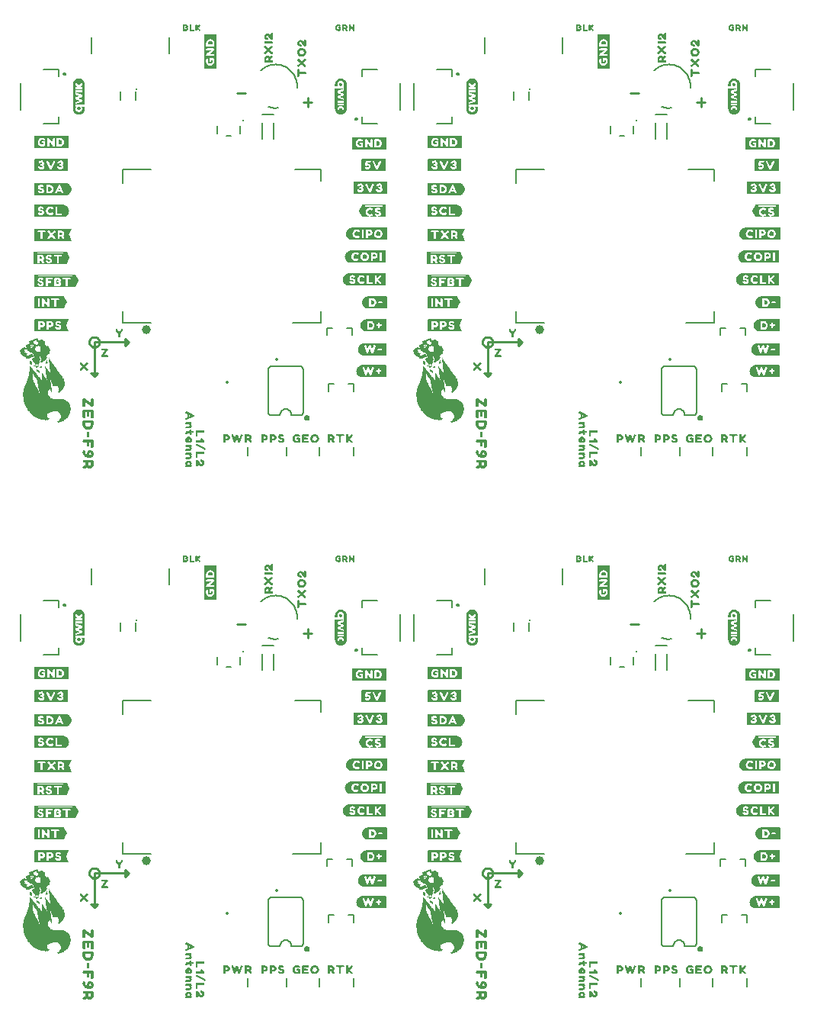
<source format=gto>
G04 EAGLE Gerber RS-274X export*
G75*
%MOMM*%
%FSLAX34Y34*%
%LPD*%
%INSilkscreen Top*%
%IPPOS*%
%AMOC8*
5,1,8,0,0,1.08239X$1,22.5*%
G01*
%ADD10C,0.279400*%
%ADD11C,0.254000*%
%ADD12C,0.203200*%
%ADD13C,0.254000*%
%ADD14C,0.300000*%
%ADD15C,0.152400*%
%ADD16R,0.030000X0.390000*%
%ADD17R,0.020000X0.620000*%
%ADD18R,0.030000X0.820000*%
%ADD19R,0.020000X0.940000*%
%ADD20R,0.030000X1.070000*%
%ADD21R,0.020000X1.180000*%
%ADD22R,0.030000X1.280000*%
%ADD23R,0.020000X1.360000*%
%ADD24R,0.030000X1.400000*%
%ADD25R,0.020000X1.480000*%
%ADD26R,0.030000X1.550000*%
%ADD27R,0.020000X1.610000*%
%ADD28R,0.020000X1.680000*%
%ADD29R,0.030000X1.730000*%
%ADD30R,0.020000X1.780000*%
%ADD31R,0.030000X1.830000*%
%ADD32R,0.020000X1.880000*%
%ADD33R,0.030000X1.900000*%
%ADD34R,0.020000X1.960000*%
%ADD35R,0.030000X1.980000*%
%ADD36R,0.020000X2.020000*%
%ADD37R,0.030000X2.050000*%
%ADD38R,0.020000X2.090000*%
%ADD39R,0.030000X2.120000*%
%ADD40R,0.020000X2.150000*%
%ADD41R,0.030000X2.170000*%
%ADD42R,0.020000X0.270000*%
%ADD43R,0.020000X2.190000*%
%ADD44R,0.030000X0.520000*%
%ADD45R,0.030000X2.220000*%
%ADD46R,0.020000X0.640000*%
%ADD47R,0.020000X2.240000*%
%ADD48R,0.020000X0.790000*%
%ADD49R,0.020000X2.270000*%
%ADD50R,0.030000X0.910000*%
%ADD51R,0.030000X2.300000*%
%ADD52R,0.020000X1.010000*%
%ADD53R,0.020000X2.320000*%
%ADD54R,0.030000X1.080000*%
%ADD55R,0.030000X2.340000*%
%ADD56R,0.020000X1.160000*%
%ADD57R,0.020000X2.370000*%
%ADD58R,0.030000X1.240000*%
%ADD59R,0.030000X2.370000*%
%ADD60R,0.020000X1.310000*%
%ADD61R,0.020000X2.400000*%
%ADD62R,0.030000X1.380000*%
%ADD63R,0.030000X2.420000*%
%ADD64R,0.020000X1.430000*%
%ADD65R,0.020000X2.420000*%
%ADD66R,0.030000X1.510000*%
%ADD67R,0.030000X2.450000*%
%ADD68R,0.020000X1.550000*%
%ADD69R,0.020000X2.450000*%
%ADD70R,0.030000X1.630000*%
%ADD71R,0.030000X2.470000*%
%ADD72R,0.020000X2.470000*%
%ADD73R,0.030000X0.420000*%
%ADD74R,0.020000X1.800000*%
%ADD75R,0.020000X1.660000*%
%ADD76R,0.020000X0.370000*%
%ADD77R,0.030000X1.850000*%
%ADD78R,0.030000X1.610000*%
%ADD79R,0.030000X0.300000*%
%ADD80R,0.020000X1.920000*%
%ADD81R,0.020000X1.560000*%
%ADD82R,0.020000X0.280000*%
%ADD83R,0.020000X1.950000*%
%ADD84R,0.020000X0.250000*%
%ADD85R,0.030000X2.000000*%
%ADD86R,0.030000X1.530000*%
%ADD87R,0.030000X0.200000*%
%ADD88R,0.020000X2.070000*%
%ADD89R,0.020000X1.500000*%
%ADD90R,0.020000X0.170000*%
%ADD91R,0.030000X2.100000*%
%ADD92R,0.030000X1.480000*%
%ADD93R,0.030000X0.150000*%
%ADD94R,0.020000X1.710000*%
%ADD95R,0.020000X0.230000*%
%ADD96R,0.020000X1.450000*%
%ADD97R,0.020000X0.140000*%
%ADD98R,0.030000X1.650000*%
%ADD99R,0.030000X0.120000*%
%ADD100R,0.030000X1.450000*%
%ADD101R,0.020000X1.650000*%
%ADD102R,0.020000X0.050000*%
%ADD103R,0.020000X0.090000*%
%ADD104R,0.030000X1.660000*%
%ADD105R,0.030000X1.430000*%
%ADD106R,0.030000X0.070000*%
%ADD107R,0.020000X1.400000*%
%ADD108R,0.020000X0.070000*%
%ADD109R,0.030000X1.700000*%
%ADD110R,0.030000X0.050000*%
%ADD111R,0.020000X1.700000*%
%ADD112R,0.020000X1.380000*%
%ADD113R,0.020000X0.030000*%
%ADD114R,0.030000X1.720000*%
%ADD115R,0.020000X1.750000*%
%ADD116R,0.030000X1.750000*%
%ADD117R,0.020000X1.830000*%
%ADD118R,0.030000X1.860000*%
%ADD119R,0.030000X1.360000*%
%ADD120R,0.030000X1.910000*%
%ADD121R,0.030000X1.390000*%
%ADD122R,0.020000X1.390000*%
%ADD123R,0.020000X2.030000*%
%ADD124R,0.020000X2.080000*%
%ADD125R,0.030000X2.130000*%
%ADD126R,0.030000X2.180000*%
%ADD127R,0.020000X2.230000*%
%ADD128R,0.030000X2.250000*%
%ADD129R,0.030000X2.330000*%
%ADD130R,0.020000X2.300000*%
%ADD131R,0.020000X1.410000*%
%ADD132R,0.030000X2.270000*%
%ADD133R,0.020000X2.170000*%
%ADD134R,0.020000X1.460000*%
%ADD135R,0.030000X0.030000*%
%ADD136R,0.020000X0.150000*%
%ADD137R,0.030000X0.270000*%
%ADD138R,0.030000X1.500000*%
%ADD139R,0.020000X2.100000*%
%ADD140R,0.020000X0.420000*%
%ADD141R,0.030000X2.080000*%
%ADD142R,0.030000X0.540000*%
%ADD143R,0.020000X0.560000*%
%ADD144R,0.020000X0.690000*%
%ADD145R,0.030000X1.160000*%
%ADD146R,0.030000X0.770000*%
%ADD147R,0.030000X1.580000*%
%ADD148R,0.020000X0.980000*%
%ADD149R,0.020000X0.550000*%
%ADD150R,0.020000X0.890000*%
%ADD151R,0.020000X1.630000*%
%ADD152R,0.030000X0.840000*%
%ADD153R,0.030000X1.040000*%
%ADD154R,0.020000X1.730000*%
%ADD155R,0.030000X0.350000*%
%ADD156R,0.020000X0.220000*%
%ADD157R,0.020000X1.900000*%
%ADD158R,0.020000X1.770000*%
%ADD159R,0.030000X0.690000*%
%ADD160R,0.030000X0.080000*%
%ADD161R,0.030000X1.800000*%
%ADD162R,0.020000X0.760000*%
%ADD163R,0.020000X2.040000*%
%ADD164R,0.030000X1.920000*%
%ADD165R,0.030000X0.090000*%
%ADD166R,0.020000X0.910000*%
%ADD167R,0.020000X2.000000*%
%ADD168R,0.020000X0.960000*%
%ADD169R,0.020000X4.810000*%
%ADD170R,0.020000X0.200000*%
%ADD171R,0.030000X0.990000*%
%ADD172R,0.030000X4.890000*%
%ADD173R,0.030000X0.220000*%
%ADD174R,0.020000X0.990000*%
%ADD175R,0.020000X4.940000*%
%ADD176R,0.030000X1.010000*%
%ADD177R,0.030000X3.730000*%
%ADD178R,0.030000X0.320000*%
%ADD179R,0.020000X1.040000*%
%ADD180R,0.020000X3.800000*%
%ADD181R,0.020000X0.390000*%
%ADD182R,0.030000X1.090000*%
%ADD183R,0.030000X0.250000*%
%ADD184R,0.030000X0.870000*%
%ADD185R,0.030000X4.370000*%
%ADD186R,0.020000X0.120000*%
%ADD187R,0.020000X0.750000*%
%ADD188R,0.020000X4.420000*%
%ADD189R,0.030000X0.590000*%
%ADD190R,0.030000X4.470000*%
%ADD191R,0.020000X0.100000*%
%ADD192R,0.020000X0.490000*%
%ADD193R,0.020000X4.490000*%
%ADD194R,0.020000X4.540000*%
%ADD195R,0.030000X1.600000*%
%ADD196R,0.030000X0.240000*%
%ADD197R,0.030000X4.560000*%
%ADD198R,0.020000X4.610000*%
%ADD199R,0.030000X4.660000*%
%ADD200R,0.020000X4.690000*%
%ADD201R,0.030000X4.740000*%
%ADD202R,0.020000X4.790000*%
%ADD203R,0.030000X2.240000*%
%ADD204R,0.030000X4.810000*%
%ADD205R,0.020000X4.860000*%
%ADD206R,0.030000X4.910000*%
%ADD207R,0.020000X4.930000*%
%ADD208R,0.030000X4.980000*%
%ADD209R,0.020000X2.340000*%
%ADD210R,0.020000X5.030000*%
%ADD211R,0.030000X5.060000*%
%ADD212R,0.020000X5.090000*%
%ADD213R,0.030000X4.220000*%
%ADD214R,0.020000X0.080000*%
%ADD215R,0.020000X4.220000*%
%ADD216R,0.020000X2.490000*%
%ADD217R,0.020000X4.270000*%
%ADD218R,0.030000X2.490000*%
%ADD219R,0.030000X0.180000*%
%ADD220R,0.030000X4.270000*%
%ADD221R,0.020000X4.290000*%
%ADD222R,0.030000X4.320000*%
%ADD223R,0.020000X0.130000*%
%ADD224R,0.020000X4.370000*%
%ADD225R,0.030000X1.680000*%
%ADD226R,0.030000X0.100000*%
%ADD227R,0.020000X0.840000*%
%ADD228R,0.020000X4.400000*%
%ADD229R,0.030000X0.570000*%
%ADD230R,0.030000X4.420000*%
%ADD231R,0.020000X0.570000*%
%ADD232R,0.020000X0.020000*%
%ADD233R,0.020000X4.470000*%
%ADD234R,0.030000X0.670000*%
%ADD235R,0.030000X4.460000*%
%ADD236R,0.020000X0.590000*%
%ADD237R,0.020000X2.760000*%
%ADD238R,0.030000X0.600000*%
%ADD239R,0.030000X0.620000*%
%ADD240R,0.030000X0.340000*%
%ADD241R,0.030000X2.790000*%
%ADD242R,0.020000X0.600000*%
%ADD243R,0.020000X0.450000*%
%ADD244R,0.020000X2.810000*%
%ADD245R,0.030000X1.310000*%
%ADD246R,0.030000X2.890000*%
%ADD247R,0.020000X1.240000*%
%ADD248R,0.020000X1.210000*%
%ADD249R,0.020000X2.910000*%
%ADD250R,0.020000X1.290000*%
%ADD251R,0.020000X1.130000*%
%ADD252R,0.020000X2.970000*%
%ADD253R,0.030000X1.290000*%
%ADD254R,0.030000X1.020000*%
%ADD255R,0.030000X3.020000*%
%ADD256R,0.020000X3.040000*%
%ADD257R,0.030000X0.170000*%
%ADD258R,0.030000X0.190000*%
%ADD259R,0.030000X0.790000*%
%ADD260R,0.030000X3.090000*%
%ADD261R,0.020000X0.720000*%
%ADD262R,0.020000X3.120000*%
%ADD263R,0.030000X1.330000*%
%ADD264R,0.030000X3.160000*%
%ADD265R,0.020000X0.180000*%
%ADD266R,0.020000X0.510000*%
%ADD267R,0.020000X3.180000*%
%ADD268R,0.030000X0.510000*%
%ADD269R,0.030000X3.230000*%
%ADD270R,0.020000X0.240000*%
%ADD271R,0.020000X0.520000*%
%ADD272R,0.020000X3.260000*%
%ADD273R,0.030000X1.410000*%
%ADD274R,0.030000X0.130000*%
%ADD275R,0.030000X0.490000*%
%ADD276R,0.030000X3.310000*%
%ADD277R,0.020000X1.440000*%
%ADD278R,0.020000X0.500000*%
%ADD279R,0.020000X3.330000*%
%ADD280R,0.030000X1.460000*%
%ADD281R,0.030000X3.380000*%
%ADD282R,0.020000X1.490000*%
%ADD283R,0.020000X3.410000*%
%ADD284R,0.030000X0.500000*%
%ADD285R,0.030000X3.460000*%
%ADD286R,0.020000X0.290000*%
%ADD287R,0.020000X0.470000*%
%ADD288R,0.020000X3.510000*%
%ADD289R,0.030000X3.500000*%
%ADD290R,0.020000X1.530000*%
%ADD291R,0.020000X3.530000*%
%ADD292R,0.020000X3.580000*%
%ADD293R,0.030000X1.340000*%
%ADD294R,0.030000X0.450000*%
%ADD295R,0.030000X3.630000*%
%ADD296R,0.020000X1.330000*%
%ADD297R,0.020000X0.460000*%
%ADD298R,0.020000X3.660000*%
%ADD299R,0.030000X0.470000*%
%ADD300R,0.030000X3.650000*%
%ADD301R,0.020000X1.260000*%
%ADD302R,0.020000X0.440000*%
%ADD303R,0.020000X3.680000*%
%ADD304R,0.030000X1.030000*%
%ADD305R,0.030000X0.370000*%
%ADD306R,0.020000X0.930000*%
%ADD307R,0.020000X0.340000*%
%ADD308R,0.020000X3.750000*%
%ADD309R,0.030000X0.830000*%
%ADD310R,0.030000X3.780000*%
%ADD311R,0.020000X0.770000*%
%ADD312R,0.020000X3.830000*%
%ADD313R,0.030000X0.230000*%
%ADD314R,0.030000X3.850000*%
%ADD315R,0.020000X0.400000*%
%ADD316R,0.020000X3.880000*%
%ADD317R,0.030000X0.020000*%
%ADD318R,0.030000X0.280000*%
%ADD319R,0.030000X3.910000*%
%ADD320R,0.020000X0.040000*%
%ADD321R,0.030000X0.040000*%
%ADD322R,0.030000X5.090000*%
%ADD323R,0.020000X5.110000*%
%ADD324R,0.030000X0.440000*%
%ADD325R,0.030000X5.110000*%
%ADD326R,0.020000X0.330000*%
%ADD327R,0.030000X5.140000*%
%ADD328R,0.020000X5.130000*%
%ADD329R,0.030000X1.180000*%
%ADD330R,0.030000X0.290000*%
%ADD331R,0.020000X0.300000*%
%ADD332R,0.020000X4.890000*%
%ADD333R,0.030000X4.440000*%
%ADD334R,0.030000X0.640000*%
%ADD335R,0.030000X4.050000*%
%ADD336R,0.020000X0.320000*%
%ADD337R,0.020000X3.900000*%
%ADD338R,0.030000X3.760000*%
%ADD339R,0.020000X3.630000*%
%ADD340R,0.030000X3.530000*%
%ADD341R,0.020000X3.440000*%
%ADD342R,0.020000X3.310000*%
%ADD343R,0.030000X3.210000*%
%ADD344R,0.020000X3.090000*%
%ADD345R,0.030000X3.010000*%
%ADD346R,0.020000X2.880000*%
%ADD347R,0.020000X0.350000*%
%ADD348R,0.020000X2.670000*%
%ADD349R,0.030000X2.590000*%
%ADD350R,0.020000X2.220000*%
%ADD351R,0.030000X2.090000*%
%ADD352R,0.020000X1.230000*%
%ADD353R,0.020000X0.660000*%
%ADD354C,0.357769*%
%ADD355C,1.000000*%

G36*
X65484Y207784D02*
X65484Y207784D01*
X65487Y207781D01*
X66187Y207881D01*
X66211Y207906D01*
X66224Y207908D01*
X69524Y214508D01*
X69523Y214512D01*
X69526Y214515D01*
X69522Y214521D01*
X69518Y214540D01*
X69524Y214552D01*
X69224Y215152D01*
X66224Y221252D01*
X66200Y221264D01*
X66196Y221277D01*
X65596Y221477D01*
X65585Y221473D01*
X65580Y221479D01*
X23680Y221479D01*
X23674Y221475D01*
X23667Y221478D01*
X23663Y221466D01*
X23633Y221443D01*
X23637Y221437D01*
X23637Y221436D01*
X23638Y221435D01*
X23636Y221434D01*
X23622Y221456D01*
X23588Y221469D01*
X23580Y221479D01*
X20380Y221479D01*
X20333Y221443D01*
X20335Y221440D01*
X20331Y221438D01*
X20231Y220838D01*
X20234Y220833D01*
X20231Y220830D01*
X20231Y208030D01*
X20260Y207992D01*
X20262Y207984D01*
X20762Y207784D01*
X20775Y207788D01*
X20780Y207781D01*
X65480Y207781D01*
X65484Y207784D01*
G37*
G36*
X502364Y207784D02*
X502364Y207784D01*
X502367Y207781D01*
X503067Y207881D01*
X503091Y207906D01*
X503104Y207908D01*
X506404Y214508D01*
X506403Y214512D01*
X506406Y214515D01*
X506402Y214521D01*
X506398Y214540D01*
X506404Y214552D01*
X506104Y215152D01*
X503104Y221252D01*
X503080Y221264D01*
X503076Y221277D01*
X502476Y221477D01*
X502465Y221473D01*
X502460Y221479D01*
X460560Y221479D01*
X460554Y221475D01*
X460547Y221478D01*
X460543Y221466D01*
X460513Y221443D01*
X460517Y221437D01*
X460517Y221436D01*
X460518Y221435D01*
X460516Y221434D01*
X460502Y221456D01*
X460468Y221469D01*
X460460Y221479D01*
X457260Y221479D01*
X457213Y221443D01*
X457215Y221440D01*
X457211Y221438D01*
X457111Y220838D01*
X457114Y220833D01*
X457111Y220830D01*
X457111Y208030D01*
X457140Y207992D01*
X457142Y207984D01*
X457642Y207784D01*
X457655Y207788D01*
X457660Y207781D01*
X502360Y207781D01*
X502364Y207784D01*
G37*
G36*
X65484Y797064D02*
X65484Y797064D01*
X65487Y797061D01*
X66187Y797161D01*
X66211Y797186D01*
X66224Y797188D01*
X69524Y803788D01*
X69523Y803792D01*
X69526Y803795D01*
X69522Y803801D01*
X69518Y803820D01*
X69524Y803832D01*
X69224Y804432D01*
X66224Y810532D01*
X66200Y810544D01*
X66196Y810557D01*
X65596Y810757D01*
X65585Y810753D01*
X65580Y810759D01*
X23680Y810759D01*
X23674Y810755D01*
X23667Y810758D01*
X23663Y810746D01*
X23633Y810723D01*
X23637Y810717D01*
X23637Y810716D01*
X23638Y810715D01*
X23636Y810714D01*
X23622Y810736D01*
X23588Y810749D01*
X23580Y810759D01*
X20380Y810759D01*
X20333Y810723D01*
X20335Y810720D01*
X20331Y810718D01*
X20231Y810118D01*
X20234Y810113D01*
X20231Y810110D01*
X20231Y797310D01*
X20260Y797272D01*
X20262Y797264D01*
X20762Y797064D01*
X20775Y797068D01*
X20780Y797061D01*
X65480Y797061D01*
X65484Y797064D01*
G37*
G36*
X502364Y797064D02*
X502364Y797064D01*
X502367Y797061D01*
X503067Y797161D01*
X503091Y797186D01*
X503104Y797188D01*
X506404Y803788D01*
X506403Y803792D01*
X506406Y803795D01*
X506402Y803801D01*
X506398Y803820D01*
X506404Y803832D01*
X506104Y804432D01*
X503104Y810532D01*
X503080Y810544D01*
X503076Y810557D01*
X502476Y810757D01*
X502465Y810753D01*
X502460Y810759D01*
X460560Y810759D01*
X460554Y810755D01*
X460547Y810758D01*
X460543Y810746D01*
X460513Y810723D01*
X460517Y810717D01*
X460517Y810716D01*
X460518Y810715D01*
X460516Y810714D01*
X460502Y810736D01*
X460468Y810749D01*
X460460Y810759D01*
X457260Y810759D01*
X457213Y810723D01*
X457215Y810720D01*
X457211Y810718D01*
X457111Y810118D01*
X457114Y810113D01*
X457111Y810110D01*
X457111Y797310D01*
X457140Y797272D01*
X457142Y797264D01*
X457642Y797064D01*
X457655Y797068D01*
X457660Y797061D01*
X502360Y797061D01*
X502364Y797064D01*
G37*
G36*
X410131Y798339D02*
X410131Y798339D01*
X410138Y798334D01*
X410638Y798534D01*
X410653Y798558D01*
X410660Y798564D01*
X410658Y798567D01*
X410663Y798575D01*
X410669Y798580D01*
X410669Y811380D01*
X410666Y811385D01*
X410669Y811388D01*
X410569Y811988D01*
X410525Y812029D01*
X410523Y812026D01*
X410520Y812029D01*
X370020Y812029D01*
X370014Y812024D01*
X370006Y812027D01*
X370002Y812015D01*
X369973Y811993D01*
X369978Y811987D01*
X369977Y811986D01*
X369986Y811974D01*
X369984Y811970D01*
X369962Y812006D01*
X369928Y812019D01*
X369920Y812029D01*
X369420Y812029D01*
X369416Y812026D01*
X369413Y812029D01*
X368713Y811929D01*
X368708Y811924D01*
X368704Y811927D01*
X368105Y811727D01*
X367406Y811527D01*
X367402Y811522D01*
X367398Y811524D01*
X366198Y810924D01*
X366195Y810917D01*
X366189Y810918D01*
X365689Y810518D01*
X365688Y810514D01*
X365685Y810515D01*
X364685Y809515D01*
X364685Y809511D01*
X364682Y809511D01*
X364282Y809011D01*
X364281Y809003D01*
X364276Y809002D01*
X363676Y807802D01*
X363676Y807800D01*
X363676Y807799D01*
X363677Y807795D01*
X363673Y807794D01*
X363473Y807095D01*
X363273Y806496D01*
X363275Y806489D01*
X363271Y806487D01*
X363171Y805787D01*
X363174Y805782D01*
X363171Y805780D01*
X363171Y804480D01*
X363174Y804476D01*
X363171Y804473D01*
X363271Y803773D01*
X363276Y803768D01*
X363273Y803764D01*
X363473Y803165D01*
X363673Y802466D01*
X363678Y802462D01*
X363676Y802458D01*
X363976Y801858D01*
X363980Y801856D01*
X363979Y801853D01*
X364379Y801253D01*
X364382Y801252D01*
X364382Y801249D01*
X364782Y800749D01*
X364786Y800748D01*
X364785Y800745D01*
X365285Y800245D01*
X365289Y800245D01*
X365289Y800242D01*
X366289Y799442D01*
X366293Y799441D01*
X366293Y799439D01*
X366893Y799039D01*
X366902Y799040D01*
X366904Y799033D01*
X367504Y798833D01*
X367506Y798834D01*
X367506Y798833D01*
X368205Y798633D01*
X368804Y798433D01*
X368811Y798435D01*
X368813Y798431D01*
X369513Y798331D01*
X369518Y798334D01*
X369520Y798331D01*
X410120Y798331D01*
X410131Y798339D01*
G37*
G36*
X410131Y209059D02*
X410131Y209059D01*
X410138Y209054D01*
X410638Y209254D01*
X410653Y209278D01*
X410660Y209284D01*
X410658Y209287D01*
X410663Y209295D01*
X410669Y209300D01*
X410669Y222100D01*
X410666Y222105D01*
X410669Y222108D01*
X410569Y222708D01*
X410525Y222749D01*
X410523Y222746D01*
X410520Y222749D01*
X370020Y222749D01*
X370014Y222744D01*
X370006Y222747D01*
X370002Y222735D01*
X369973Y222713D01*
X369978Y222707D01*
X369977Y222706D01*
X369986Y222694D01*
X369984Y222690D01*
X369962Y222726D01*
X369928Y222739D01*
X369920Y222749D01*
X369420Y222749D01*
X369416Y222746D01*
X369413Y222749D01*
X368713Y222649D01*
X368708Y222644D01*
X368704Y222647D01*
X368105Y222447D01*
X367406Y222247D01*
X367402Y222242D01*
X367398Y222244D01*
X366198Y221644D01*
X366195Y221637D01*
X366189Y221638D01*
X365689Y221238D01*
X365688Y221234D01*
X365685Y221235D01*
X364685Y220235D01*
X364685Y220231D01*
X364682Y220231D01*
X364282Y219731D01*
X364281Y219723D01*
X364276Y219722D01*
X363676Y218522D01*
X363676Y218520D01*
X363676Y218519D01*
X363677Y218515D01*
X363673Y218514D01*
X363473Y217815D01*
X363273Y217216D01*
X363275Y217209D01*
X363271Y217207D01*
X363171Y216507D01*
X363174Y216502D01*
X363171Y216500D01*
X363171Y215200D01*
X363174Y215196D01*
X363171Y215193D01*
X363271Y214493D01*
X363276Y214488D01*
X363273Y214484D01*
X363473Y213885D01*
X363673Y213186D01*
X363678Y213182D01*
X363676Y213178D01*
X363976Y212578D01*
X363980Y212576D01*
X363979Y212573D01*
X364379Y211973D01*
X364382Y211972D01*
X364382Y211969D01*
X364782Y211469D01*
X364786Y211468D01*
X364785Y211465D01*
X365285Y210965D01*
X365289Y210965D01*
X365289Y210962D01*
X366289Y210162D01*
X366293Y210161D01*
X366293Y210159D01*
X366893Y209759D01*
X366902Y209760D01*
X366904Y209753D01*
X367504Y209553D01*
X367506Y209554D01*
X367506Y209553D01*
X368205Y209353D01*
X368804Y209153D01*
X368811Y209155D01*
X368813Y209151D01*
X369513Y209051D01*
X369518Y209054D01*
X369520Y209051D01*
X410120Y209051D01*
X410131Y209059D01*
G37*
G36*
X847011Y209059D02*
X847011Y209059D01*
X847018Y209054D01*
X847518Y209254D01*
X847533Y209278D01*
X847540Y209284D01*
X847538Y209287D01*
X847543Y209295D01*
X847549Y209300D01*
X847549Y222100D01*
X847546Y222105D01*
X847549Y222108D01*
X847449Y222708D01*
X847405Y222749D01*
X847403Y222746D01*
X847400Y222749D01*
X806900Y222749D01*
X806894Y222744D01*
X806886Y222747D01*
X806882Y222735D01*
X806853Y222713D01*
X806858Y222707D01*
X806857Y222706D01*
X806866Y222694D01*
X806864Y222690D01*
X806842Y222726D01*
X806808Y222739D01*
X806800Y222749D01*
X806300Y222749D01*
X806296Y222746D01*
X806293Y222749D01*
X805593Y222649D01*
X805588Y222644D01*
X805584Y222647D01*
X804985Y222447D01*
X804286Y222247D01*
X804282Y222242D01*
X804278Y222244D01*
X803078Y221644D01*
X803075Y221637D01*
X803069Y221638D01*
X802569Y221238D01*
X802568Y221234D01*
X802565Y221235D01*
X801565Y220235D01*
X801565Y220231D01*
X801562Y220231D01*
X801162Y219731D01*
X801161Y219723D01*
X801156Y219722D01*
X800556Y218522D01*
X800556Y218520D01*
X800556Y218519D01*
X800557Y218515D01*
X800553Y218514D01*
X800353Y217815D01*
X800153Y217216D01*
X800155Y217209D01*
X800151Y217207D01*
X800051Y216507D01*
X800054Y216502D01*
X800051Y216500D01*
X800051Y215200D01*
X800054Y215196D01*
X800051Y215193D01*
X800151Y214493D01*
X800156Y214488D01*
X800153Y214484D01*
X800353Y213885D01*
X800553Y213186D01*
X800558Y213182D01*
X800556Y213178D01*
X800856Y212578D01*
X800860Y212576D01*
X800859Y212573D01*
X801259Y211973D01*
X801262Y211972D01*
X801262Y211969D01*
X801662Y211469D01*
X801666Y211468D01*
X801665Y211465D01*
X802165Y210965D01*
X802169Y210965D01*
X802169Y210962D01*
X803169Y210162D01*
X803173Y210161D01*
X803173Y210159D01*
X803773Y209759D01*
X803782Y209760D01*
X803784Y209753D01*
X804384Y209553D01*
X804386Y209554D01*
X804386Y209553D01*
X805085Y209353D01*
X805684Y209153D01*
X805691Y209155D01*
X805693Y209151D01*
X806393Y209051D01*
X806398Y209054D01*
X806400Y209051D01*
X847000Y209051D01*
X847011Y209059D01*
G37*
G36*
X847011Y798339D02*
X847011Y798339D01*
X847018Y798334D01*
X847518Y798534D01*
X847533Y798558D01*
X847540Y798564D01*
X847538Y798567D01*
X847543Y798575D01*
X847549Y798580D01*
X847549Y811380D01*
X847546Y811385D01*
X847549Y811388D01*
X847449Y811988D01*
X847405Y812029D01*
X847403Y812026D01*
X847400Y812029D01*
X806900Y812029D01*
X806894Y812024D01*
X806886Y812027D01*
X806882Y812015D01*
X806853Y811993D01*
X806858Y811987D01*
X806857Y811986D01*
X806866Y811974D01*
X806864Y811970D01*
X806842Y812006D01*
X806808Y812019D01*
X806800Y812029D01*
X806300Y812029D01*
X806296Y812026D01*
X806293Y812029D01*
X805593Y811929D01*
X805588Y811924D01*
X805584Y811927D01*
X804985Y811727D01*
X804286Y811527D01*
X804282Y811522D01*
X804278Y811524D01*
X803078Y810924D01*
X803075Y810917D01*
X803069Y810918D01*
X802569Y810518D01*
X802568Y810514D01*
X802565Y810515D01*
X801565Y809515D01*
X801565Y809511D01*
X801562Y809511D01*
X801162Y809011D01*
X801161Y809003D01*
X801156Y809002D01*
X800556Y807802D01*
X800556Y807800D01*
X800556Y807799D01*
X800557Y807795D01*
X800553Y807794D01*
X800353Y807095D01*
X800153Y806496D01*
X800155Y806489D01*
X800151Y806487D01*
X800051Y805787D01*
X800054Y805782D01*
X800051Y805780D01*
X800051Y804480D01*
X800054Y804476D01*
X800051Y804473D01*
X800151Y803773D01*
X800156Y803768D01*
X800153Y803764D01*
X800353Y803165D01*
X800553Y802466D01*
X800558Y802462D01*
X800556Y802458D01*
X800856Y801858D01*
X800860Y801856D01*
X800859Y801853D01*
X801259Y801253D01*
X801262Y801252D01*
X801262Y801249D01*
X801662Y800749D01*
X801666Y800748D01*
X801665Y800745D01*
X802165Y800245D01*
X802169Y800245D01*
X802169Y800242D01*
X803169Y799442D01*
X803173Y799441D01*
X803173Y799439D01*
X803773Y799039D01*
X803782Y799040D01*
X803784Y799033D01*
X804384Y798833D01*
X804386Y798834D01*
X804386Y798833D01*
X805085Y798633D01*
X805684Y798433D01*
X805691Y798435D01*
X805693Y798431D01*
X806393Y798331D01*
X806398Y798334D01*
X806400Y798331D01*
X847000Y798331D01*
X847011Y798339D01*
G37*
G36*
X848651Y259859D02*
X848651Y259859D01*
X848658Y259854D01*
X849158Y260054D01*
X849173Y260078D01*
X849180Y260084D01*
X849178Y260087D01*
X849183Y260095D01*
X849189Y260100D01*
X849189Y273000D01*
X849181Y273011D01*
X849186Y273018D01*
X848986Y273518D01*
X848945Y273543D01*
X848940Y273549D01*
X810340Y273549D01*
X810335Y273546D01*
X810332Y273549D01*
X809736Y273449D01*
X809040Y273449D01*
X809033Y273444D01*
X809031Y273444D01*
X809026Y273447D01*
X808326Y273247D01*
X808325Y273246D01*
X808324Y273247D01*
X807724Y273047D01*
X807721Y273042D01*
X807718Y273044D01*
X807118Y272744D01*
X807116Y272740D01*
X807113Y272741D01*
X806513Y272341D01*
X806512Y272338D01*
X806509Y272338D01*
X805509Y271538D01*
X805508Y271534D01*
X805505Y271535D01*
X805005Y271035D01*
X805004Y271028D01*
X804999Y271027D01*
X804599Y270427D01*
X804599Y270423D01*
X804596Y270422D01*
X803996Y269222D01*
X803997Y269217D01*
X803993Y269216D01*
X803793Y268616D01*
X803794Y268614D01*
X803793Y268614D01*
X803593Y267914D01*
X803595Y267909D01*
X803591Y267907D01*
X803491Y267207D01*
X803493Y267203D01*
X803493Y267202D01*
X803491Y267200D01*
X803491Y266600D01*
X803494Y266596D01*
X803491Y266593D01*
X803691Y265193D01*
X803696Y265188D01*
X803693Y265184D01*
X803893Y264585D01*
X804093Y263886D01*
X804098Y263882D01*
X804096Y263878D01*
X804396Y263278D01*
X804403Y263275D01*
X804402Y263269D01*
X804800Y262771D01*
X805199Y262173D01*
X805206Y262170D01*
X805205Y262165D01*
X805705Y261665D01*
X805709Y261665D01*
X805709Y261662D01*
X806709Y260862D01*
X806717Y260861D01*
X806718Y260856D01*
X807318Y260556D01*
X807320Y260556D01*
X807321Y260555D01*
X808021Y260255D01*
X808024Y260256D01*
X808024Y260253D01*
X808624Y260053D01*
X808631Y260055D01*
X808633Y260051D01*
X810033Y259851D01*
X810038Y259854D01*
X810040Y259851D01*
X848640Y259851D01*
X848651Y259859D01*
G37*
G36*
X848651Y849139D02*
X848651Y849139D01*
X848658Y849134D01*
X849158Y849334D01*
X849173Y849358D01*
X849180Y849364D01*
X849178Y849367D01*
X849183Y849375D01*
X849189Y849380D01*
X849189Y862280D01*
X849181Y862291D01*
X849186Y862298D01*
X848986Y862798D01*
X848945Y862823D01*
X848940Y862829D01*
X810340Y862829D01*
X810335Y862826D01*
X810332Y862829D01*
X809736Y862729D01*
X809040Y862729D01*
X809033Y862724D01*
X809031Y862724D01*
X809026Y862727D01*
X808326Y862527D01*
X808325Y862526D01*
X808324Y862527D01*
X807724Y862327D01*
X807721Y862322D01*
X807718Y862324D01*
X807118Y862024D01*
X807116Y862020D01*
X807113Y862021D01*
X806513Y861621D01*
X806512Y861618D01*
X806509Y861618D01*
X805509Y860818D01*
X805508Y860814D01*
X805505Y860815D01*
X805005Y860315D01*
X805004Y860308D01*
X804999Y860307D01*
X804599Y859707D01*
X804599Y859703D01*
X804596Y859702D01*
X803996Y858502D01*
X803997Y858497D01*
X803993Y858496D01*
X803793Y857896D01*
X803794Y857894D01*
X803793Y857894D01*
X803593Y857194D01*
X803595Y857189D01*
X803591Y857187D01*
X803491Y856487D01*
X803493Y856483D01*
X803493Y856482D01*
X803491Y856480D01*
X803491Y855880D01*
X803494Y855876D01*
X803491Y855873D01*
X803691Y854473D01*
X803696Y854468D01*
X803693Y854464D01*
X803893Y853865D01*
X804093Y853166D01*
X804098Y853162D01*
X804096Y853158D01*
X804396Y852558D01*
X804403Y852555D01*
X804402Y852549D01*
X804800Y852051D01*
X805199Y851453D01*
X805206Y851450D01*
X805205Y851445D01*
X805705Y850945D01*
X805709Y850945D01*
X805709Y850942D01*
X806709Y850142D01*
X806717Y850141D01*
X806718Y850136D01*
X807318Y849836D01*
X807320Y849836D01*
X807321Y849835D01*
X808021Y849535D01*
X808024Y849536D01*
X808024Y849533D01*
X808624Y849333D01*
X808631Y849335D01*
X808633Y849331D01*
X810033Y849131D01*
X810038Y849134D01*
X810040Y849131D01*
X848640Y849131D01*
X848651Y849139D01*
G37*
G36*
X410501Y823739D02*
X410501Y823739D01*
X410508Y823734D01*
X411008Y823934D01*
X411023Y823958D01*
X411030Y823964D01*
X411028Y823967D01*
X411033Y823975D01*
X411039Y823980D01*
X411039Y836880D01*
X411031Y836891D01*
X411036Y836898D01*
X410836Y837398D01*
X410795Y837423D01*
X410790Y837429D01*
X372190Y837429D01*
X372185Y837426D01*
X372182Y837429D01*
X371586Y837329D01*
X370890Y837329D01*
X370883Y837324D01*
X370881Y837324D01*
X370876Y837327D01*
X370176Y837127D01*
X370175Y837126D01*
X370174Y837127D01*
X369574Y836927D01*
X369571Y836922D01*
X369568Y836924D01*
X368968Y836624D01*
X368966Y836620D01*
X368963Y836621D01*
X368363Y836221D01*
X368362Y836218D01*
X368359Y836218D01*
X367359Y835418D01*
X367358Y835414D01*
X367355Y835415D01*
X366855Y834915D01*
X366854Y834908D01*
X366849Y834907D01*
X366449Y834307D01*
X366449Y834303D01*
X366446Y834302D01*
X365846Y833102D01*
X365847Y833097D01*
X365843Y833096D01*
X365643Y832496D01*
X365644Y832494D01*
X365643Y832494D01*
X365443Y831794D01*
X365445Y831789D01*
X365441Y831787D01*
X365341Y831087D01*
X365343Y831083D01*
X365343Y831082D01*
X365341Y831080D01*
X365341Y830480D01*
X365344Y830476D01*
X365341Y830473D01*
X365541Y829073D01*
X365546Y829068D01*
X365543Y829064D01*
X365743Y828465D01*
X365943Y827766D01*
X365948Y827762D01*
X365946Y827758D01*
X366246Y827158D01*
X366253Y827155D01*
X366252Y827149D01*
X366650Y826651D01*
X367049Y826053D01*
X367056Y826050D01*
X367055Y826045D01*
X367555Y825545D01*
X367559Y825545D01*
X367559Y825542D01*
X368559Y824742D01*
X368567Y824741D01*
X368568Y824736D01*
X369168Y824436D01*
X369170Y824436D01*
X369171Y824435D01*
X369871Y824135D01*
X369874Y824136D01*
X369874Y824133D01*
X370474Y823933D01*
X370481Y823935D01*
X370483Y823931D01*
X371883Y823731D01*
X371888Y823734D01*
X371890Y823731D01*
X410490Y823731D01*
X410501Y823739D01*
G37*
G36*
X411771Y849139D02*
X411771Y849139D01*
X411778Y849134D01*
X412278Y849334D01*
X412293Y849358D01*
X412300Y849364D01*
X412298Y849367D01*
X412303Y849375D01*
X412309Y849380D01*
X412309Y862280D01*
X412301Y862291D01*
X412306Y862298D01*
X412106Y862798D01*
X412065Y862823D01*
X412060Y862829D01*
X373460Y862829D01*
X373455Y862826D01*
X373452Y862829D01*
X372856Y862729D01*
X372160Y862729D01*
X372153Y862724D01*
X372151Y862724D01*
X372146Y862727D01*
X371446Y862527D01*
X371445Y862526D01*
X371444Y862527D01*
X370844Y862327D01*
X370841Y862322D01*
X370838Y862324D01*
X370238Y862024D01*
X370236Y862020D01*
X370233Y862021D01*
X369633Y861621D01*
X369632Y861618D01*
X369629Y861618D01*
X368629Y860818D01*
X368628Y860814D01*
X368625Y860815D01*
X368125Y860315D01*
X368124Y860308D01*
X368119Y860307D01*
X367719Y859707D01*
X367719Y859703D01*
X367716Y859702D01*
X367116Y858502D01*
X367117Y858497D01*
X367113Y858496D01*
X366913Y857896D01*
X366914Y857894D01*
X366913Y857894D01*
X366713Y857194D01*
X366715Y857189D01*
X366711Y857187D01*
X366611Y856487D01*
X366613Y856483D01*
X366613Y856482D01*
X366611Y856480D01*
X366611Y855880D01*
X366614Y855876D01*
X366611Y855873D01*
X366811Y854473D01*
X366816Y854468D01*
X366813Y854464D01*
X367013Y853865D01*
X367213Y853166D01*
X367218Y853162D01*
X367216Y853158D01*
X367516Y852558D01*
X367523Y852555D01*
X367522Y852549D01*
X367920Y852051D01*
X368319Y851453D01*
X368326Y851450D01*
X368325Y851445D01*
X368825Y850945D01*
X368829Y850945D01*
X368829Y850942D01*
X369829Y850142D01*
X369837Y850141D01*
X369838Y850136D01*
X370438Y849836D01*
X370440Y849836D01*
X370441Y849835D01*
X371141Y849535D01*
X371144Y849536D01*
X371144Y849533D01*
X371744Y849333D01*
X371751Y849335D01*
X371753Y849331D01*
X373153Y849131D01*
X373158Y849134D01*
X373160Y849131D01*
X411760Y849131D01*
X411771Y849139D01*
G37*
G36*
X411771Y259859D02*
X411771Y259859D01*
X411778Y259854D01*
X412278Y260054D01*
X412293Y260078D01*
X412300Y260084D01*
X412298Y260087D01*
X412303Y260095D01*
X412309Y260100D01*
X412309Y273000D01*
X412301Y273011D01*
X412306Y273018D01*
X412106Y273518D01*
X412065Y273543D01*
X412060Y273549D01*
X373460Y273549D01*
X373455Y273546D01*
X373452Y273549D01*
X372856Y273449D01*
X372160Y273449D01*
X372153Y273444D01*
X372151Y273444D01*
X372146Y273447D01*
X371446Y273247D01*
X371445Y273246D01*
X371444Y273247D01*
X370844Y273047D01*
X370841Y273042D01*
X370838Y273044D01*
X370238Y272744D01*
X370236Y272740D01*
X370233Y272741D01*
X369633Y272341D01*
X369632Y272338D01*
X369629Y272338D01*
X368629Y271538D01*
X368628Y271534D01*
X368625Y271535D01*
X368125Y271035D01*
X368124Y271028D01*
X368119Y271027D01*
X367719Y270427D01*
X367719Y270423D01*
X367716Y270422D01*
X367116Y269222D01*
X367117Y269217D01*
X367113Y269216D01*
X366913Y268616D01*
X366914Y268614D01*
X366913Y268614D01*
X366713Y267914D01*
X366715Y267909D01*
X366711Y267907D01*
X366611Y267207D01*
X366613Y267203D01*
X366613Y267202D01*
X366611Y267200D01*
X366611Y266600D01*
X366614Y266596D01*
X366611Y266593D01*
X366811Y265193D01*
X366816Y265188D01*
X366813Y265184D01*
X367013Y264585D01*
X367213Y263886D01*
X367218Y263882D01*
X367216Y263878D01*
X367516Y263278D01*
X367523Y263275D01*
X367522Y263269D01*
X367920Y262771D01*
X368319Y262173D01*
X368326Y262170D01*
X368325Y262165D01*
X368825Y261665D01*
X368829Y261665D01*
X368829Y261662D01*
X369829Y260862D01*
X369837Y260861D01*
X369838Y260856D01*
X370438Y260556D01*
X370440Y260556D01*
X370441Y260555D01*
X371141Y260255D01*
X371144Y260256D01*
X371144Y260253D01*
X371744Y260053D01*
X371751Y260055D01*
X371753Y260051D01*
X373153Y259851D01*
X373158Y259854D01*
X373160Y259851D01*
X411760Y259851D01*
X411771Y259859D01*
G37*
G36*
X847381Y823739D02*
X847381Y823739D01*
X847388Y823734D01*
X847888Y823934D01*
X847903Y823958D01*
X847910Y823964D01*
X847908Y823967D01*
X847913Y823975D01*
X847919Y823980D01*
X847919Y836880D01*
X847911Y836891D01*
X847916Y836898D01*
X847716Y837398D01*
X847675Y837423D01*
X847670Y837429D01*
X809070Y837429D01*
X809065Y837426D01*
X809062Y837429D01*
X808466Y837329D01*
X807770Y837329D01*
X807763Y837324D01*
X807761Y837324D01*
X807756Y837327D01*
X807056Y837127D01*
X807055Y837126D01*
X807054Y837127D01*
X806454Y836927D01*
X806451Y836922D01*
X806448Y836924D01*
X805848Y836624D01*
X805846Y836620D01*
X805843Y836621D01*
X805243Y836221D01*
X805242Y836218D01*
X805239Y836218D01*
X804239Y835418D01*
X804238Y835414D01*
X804235Y835415D01*
X803735Y834915D01*
X803734Y834908D01*
X803729Y834907D01*
X803329Y834307D01*
X803329Y834303D01*
X803326Y834302D01*
X802726Y833102D01*
X802727Y833097D01*
X802723Y833096D01*
X802523Y832496D01*
X802524Y832494D01*
X802523Y832494D01*
X802323Y831794D01*
X802325Y831789D01*
X802321Y831787D01*
X802221Y831087D01*
X802223Y831083D01*
X802223Y831082D01*
X802221Y831080D01*
X802221Y830480D01*
X802224Y830476D01*
X802221Y830473D01*
X802421Y829073D01*
X802426Y829068D01*
X802423Y829064D01*
X802623Y828465D01*
X802823Y827766D01*
X802828Y827762D01*
X802826Y827758D01*
X803126Y827158D01*
X803133Y827155D01*
X803132Y827149D01*
X803530Y826651D01*
X803929Y826053D01*
X803936Y826050D01*
X803935Y826045D01*
X804435Y825545D01*
X804439Y825545D01*
X804439Y825542D01*
X805439Y824742D01*
X805447Y824741D01*
X805448Y824736D01*
X806048Y824436D01*
X806050Y824436D01*
X806051Y824435D01*
X806751Y824135D01*
X806754Y824136D01*
X806754Y824133D01*
X807354Y823933D01*
X807361Y823935D01*
X807363Y823931D01*
X808763Y823731D01*
X808768Y823734D01*
X808770Y823731D01*
X847370Y823731D01*
X847381Y823739D01*
G37*
G36*
X847381Y234459D02*
X847381Y234459D01*
X847388Y234454D01*
X847888Y234654D01*
X847903Y234678D01*
X847910Y234684D01*
X847908Y234686D01*
X847913Y234695D01*
X847919Y234700D01*
X847919Y247600D01*
X847911Y247611D01*
X847916Y247618D01*
X847716Y248118D01*
X847675Y248143D01*
X847670Y248149D01*
X809070Y248149D01*
X809065Y248146D01*
X809062Y248149D01*
X808466Y248049D01*
X807770Y248049D01*
X807763Y248044D01*
X807761Y248044D01*
X807756Y248047D01*
X807056Y247847D01*
X807055Y247846D01*
X807054Y247847D01*
X806454Y247647D01*
X806451Y247642D01*
X806448Y247644D01*
X805848Y247344D01*
X805846Y247340D01*
X805843Y247341D01*
X805243Y246941D01*
X805242Y246938D01*
X805239Y246938D01*
X804239Y246138D01*
X804238Y246134D01*
X804235Y246135D01*
X803735Y245635D01*
X803734Y245628D01*
X803729Y245627D01*
X803329Y245027D01*
X803329Y245023D01*
X803326Y245022D01*
X802726Y243822D01*
X802727Y243817D01*
X802723Y243816D01*
X802523Y243216D01*
X802524Y243214D01*
X802523Y243214D01*
X802323Y242514D01*
X802325Y242509D01*
X802321Y242507D01*
X802221Y241807D01*
X802223Y241803D01*
X802223Y241802D01*
X802221Y241800D01*
X802221Y241200D01*
X802224Y241196D01*
X802221Y241193D01*
X802421Y239793D01*
X802426Y239788D01*
X802423Y239784D01*
X802623Y239185D01*
X802823Y238486D01*
X802828Y238482D01*
X802826Y238478D01*
X803126Y237878D01*
X803133Y237875D01*
X803132Y237869D01*
X803530Y237371D01*
X803929Y236773D01*
X803936Y236770D01*
X803935Y236765D01*
X804435Y236265D01*
X804439Y236265D01*
X804439Y236262D01*
X805439Y235462D01*
X805447Y235461D01*
X805448Y235456D01*
X806048Y235156D01*
X806050Y235156D01*
X806051Y235155D01*
X806751Y234855D01*
X806754Y234856D01*
X806754Y234853D01*
X807354Y234653D01*
X807361Y234655D01*
X807363Y234651D01*
X808763Y234451D01*
X808768Y234454D01*
X808770Y234451D01*
X847370Y234451D01*
X847381Y234459D01*
G37*
G36*
X410501Y234459D02*
X410501Y234459D01*
X410508Y234454D01*
X411008Y234654D01*
X411023Y234678D01*
X411030Y234684D01*
X411028Y234686D01*
X411033Y234695D01*
X411039Y234700D01*
X411039Y247600D01*
X411031Y247611D01*
X411036Y247618D01*
X410836Y248118D01*
X410795Y248143D01*
X410790Y248149D01*
X372190Y248149D01*
X372185Y248146D01*
X372182Y248149D01*
X371586Y248049D01*
X370890Y248049D01*
X370883Y248044D01*
X370881Y248044D01*
X370876Y248047D01*
X370176Y247847D01*
X370175Y247846D01*
X370174Y247847D01*
X369574Y247647D01*
X369571Y247642D01*
X369568Y247644D01*
X368968Y247344D01*
X368966Y247340D01*
X368963Y247341D01*
X368363Y246941D01*
X368362Y246938D01*
X368359Y246938D01*
X367359Y246138D01*
X367358Y246134D01*
X367355Y246135D01*
X366855Y245635D01*
X366854Y245628D01*
X366849Y245627D01*
X366449Y245027D01*
X366449Y245023D01*
X366446Y245022D01*
X365846Y243822D01*
X365847Y243817D01*
X365843Y243816D01*
X365643Y243216D01*
X365644Y243214D01*
X365643Y243214D01*
X365443Y242514D01*
X365445Y242509D01*
X365441Y242507D01*
X365341Y241807D01*
X365343Y241803D01*
X365343Y241802D01*
X365341Y241800D01*
X365341Y241200D01*
X365344Y241196D01*
X365341Y241193D01*
X365541Y239793D01*
X365546Y239788D01*
X365543Y239784D01*
X365743Y239185D01*
X365943Y238486D01*
X365948Y238482D01*
X365946Y238478D01*
X366246Y237878D01*
X366253Y237875D01*
X366252Y237869D01*
X366650Y237371D01*
X367049Y236773D01*
X367056Y236770D01*
X367055Y236765D01*
X367555Y236265D01*
X367559Y236265D01*
X367559Y236262D01*
X368559Y235462D01*
X368567Y235461D01*
X368568Y235456D01*
X369168Y235156D01*
X369170Y235156D01*
X369171Y235155D01*
X369871Y234855D01*
X369874Y234856D01*
X369874Y234853D01*
X370474Y234653D01*
X370481Y234655D01*
X370483Y234651D01*
X371883Y234451D01*
X371888Y234454D01*
X371890Y234451D01*
X410490Y234451D01*
X410501Y234459D01*
G37*
G36*
X61691Y258597D02*
X61691Y258597D01*
X61705Y258595D01*
X62005Y258895D01*
X62007Y258907D01*
X62013Y258912D01*
X62008Y258919D01*
X62012Y258950D01*
X62014Y258953D01*
X58917Y264946D01*
X58821Y265522D01*
X62114Y272208D01*
X62114Y272210D01*
X62113Y272213D01*
X62117Y272217D01*
X62111Y272225D01*
X62103Y272267D01*
X62083Y272263D01*
X62070Y272279D01*
X20470Y272279D01*
X20461Y272272D01*
X20452Y272266D01*
X20440Y272269D01*
X20040Y271969D01*
X20035Y271950D01*
X20023Y271941D01*
X20027Y271935D01*
X20021Y271930D01*
X20021Y259030D01*
X20034Y259012D01*
X20031Y259000D01*
X20331Y258600D01*
X20362Y258592D01*
X20370Y258581D01*
X61670Y258581D01*
X61691Y258597D01*
G37*
G36*
X498571Y258597D02*
X498571Y258597D01*
X498585Y258595D01*
X498885Y258895D01*
X498887Y258907D01*
X498893Y258912D01*
X498888Y258919D01*
X498892Y258950D01*
X498894Y258953D01*
X495797Y264946D01*
X495701Y265522D01*
X498994Y272208D01*
X498994Y272210D01*
X498993Y272213D01*
X498997Y272217D01*
X498991Y272225D01*
X498983Y272267D01*
X498963Y272263D01*
X498950Y272279D01*
X457350Y272279D01*
X457341Y272272D01*
X457332Y272266D01*
X457320Y272269D01*
X456920Y271969D01*
X456915Y271950D01*
X456903Y271941D01*
X456907Y271935D01*
X456901Y271930D01*
X456901Y259030D01*
X456914Y259012D01*
X456911Y259000D01*
X457211Y258600D01*
X457242Y258592D01*
X457250Y258581D01*
X498550Y258581D01*
X498571Y258597D01*
G37*
G36*
X498571Y847877D02*
X498571Y847877D01*
X498585Y847875D01*
X498885Y848175D01*
X498887Y848187D01*
X498893Y848192D01*
X498888Y848199D01*
X498892Y848230D01*
X498894Y848233D01*
X495797Y854226D01*
X495701Y854802D01*
X498994Y861488D01*
X498994Y861490D01*
X498993Y861493D01*
X498997Y861497D01*
X498991Y861505D01*
X498983Y861547D01*
X498963Y861543D01*
X498950Y861559D01*
X457350Y861559D01*
X457341Y861552D01*
X457332Y861546D01*
X457320Y861549D01*
X456920Y861249D01*
X456915Y861230D01*
X456903Y861221D01*
X456907Y861215D01*
X456901Y861210D01*
X456901Y848310D01*
X456914Y848292D01*
X456911Y848280D01*
X457211Y847880D01*
X457242Y847872D01*
X457250Y847861D01*
X498550Y847861D01*
X498571Y847877D01*
G37*
G36*
X61691Y847877D02*
X61691Y847877D01*
X61705Y847875D01*
X62005Y848175D01*
X62007Y848187D01*
X62013Y848192D01*
X62008Y848199D01*
X62012Y848230D01*
X62014Y848233D01*
X58917Y854226D01*
X58821Y854802D01*
X62114Y861488D01*
X62114Y861490D01*
X62113Y861493D01*
X62117Y861497D01*
X62111Y861505D01*
X62103Y861547D01*
X62083Y861543D01*
X62070Y861559D01*
X20470Y861559D01*
X20461Y861552D01*
X20452Y861546D01*
X20440Y861549D01*
X20040Y861249D01*
X20035Y861230D01*
X20023Y861221D01*
X20027Y861215D01*
X20021Y861210D01*
X20021Y848310D01*
X20034Y848292D01*
X20031Y848280D01*
X20331Y847880D01*
X20362Y847872D01*
X20370Y847861D01*
X61670Y847861D01*
X61691Y847877D01*
G37*
G36*
X491654Y898664D02*
X491654Y898664D01*
X491657Y898661D01*
X493057Y898861D01*
X493058Y898862D01*
X493058Y898861D01*
X493658Y898961D01*
X493665Y898969D01*
X493672Y898966D01*
X494271Y899265D01*
X494969Y899565D01*
X494972Y899569D01*
X494975Y899568D01*
X495475Y899868D01*
X495476Y899869D01*
X495477Y899869D01*
X496077Y900269D01*
X496080Y900276D01*
X496085Y900275D01*
X496585Y900775D01*
X496585Y900779D01*
X496588Y900779D01*
X497388Y901779D01*
X497389Y901787D01*
X497394Y901788D01*
X497994Y902988D01*
X497993Y902995D01*
X497997Y902996D01*
X498197Y903695D01*
X498397Y904294D01*
X498395Y904301D01*
X498399Y904303D01*
X498499Y905003D01*
X498496Y905008D01*
X498499Y905010D01*
X498499Y905710D01*
X498496Y905714D01*
X498499Y905717D01*
X498399Y906417D01*
X498398Y906418D01*
X498399Y906418D01*
X498299Y907018D01*
X498295Y907021D01*
X498297Y907024D01*
X498097Y907724D01*
X498096Y907725D01*
X498097Y907726D01*
X497897Y908326D01*
X497892Y908329D01*
X497894Y908332D01*
X497594Y908932D01*
X497590Y908934D01*
X497591Y908937D01*
X497191Y909537D01*
X497188Y909538D01*
X497188Y909541D01*
X496788Y910041D01*
X496784Y910042D01*
X496785Y910045D01*
X496285Y910545D01*
X496281Y910545D01*
X496281Y910548D01*
X495781Y910948D01*
X495777Y910949D01*
X495777Y910951D01*
X495177Y911351D01*
X495173Y911351D01*
X495172Y911354D01*
X493972Y911954D01*
X493967Y911953D01*
X493966Y911957D01*
X493366Y912157D01*
X493361Y912155D01*
X493359Y912155D01*
X493357Y912159D01*
X491957Y912359D01*
X491952Y912356D01*
X491950Y912359D01*
X457750Y912359D01*
X457724Y912340D01*
X457711Y912340D01*
X457411Y911940D01*
X457411Y911928D01*
X457403Y911922D01*
X457408Y911915D01*
X457401Y911910D01*
X457401Y899010D01*
X457420Y898984D01*
X457420Y898971D01*
X457820Y898671D01*
X457842Y898671D01*
X457850Y898661D01*
X491650Y898661D01*
X491654Y898664D01*
G37*
G36*
X54774Y898664D02*
X54774Y898664D01*
X54777Y898661D01*
X56177Y898861D01*
X56178Y898862D01*
X56178Y898861D01*
X56778Y898961D01*
X56785Y898969D01*
X56792Y898966D01*
X57391Y899265D01*
X58089Y899565D01*
X58092Y899569D01*
X58095Y899568D01*
X58595Y899868D01*
X58596Y899869D01*
X58597Y899869D01*
X59197Y900269D01*
X59200Y900276D01*
X59205Y900275D01*
X59705Y900775D01*
X59705Y900779D01*
X59708Y900779D01*
X60508Y901779D01*
X60509Y901787D01*
X60514Y901788D01*
X61114Y902988D01*
X61113Y902995D01*
X61117Y902996D01*
X61317Y903695D01*
X61517Y904294D01*
X61515Y904301D01*
X61519Y904303D01*
X61619Y905003D01*
X61616Y905008D01*
X61619Y905010D01*
X61619Y905710D01*
X61616Y905714D01*
X61619Y905717D01*
X61519Y906417D01*
X61518Y906418D01*
X61519Y906418D01*
X61419Y907018D01*
X61415Y907021D01*
X61417Y907024D01*
X61217Y907724D01*
X61216Y907725D01*
X61217Y907726D01*
X61017Y908326D01*
X61012Y908329D01*
X61014Y908332D01*
X60714Y908932D01*
X60710Y908934D01*
X60711Y908937D01*
X60311Y909537D01*
X60308Y909538D01*
X60308Y909541D01*
X59908Y910041D01*
X59904Y910042D01*
X59905Y910045D01*
X59405Y910545D01*
X59401Y910545D01*
X59401Y910548D01*
X58901Y910948D01*
X58897Y910949D01*
X58897Y910951D01*
X58297Y911351D01*
X58293Y911351D01*
X58292Y911354D01*
X57092Y911954D01*
X57087Y911953D01*
X57086Y911957D01*
X56486Y912157D01*
X56481Y912155D01*
X56479Y912155D01*
X56477Y912159D01*
X55077Y912359D01*
X55072Y912356D01*
X55070Y912359D01*
X20870Y912359D01*
X20844Y912340D01*
X20831Y912340D01*
X20531Y911940D01*
X20531Y911928D01*
X20523Y911922D01*
X20528Y911915D01*
X20521Y911910D01*
X20521Y899010D01*
X20540Y898984D01*
X20540Y898971D01*
X20940Y898671D01*
X20962Y898671D01*
X20970Y898661D01*
X54770Y898661D01*
X54774Y898664D01*
G37*
G36*
X54774Y309384D02*
X54774Y309384D01*
X54777Y309381D01*
X56177Y309581D01*
X56178Y309582D01*
X56178Y309581D01*
X56778Y309681D01*
X56785Y309689D01*
X56792Y309686D01*
X57391Y309985D01*
X58089Y310285D01*
X58092Y310289D01*
X58095Y310288D01*
X58595Y310588D01*
X58596Y310589D01*
X58597Y310589D01*
X59197Y310989D01*
X59200Y310996D01*
X59205Y310995D01*
X59705Y311495D01*
X59705Y311499D01*
X59708Y311499D01*
X60508Y312499D01*
X60509Y312507D01*
X60514Y312508D01*
X61114Y313708D01*
X61113Y313715D01*
X61117Y313716D01*
X61317Y314415D01*
X61517Y315014D01*
X61515Y315021D01*
X61519Y315023D01*
X61619Y315723D01*
X61616Y315728D01*
X61619Y315730D01*
X61619Y316430D01*
X61616Y316434D01*
X61619Y316437D01*
X61519Y317137D01*
X61518Y317138D01*
X61519Y317138D01*
X61419Y317738D01*
X61415Y317741D01*
X61417Y317744D01*
X61217Y318444D01*
X61216Y318445D01*
X61217Y318446D01*
X61017Y319046D01*
X61012Y319049D01*
X61014Y319052D01*
X60714Y319652D01*
X60710Y319654D01*
X60711Y319657D01*
X60311Y320257D01*
X60308Y320258D01*
X60308Y320261D01*
X59908Y320761D01*
X59904Y320762D01*
X59905Y320765D01*
X59405Y321265D01*
X59401Y321265D01*
X59401Y321268D01*
X58901Y321668D01*
X58897Y321669D01*
X58897Y321671D01*
X58297Y322071D01*
X58293Y322071D01*
X58292Y322074D01*
X57092Y322674D01*
X57087Y322673D01*
X57086Y322677D01*
X56486Y322877D01*
X56481Y322875D01*
X56479Y322875D01*
X56477Y322879D01*
X55077Y323079D01*
X55072Y323076D01*
X55070Y323079D01*
X20870Y323079D01*
X20844Y323060D01*
X20831Y323060D01*
X20531Y322660D01*
X20531Y322648D01*
X20523Y322642D01*
X20528Y322635D01*
X20521Y322630D01*
X20521Y309730D01*
X20540Y309704D01*
X20540Y309691D01*
X20940Y309391D01*
X20962Y309391D01*
X20970Y309381D01*
X54770Y309381D01*
X54774Y309384D01*
G37*
G36*
X491654Y309384D02*
X491654Y309384D01*
X491657Y309381D01*
X493057Y309581D01*
X493058Y309582D01*
X493058Y309581D01*
X493658Y309681D01*
X493665Y309689D01*
X493672Y309686D01*
X494271Y309985D01*
X494969Y310285D01*
X494972Y310289D01*
X494975Y310288D01*
X495475Y310588D01*
X495476Y310589D01*
X495477Y310589D01*
X496077Y310989D01*
X496080Y310996D01*
X496085Y310995D01*
X496585Y311495D01*
X496585Y311499D01*
X496588Y311499D01*
X497388Y312499D01*
X497389Y312507D01*
X497394Y312508D01*
X497994Y313708D01*
X497993Y313715D01*
X497997Y313716D01*
X498197Y314415D01*
X498397Y315014D01*
X498395Y315021D01*
X498399Y315023D01*
X498499Y315723D01*
X498496Y315728D01*
X498499Y315730D01*
X498499Y316430D01*
X498496Y316434D01*
X498499Y316437D01*
X498399Y317137D01*
X498398Y317138D01*
X498399Y317138D01*
X498299Y317738D01*
X498295Y317741D01*
X498297Y317744D01*
X498097Y318444D01*
X498096Y318445D01*
X498097Y318446D01*
X497897Y319046D01*
X497892Y319049D01*
X497894Y319052D01*
X497594Y319652D01*
X497590Y319654D01*
X497591Y319657D01*
X497191Y320257D01*
X497188Y320258D01*
X497188Y320261D01*
X496788Y320761D01*
X496784Y320762D01*
X496785Y320765D01*
X496285Y321265D01*
X496281Y321265D01*
X496281Y321268D01*
X495781Y321668D01*
X495777Y321669D01*
X495777Y321671D01*
X495177Y322071D01*
X495173Y322071D01*
X495172Y322074D01*
X493972Y322674D01*
X493967Y322673D01*
X493966Y322677D01*
X493366Y322877D01*
X493361Y322875D01*
X493359Y322875D01*
X493357Y322879D01*
X491957Y323079D01*
X491952Y323076D01*
X491950Y323079D01*
X457750Y323079D01*
X457724Y323060D01*
X457711Y323060D01*
X457411Y322660D01*
X457411Y322648D01*
X457403Y322642D01*
X457408Y322635D01*
X457401Y322630D01*
X457401Y309730D01*
X457420Y309704D01*
X457420Y309691D01*
X457820Y309391D01*
X457842Y309391D01*
X457850Y309381D01*
X491650Y309381D01*
X491654Y309384D01*
G37*
G36*
X56233Y233206D02*
X56233Y233206D01*
X56244Y233208D01*
X56544Y233808D01*
X59644Y239908D01*
X59643Y239912D01*
X59646Y239915D01*
X59642Y239921D01*
X59639Y239934D01*
X59647Y239946D01*
X59447Y240546D01*
X59442Y240549D01*
X59444Y240552D01*
X56444Y246552D01*
X56427Y246561D01*
X56425Y246572D01*
X55925Y246872D01*
X55913Y246871D01*
X55912Y246872D01*
X55905Y246872D01*
X55900Y246879D01*
X23400Y246879D01*
X23398Y246878D01*
X23396Y246879D01*
X23393Y246874D01*
X23353Y246843D01*
X23356Y246839D01*
X23351Y246837D01*
X23351Y246834D01*
X23346Y246847D01*
X23304Y246874D01*
X23300Y246879D01*
X20300Y246879D01*
X20279Y246863D01*
X20265Y246865D01*
X19865Y246465D01*
X19863Y246450D01*
X19853Y246442D01*
X19858Y246435D01*
X19851Y246430D01*
X19851Y233530D01*
X19870Y233504D01*
X19870Y233491D01*
X20270Y233191D01*
X20292Y233191D01*
X20300Y233181D01*
X56200Y233181D01*
X56233Y233206D01*
G37*
G36*
X493113Y233206D02*
X493113Y233206D01*
X493124Y233208D01*
X493424Y233808D01*
X496524Y239908D01*
X496523Y239912D01*
X496526Y239915D01*
X496522Y239921D01*
X496519Y239934D01*
X496527Y239946D01*
X496327Y240546D01*
X496322Y240549D01*
X496324Y240552D01*
X493324Y246552D01*
X493307Y246561D01*
X493305Y246572D01*
X492805Y246872D01*
X492793Y246871D01*
X492792Y246872D01*
X492785Y246872D01*
X492780Y246879D01*
X460280Y246879D01*
X460278Y246878D01*
X460276Y246879D01*
X460273Y246874D01*
X460233Y246843D01*
X460236Y246839D01*
X460231Y246837D01*
X460231Y246834D01*
X460226Y246847D01*
X460184Y246874D01*
X460180Y246879D01*
X457180Y246879D01*
X457159Y246863D01*
X457145Y246865D01*
X456745Y246465D01*
X456743Y246450D01*
X456733Y246442D01*
X456738Y246435D01*
X456731Y246430D01*
X456731Y233530D01*
X456750Y233504D01*
X456750Y233491D01*
X457150Y233191D01*
X457172Y233191D01*
X457180Y233181D01*
X493080Y233181D01*
X493113Y233206D01*
G37*
G36*
X493113Y822486D02*
X493113Y822486D01*
X493124Y822488D01*
X493424Y823088D01*
X496524Y829188D01*
X496523Y829192D01*
X496526Y829195D01*
X496522Y829201D01*
X496519Y829214D01*
X496527Y829226D01*
X496327Y829826D01*
X496322Y829829D01*
X496324Y829832D01*
X493324Y835832D01*
X493307Y835841D01*
X493305Y835852D01*
X492805Y836152D01*
X492793Y836151D01*
X492792Y836152D01*
X492785Y836152D01*
X492780Y836159D01*
X460280Y836159D01*
X460278Y836158D01*
X460276Y836159D01*
X460273Y836154D01*
X460233Y836123D01*
X460236Y836119D01*
X460231Y836117D01*
X460231Y836114D01*
X460226Y836127D01*
X460184Y836154D01*
X460180Y836159D01*
X457180Y836159D01*
X457159Y836143D01*
X457145Y836145D01*
X456745Y835745D01*
X456743Y835730D01*
X456733Y835722D01*
X456738Y835715D01*
X456731Y835710D01*
X456731Y822810D01*
X456750Y822784D01*
X456750Y822771D01*
X457150Y822471D01*
X457172Y822471D01*
X457180Y822461D01*
X493080Y822461D01*
X493113Y822486D01*
G37*
G36*
X56233Y822486D02*
X56233Y822486D01*
X56244Y822488D01*
X56544Y823088D01*
X59644Y829188D01*
X59643Y829192D01*
X59646Y829195D01*
X59642Y829201D01*
X59639Y829214D01*
X59647Y829226D01*
X59447Y829826D01*
X59442Y829829D01*
X59444Y829832D01*
X56444Y835832D01*
X56427Y835841D01*
X56425Y835852D01*
X55925Y836152D01*
X55913Y836151D01*
X55912Y836152D01*
X55905Y836152D01*
X55900Y836159D01*
X23400Y836159D01*
X23398Y836158D01*
X23396Y836159D01*
X23393Y836154D01*
X23353Y836123D01*
X23356Y836119D01*
X23351Y836117D01*
X23351Y836114D01*
X23346Y836127D01*
X23304Y836154D01*
X23300Y836159D01*
X20300Y836159D01*
X20279Y836143D01*
X20265Y836145D01*
X19865Y835745D01*
X19863Y835730D01*
X19853Y835722D01*
X19858Y835715D01*
X19851Y835710D01*
X19851Y822810D01*
X19870Y822784D01*
X19870Y822771D01*
X20270Y822471D01*
X20292Y822471D01*
X20300Y822461D01*
X56200Y822461D01*
X56233Y822486D01*
G37*
G36*
X222647Y449717D02*
X222647Y449717D01*
X222645Y449720D01*
X222649Y449722D01*
X222749Y450322D01*
X222746Y450327D01*
X222749Y450330D01*
X222749Y487530D01*
X222713Y487577D01*
X222706Y487572D01*
X222700Y487579D01*
X209200Y487579D01*
X209153Y487543D01*
X209155Y487540D01*
X209151Y487538D01*
X209051Y486938D01*
X209054Y486933D01*
X209051Y486930D01*
X209051Y453130D01*
X209056Y453123D01*
X209053Y453114D01*
X209066Y453110D01*
X209087Y453083D01*
X209106Y453097D01*
X209108Y453096D01*
X209071Y453070D01*
X209066Y453053D01*
X209053Y453043D01*
X209058Y453036D01*
X209051Y453030D01*
X209051Y449730D01*
X209087Y449683D01*
X209094Y449688D01*
X209100Y449681D01*
X222600Y449681D01*
X222647Y449717D01*
G37*
G36*
X659527Y449717D02*
X659527Y449717D01*
X659525Y449720D01*
X659529Y449722D01*
X659629Y450322D01*
X659626Y450327D01*
X659629Y450330D01*
X659629Y487530D01*
X659593Y487577D01*
X659586Y487572D01*
X659580Y487579D01*
X646080Y487579D01*
X646033Y487543D01*
X646035Y487540D01*
X646031Y487538D01*
X645931Y486938D01*
X645934Y486933D01*
X645931Y486930D01*
X645931Y453130D01*
X645936Y453123D01*
X645933Y453114D01*
X645946Y453110D01*
X645967Y453083D01*
X645986Y453097D01*
X645988Y453096D01*
X645951Y453070D01*
X645946Y453053D01*
X645933Y453043D01*
X645938Y453036D01*
X645931Y453030D01*
X645931Y449730D01*
X645967Y449683D01*
X645974Y449688D01*
X645980Y449681D01*
X659480Y449681D01*
X659527Y449717D01*
G37*
G36*
X659527Y1038997D02*
X659527Y1038997D01*
X659525Y1039000D01*
X659529Y1039002D01*
X659629Y1039602D01*
X659626Y1039607D01*
X659629Y1039610D01*
X659629Y1076810D01*
X659593Y1076857D01*
X659586Y1076852D01*
X659580Y1076859D01*
X646080Y1076859D01*
X646033Y1076823D01*
X646035Y1076820D01*
X646031Y1076818D01*
X645931Y1076218D01*
X645934Y1076213D01*
X645931Y1076210D01*
X645931Y1042410D01*
X645936Y1042403D01*
X645933Y1042394D01*
X645946Y1042390D01*
X645967Y1042363D01*
X645986Y1042377D01*
X645988Y1042376D01*
X645951Y1042350D01*
X645946Y1042333D01*
X645933Y1042323D01*
X645938Y1042316D01*
X645931Y1042310D01*
X645931Y1039010D01*
X645967Y1038963D01*
X645974Y1038968D01*
X645980Y1038961D01*
X659480Y1038961D01*
X659527Y1038997D01*
G37*
G36*
X222647Y1038997D02*
X222647Y1038997D01*
X222645Y1039000D01*
X222649Y1039002D01*
X222749Y1039602D01*
X222746Y1039607D01*
X222749Y1039610D01*
X222749Y1076810D01*
X222713Y1076857D01*
X222706Y1076852D01*
X222700Y1076859D01*
X209200Y1076859D01*
X209153Y1076823D01*
X209155Y1076820D01*
X209151Y1076818D01*
X209051Y1076218D01*
X209054Y1076213D01*
X209051Y1076210D01*
X209051Y1042410D01*
X209056Y1042403D01*
X209053Y1042394D01*
X209066Y1042390D01*
X209087Y1042363D01*
X209106Y1042377D01*
X209108Y1042376D01*
X209071Y1042350D01*
X209066Y1042333D01*
X209053Y1042323D01*
X209058Y1042316D01*
X209051Y1042310D01*
X209051Y1039010D01*
X209087Y1038963D01*
X209094Y1038968D01*
X209100Y1038961D01*
X222600Y1038961D01*
X222647Y1038997D01*
G37*
G36*
X848257Y949497D02*
X848257Y949497D01*
X848252Y949504D01*
X848259Y949510D01*
X848259Y963010D01*
X848223Y963057D01*
X848220Y963055D01*
X848218Y963059D01*
X847618Y963159D01*
X847613Y963156D01*
X847610Y963159D01*
X813810Y963159D01*
X813803Y963154D01*
X813794Y963157D01*
X813790Y963144D01*
X813763Y963123D01*
X813768Y963117D01*
X813767Y963116D01*
X813777Y963104D01*
X813776Y963103D01*
X813750Y963139D01*
X813718Y963149D01*
X813710Y963159D01*
X810410Y963159D01*
X810363Y963123D01*
X810366Y963119D01*
X810363Y963116D01*
X810365Y963113D01*
X810361Y963110D01*
X810361Y949610D01*
X810397Y949563D01*
X810400Y949565D01*
X810402Y949561D01*
X811002Y949461D01*
X811007Y949464D01*
X811010Y949461D01*
X848210Y949461D01*
X848257Y949497D01*
G37*
G36*
X411377Y949497D02*
X411377Y949497D01*
X411372Y949504D01*
X411379Y949510D01*
X411379Y963010D01*
X411343Y963057D01*
X411340Y963055D01*
X411338Y963059D01*
X410738Y963159D01*
X410733Y963156D01*
X410730Y963159D01*
X376930Y963159D01*
X376923Y963154D01*
X376914Y963157D01*
X376910Y963144D01*
X376883Y963123D01*
X376888Y963117D01*
X376887Y963116D01*
X376897Y963104D01*
X376896Y963103D01*
X376870Y963139D01*
X376838Y963149D01*
X376830Y963159D01*
X373530Y963159D01*
X373483Y963123D01*
X373486Y963119D01*
X373483Y963116D01*
X373485Y963113D01*
X373481Y963110D01*
X373481Y949610D01*
X373517Y949563D01*
X373520Y949565D01*
X373522Y949561D01*
X374122Y949461D01*
X374127Y949464D01*
X374130Y949461D01*
X411330Y949461D01*
X411377Y949497D01*
G37*
G36*
X848257Y360217D02*
X848257Y360217D01*
X848252Y360224D01*
X848259Y360230D01*
X848259Y373730D01*
X848223Y373777D01*
X848220Y373775D01*
X848218Y373779D01*
X847618Y373879D01*
X847613Y373876D01*
X847610Y373879D01*
X813810Y373879D01*
X813803Y373874D01*
X813794Y373877D01*
X813790Y373864D01*
X813763Y373843D01*
X813768Y373837D01*
X813767Y373836D01*
X813777Y373824D01*
X813776Y373823D01*
X813750Y373859D01*
X813718Y373869D01*
X813710Y373879D01*
X810410Y373879D01*
X810363Y373843D01*
X810366Y373839D01*
X810363Y373836D01*
X810365Y373833D01*
X810361Y373830D01*
X810361Y360330D01*
X810397Y360283D01*
X810400Y360285D01*
X810402Y360281D01*
X811002Y360181D01*
X811007Y360184D01*
X811010Y360181D01*
X848210Y360181D01*
X848257Y360217D01*
G37*
G36*
X495197Y950767D02*
X495197Y950767D01*
X495192Y950774D01*
X495199Y950780D01*
X495199Y964280D01*
X495163Y964327D01*
X495160Y964325D01*
X495158Y964329D01*
X494558Y964429D01*
X494553Y964426D01*
X494550Y964429D01*
X460750Y964429D01*
X460743Y964424D01*
X460734Y964427D01*
X460730Y964414D01*
X460703Y964393D01*
X460708Y964387D01*
X460707Y964386D01*
X460717Y964374D01*
X460716Y964373D01*
X460690Y964409D01*
X460658Y964419D01*
X460650Y964429D01*
X457350Y964429D01*
X457303Y964393D01*
X457306Y964389D01*
X457303Y964386D01*
X457305Y964383D01*
X457301Y964380D01*
X457301Y950880D01*
X457337Y950833D01*
X457340Y950835D01*
X457342Y950831D01*
X457942Y950731D01*
X457947Y950734D01*
X457950Y950731D01*
X495150Y950731D01*
X495197Y950767D01*
G37*
G36*
X58317Y361487D02*
X58317Y361487D01*
X58312Y361494D01*
X58319Y361500D01*
X58319Y375000D01*
X58283Y375047D01*
X58280Y375045D01*
X58278Y375049D01*
X57678Y375149D01*
X57673Y375146D01*
X57670Y375149D01*
X23870Y375149D01*
X23863Y375144D01*
X23854Y375147D01*
X23850Y375134D01*
X23823Y375113D01*
X23828Y375107D01*
X23827Y375106D01*
X23837Y375094D01*
X23836Y375093D01*
X23810Y375129D01*
X23778Y375139D01*
X23770Y375149D01*
X20470Y375149D01*
X20423Y375113D01*
X20426Y375109D01*
X20423Y375106D01*
X20425Y375103D01*
X20421Y375100D01*
X20421Y361600D01*
X20457Y361553D01*
X20460Y361555D01*
X20462Y361551D01*
X21062Y361451D01*
X21067Y361454D01*
X21070Y361451D01*
X58270Y361451D01*
X58317Y361487D01*
G37*
G36*
X495197Y361487D02*
X495197Y361487D01*
X495192Y361494D01*
X495199Y361500D01*
X495199Y375000D01*
X495163Y375047D01*
X495160Y375045D01*
X495158Y375049D01*
X494558Y375149D01*
X494553Y375146D01*
X494550Y375149D01*
X460750Y375149D01*
X460743Y375144D01*
X460734Y375147D01*
X460730Y375134D01*
X460703Y375113D01*
X460708Y375107D01*
X460707Y375106D01*
X460717Y375094D01*
X460716Y375093D01*
X460690Y375129D01*
X460658Y375139D01*
X460650Y375149D01*
X457350Y375149D01*
X457303Y375113D01*
X457306Y375109D01*
X457303Y375106D01*
X457305Y375103D01*
X457301Y375100D01*
X457301Y361600D01*
X457337Y361553D01*
X457340Y361555D01*
X457342Y361551D01*
X457942Y361451D01*
X457947Y361454D01*
X457950Y361451D01*
X495150Y361451D01*
X495197Y361487D01*
G37*
G36*
X58317Y950767D02*
X58317Y950767D01*
X58312Y950774D01*
X58319Y950780D01*
X58319Y964280D01*
X58283Y964327D01*
X58280Y964325D01*
X58278Y964329D01*
X57678Y964429D01*
X57673Y964426D01*
X57670Y964429D01*
X23870Y964429D01*
X23863Y964424D01*
X23854Y964427D01*
X23850Y964414D01*
X23823Y964393D01*
X23828Y964387D01*
X23827Y964386D01*
X23837Y964374D01*
X23836Y964373D01*
X23810Y964409D01*
X23778Y964419D01*
X23770Y964429D01*
X20470Y964429D01*
X20423Y964393D01*
X20426Y964389D01*
X20423Y964386D01*
X20425Y964383D01*
X20421Y964380D01*
X20421Y950880D01*
X20457Y950833D01*
X20460Y950835D01*
X20462Y950831D01*
X21062Y950731D01*
X21067Y950734D01*
X21070Y950731D01*
X58270Y950731D01*
X58317Y950767D01*
G37*
G36*
X411377Y360217D02*
X411377Y360217D01*
X411372Y360224D01*
X411379Y360230D01*
X411379Y373730D01*
X411343Y373777D01*
X411340Y373775D01*
X411338Y373779D01*
X410738Y373879D01*
X410733Y373876D01*
X410730Y373879D01*
X376930Y373879D01*
X376923Y373874D01*
X376914Y373877D01*
X376910Y373864D01*
X376883Y373843D01*
X376888Y373837D01*
X376887Y373836D01*
X376897Y373824D01*
X376896Y373823D01*
X376870Y373859D01*
X376838Y373869D01*
X376830Y373879D01*
X373530Y373879D01*
X373483Y373843D01*
X373486Y373839D01*
X373483Y373836D01*
X373485Y373833D01*
X373481Y373830D01*
X373481Y360330D01*
X373517Y360283D01*
X373520Y360285D01*
X373522Y360281D01*
X374122Y360181D01*
X374127Y360184D01*
X374130Y360181D01*
X411330Y360181D01*
X411377Y360217D01*
G37*
G36*
X57917Y336087D02*
X57917Y336087D01*
X57915Y336090D01*
X57919Y336092D01*
X58019Y336692D01*
X58016Y336697D01*
X58019Y336700D01*
X58019Y349600D01*
X57983Y349647D01*
X57980Y349645D01*
X57978Y349649D01*
X57378Y349749D01*
X57373Y349746D01*
X57370Y349749D01*
X20970Y349749D01*
X20932Y349720D01*
X20924Y349718D01*
X20724Y349218D01*
X20725Y349216D01*
X20723Y349214D01*
X20727Y349208D01*
X20728Y349205D01*
X20721Y349200D01*
X20721Y336300D01*
X20750Y336262D01*
X20752Y336254D01*
X21252Y336054D01*
X21265Y336058D01*
X21270Y336051D01*
X57870Y336051D01*
X57917Y336087D01*
G37*
G36*
X57917Y925367D02*
X57917Y925367D01*
X57915Y925370D01*
X57919Y925372D01*
X58019Y925972D01*
X58016Y925977D01*
X58019Y925980D01*
X58019Y938880D01*
X57983Y938927D01*
X57980Y938925D01*
X57978Y938929D01*
X57378Y939029D01*
X57373Y939026D01*
X57370Y939029D01*
X20970Y939029D01*
X20932Y939000D01*
X20924Y938998D01*
X20724Y938498D01*
X20725Y938496D01*
X20723Y938494D01*
X20727Y938488D01*
X20728Y938485D01*
X20721Y938480D01*
X20721Y925580D01*
X20750Y925542D01*
X20752Y925534D01*
X21252Y925334D01*
X21265Y925338D01*
X21270Y925331D01*
X57870Y925331D01*
X57917Y925367D01*
G37*
G36*
X849127Y899967D02*
X849127Y899967D01*
X849125Y899970D01*
X849129Y899972D01*
X849229Y900572D01*
X849226Y900577D01*
X849229Y900580D01*
X849229Y913480D01*
X849193Y913527D01*
X849190Y913525D01*
X849188Y913529D01*
X848588Y913629D01*
X848583Y913626D01*
X848580Y913629D01*
X812180Y913629D01*
X812142Y913600D01*
X812134Y913598D01*
X811934Y913098D01*
X811935Y913096D01*
X811933Y913094D01*
X811937Y913088D01*
X811938Y913085D01*
X811931Y913080D01*
X811931Y900180D01*
X811960Y900142D01*
X811962Y900134D01*
X812462Y899934D01*
X812475Y899938D01*
X812480Y899931D01*
X849080Y899931D01*
X849127Y899967D01*
G37*
G36*
X412247Y899967D02*
X412247Y899967D01*
X412245Y899970D01*
X412249Y899972D01*
X412349Y900572D01*
X412346Y900577D01*
X412349Y900580D01*
X412349Y913480D01*
X412313Y913527D01*
X412310Y913525D01*
X412308Y913529D01*
X411708Y913629D01*
X411703Y913626D01*
X411700Y913629D01*
X375300Y913629D01*
X375262Y913600D01*
X375254Y913598D01*
X375054Y913098D01*
X375055Y913096D01*
X375053Y913094D01*
X375057Y913088D01*
X375058Y913085D01*
X375051Y913080D01*
X375051Y900180D01*
X375080Y900142D01*
X375082Y900134D01*
X375582Y899934D01*
X375595Y899938D01*
X375600Y899931D01*
X412200Y899931D01*
X412247Y899967D01*
G37*
G36*
X494797Y336087D02*
X494797Y336087D01*
X494795Y336090D01*
X494799Y336092D01*
X494899Y336692D01*
X494896Y336697D01*
X494899Y336700D01*
X494899Y349600D01*
X494863Y349647D01*
X494860Y349645D01*
X494858Y349649D01*
X494258Y349749D01*
X494253Y349746D01*
X494250Y349749D01*
X457850Y349749D01*
X457812Y349720D01*
X457804Y349718D01*
X457604Y349218D01*
X457605Y349216D01*
X457603Y349214D01*
X457607Y349208D01*
X457608Y349205D01*
X457601Y349200D01*
X457601Y336300D01*
X457630Y336262D01*
X457632Y336254D01*
X458132Y336054D01*
X458145Y336058D01*
X458150Y336051D01*
X494750Y336051D01*
X494797Y336087D01*
G37*
G36*
X849127Y310687D02*
X849127Y310687D01*
X849125Y310690D01*
X849129Y310692D01*
X849229Y311292D01*
X849226Y311297D01*
X849229Y311300D01*
X849229Y324200D01*
X849193Y324247D01*
X849190Y324245D01*
X849188Y324249D01*
X848588Y324349D01*
X848583Y324346D01*
X848580Y324349D01*
X812180Y324349D01*
X812142Y324320D01*
X812134Y324318D01*
X811934Y323818D01*
X811935Y323816D01*
X811933Y323814D01*
X811937Y323808D01*
X811938Y323805D01*
X811931Y323800D01*
X811931Y310900D01*
X811960Y310862D01*
X811962Y310854D01*
X812462Y310654D01*
X812475Y310658D01*
X812480Y310651D01*
X849080Y310651D01*
X849127Y310687D01*
G37*
G36*
X412247Y310687D02*
X412247Y310687D01*
X412245Y310690D01*
X412249Y310692D01*
X412349Y311292D01*
X412346Y311297D01*
X412349Y311300D01*
X412349Y324200D01*
X412313Y324247D01*
X412310Y324245D01*
X412308Y324249D01*
X411708Y324349D01*
X411703Y324346D01*
X411700Y324349D01*
X375300Y324349D01*
X375262Y324320D01*
X375254Y324318D01*
X375054Y323818D01*
X375055Y323816D01*
X375053Y323814D01*
X375057Y323808D01*
X375058Y323805D01*
X375051Y323800D01*
X375051Y310900D01*
X375080Y310862D01*
X375082Y310854D01*
X375582Y310654D01*
X375595Y310658D01*
X375600Y310651D01*
X412200Y310651D01*
X412247Y310687D01*
G37*
G36*
X494797Y925367D02*
X494797Y925367D01*
X494795Y925370D01*
X494799Y925372D01*
X494899Y925972D01*
X494896Y925977D01*
X494899Y925980D01*
X494899Y938880D01*
X494863Y938927D01*
X494860Y938925D01*
X494858Y938929D01*
X494258Y939029D01*
X494253Y939026D01*
X494250Y939029D01*
X457850Y939029D01*
X457812Y939000D01*
X457804Y938998D01*
X457604Y938498D01*
X457605Y938496D01*
X457603Y938494D01*
X457607Y938488D01*
X457608Y938485D01*
X457601Y938480D01*
X457601Y925580D01*
X457630Y925542D01*
X457632Y925534D01*
X458132Y925334D01*
X458145Y925338D01*
X458150Y925331D01*
X494750Y925331D01*
X494797Y925367D01*
G37*
G36*
X489384Y874534D02*
X489384Y874534D01*
X489387Y874531D01*
X490087Y874631D01*
X490091Y874635D01*
X490094Y874633D01*
X490794Y874833D01*
X490795Y874834D01*
X490796Y874833D01*
X491996Y875233D01*
X492001Y875241D01*
X492007Y875239D01*
X493207Y876039D01*
X493208Y876042D01*
X493211Y876042D01*
X493711Y876442D01*
X493713Y876449D01*
X493718Y876449D01*
X494118Y876949D01*
X494618Y877548D01*
X494618Y877554D01*
X494622Y877555D01*
X494922Y878055D01*
X494922Y878058D01*
X494924Y878058D01*
X495224Y878658D01*
X495223Y878665D01*
X495227Y878666D01*
X495427Y879365D01*
X495627Y879964D01*
X495625Y879971D01*
X495629Y879973D01*
X495829Y881373D01*
X495824Y881382D01*
X495829Y881387D01*
X495729Y882087D01*
X495728Y882088D01*
X495729Y882088D01*
X495629Y882688D01*
X495529Y883387D01*
X495521Y883395D01*
X495524Y883402D01*
X494624Y885202D01*
X494617Y885205D01*
X494618Y885211D01*
X494218Y885711D01*
X494214Y885712D01*
X494215Y885715D01*
X493215Y886715D01*
X493211Y886715D01*
X493211Y886718D01*
X492711Y887118D01*
X492703Y887119D01*
X492702Y887124D01*
X491502Y887724D01*
X491495Y887723D01*
X491494Y887727D01*
X490795Y887927D01*
X490196Y888127D01*
X490189Y888125D01*
X490187Y888129D01*
X489487Y888229D01*
X489482Y888226D01*
X489480Y888229D01*
X457680Y888229D01*
X457633Y888193D01*
X457635Y888190D01*
X457631Y888188D01*
X457531Y887588D01*
X457534Y887583D01*
X457531Y887580D01*
X457531Y874680D01*
X457567Y874633D01*
X457571Y874636D01*
X457573Y874631D01*
X458273Y874531D01*
X458278Y874534D01*
X458280Y874531D01*
X489380Y874531D01*
X489384Y874534D01*
G37*
G36*
X52504Y285254D02*
X52504Y285254D01*
X52507Y285251D01*
X53207Y285351D01*
X53211Y285355D01*
X53214Y285353D01*
X53914Y285553D01*
X53915Y285554D01*
X53916Y285553D01*
X55116Y285953D01*
X55121Y285961D01*
X55127Y285959D01*
X56327Y286759D01*
X56328Y286762D01*
X56331Y286762D01*
X56831Y287162D01*
X56833Y287169D01*
X56838Y287169D01*
X57238Y287669D01*
X57738Y288268D01*
X57738Y288274D01*
X57742Y288275D01*
X58042Y288775D01*
X58042Y288778D01*
X58044Y288778D01*
X58344Y289378D01*
X58343Y289385D01*
X58347Y289386D01*
X58547Y290085D01*
X58747Y290684D01*
X58745Y290691D01*
X58749Y290693D01*
X58949Y292093D01*
X58944Y292102D01*
X58949Y292107D01*
X58849Y292807D01*
X58848Y292808D01*
X58849Y292808D01*
X58749Y293408D01*
X58649Y294107D01*
X58641Y294115D01*
X58644Y294122D01*
X57744Y295922D01*
X57737Y295925D01*
X57738Y295931D01*
X57338Y296431D01*
X57334Y296432D01*
X57335Y296435D01*
X56335Y297435D01*
X56331Y297435D01*
X56331Y297438D01*
X55831Y297838D01*
X55823Y297839D01*
X55822Y297844D01*
X54622Y298444D01*
X54615Y298443D01*
X54614Y298447D01*
X53915Y298647D01*
X53316Y298847D01*
X53309Y298845D01*
X53307Y298849D01*
X52607Y298949D01*
X52602Y298946D01*
X52600Y298949D01*
X20800Y298949D01*
X20753Y298913D01*
X20755Y298910D01*
X20751Y298908D01*
X20651Y298308D01*
X20654Y298303D01*
X20651Y298300D01*
X20651Y285400D01*
X20687Y285353D01*
X20691Y285356D01*
X20693Y285351D01*
X21393Y285251D01*
X21398Y285254D01*
X21400Y285251D01*
X52500Y285251D01*
X52504Y285254D01*
G37*
G36*
X489384Y285254D02*
X489384Y285254D01*
X489387Y285251D01*
X490087Y285351D01*
X490091Y285355D01*
X490094Y285353D01*
X490794Y285553D01*
X490795Y285554D01*
X490796Y285553D01*
X491996Y285953D01*
X492001Y285961D01*
X492007Y285959D01*
X493207Y286759D01*
X493208Y286762D01*
X493211Y286762D01*
X493711Y287162D01*
X493713Y287169D01*
X493718Y287169D01*
X494118Y287669D01*
X494618Y288268D01*
X494618Y288274D01*
X494622Y288275D01*
X494922Y288775D01*
X494922Y288778D01*
X494924Y288778D01*
X495224Y289378D01*
X495223Y289385D01*
X495227Y289386D01*
X495427Y290085D01*
X495627Y290684D01*
X495625Y290691D01*
X495629Y290693D01*
X495829Y292093D01*
X495824Y292102D01*
X495829Y292107D01*
X495729Y292807D01*
X495728Y292808D01*
X495729Y292808D01*
X495629Y293408D01*
X495529Y294107D01*
X495521Y294115D01*
X495524Y294122D01*
X494624Y295922D01*
X494617Y295925D01*
X494618Y295931D01*
X494218Y296431D01*
X494214Y296432D01*
X494215Y296435D01*
X493215Y297435D01*
X493211Y297435D01*
X493211Y297438D01*
X492711Y297838D01*
X492703Y297839D01*
X492702Y297844D01*
X491502Y298444D01*
X491495Y298443D01*
X491494Y298447D01*
X490795Y298647D01*
X490196Y298847D01*
X490189Y298845D01*
X490187Y298849D01*
X489487Y298949D01*
X489482Y298946D01*
X489480Y298949D01*
X457680Y298949D01*
X457633Y298913D01*
X457635Y298910D01*
X457631Y298908D01*
X457531Y298308D01*
X457534Y298303D01*
X457531Y298300D01*
X457531Y285400D01*
X457567Y285353D01*
X457571Y285356D01*
X457573Y285351D01*
X458273Y285251D01*
X458278Y285254D01*
X458280Y285251D01*
X489380Y285251D01*
X489384Y285254D01*
G37*
G36*
X52504Y874534D02*
X52504Y874534D01*
X52507Y874531D01*
X53207Y874631D01*
X53211Y874635D01*
X53214Y874633D01*
X53914Y874833D01*
X53915Y874834D01*
X53916Y874833D01*
X55116Y875233D01*
X55121Y875241D01*
X55127Y875239D01*
X56327Y876039D01*
X56328Y876042D01*
X56331Y876042D01*
X56831Y876442D01*
X56833Y876449D01*
X56838Y876449D01*
X57238Y876949D01*
X57738Y877548D01*
X57738Y877554D01*
X57742Y877555D01*
X58042Y878055D01*
X58042Y878058D01*
X58044Y878058D01*
X58344Y878658D01*
X58343Y878665D01*
X58347Y878666D01*
X58547Y879365D01*
X58747Y879964D01*
X58745Y879971D01*
X58749Y879973D01*
X58949Y881373D01*
X58944Y881382D01*
X58949Y881387D01*
X58849Y882087D01*
X58848Y882088D01*
X58849Y882088D01*
X58749Y882688D01*
X58649Y883387D01*
X58641Y883395D01*
X58644Y883402D01*
X57744Y885202D01*
X57737Y885205D01*
X57738Y885211D01*
X57338Y885711D01*
X57334Y885712D01*
X57335Y885715D01*
X56335Y886715D01*
X56331Y886715D01*
X56331Y886718D01*
X55831Y887118D01*
X55823Y887119D01*
X55822Y887124D01*
X54622Y887724D01*
X54615Y887723D01*
X54614Y887727D01*
X53915Y887927D01*
X53316Y888127D01*
X53309Y888125D01*
X53307Y888129D01*
X52607Y888229D01*
X52602Y888226D01*
X52600Y888229D01*
X20800Y888229D01*
X20753Y888193D01*
X20755Y888190D01*
X20751Y888188D01*
X20651Y887588D01*
X20654Y887583D01*
X20651Y887580D01*
X20651Y874680D01*
X20687Y874633D01*
X20691Y874636D01*
X20693Y874631D01*
X21393Y874531D01*
X21398Y874534D01*
X21400Y874531D01*
X52500Y874531D01*
X52504Y874534D01*
G37*
G36*
X495308Y158272D02*
X495308Y158272D01*
X495321Y158273D01*
X495521Y158573D01*
X495521Y158579D01*
X495524Y158582D01*
X495520Y158588D01*
X495519Y158611D01*
X495524Y158622D01*
X492527Y164715D01*
X492431Y165292D01*
X495424Y171278D01*
X495423Y171283D01*
X495427Y171284D01*
X495627Y171884D01*
X495626Y171886D01*
X495627Y171887D01*
X495625Y171890D01*
X495608Y171941D01*
X495591Y171935D01*
X495580Y171949D01*
X457980Y171949D01*
X457954Y171930D01*
X457941Y171930D01*
X457641Y171530D01*
X457641Y171518D01*
X457633Y171512D01*
X457638Y171505D01*
X457631Y171500D01*
X457631Y158600D01*
X457650Y158574D01*
X457650Y158561D01*
X458050Y158261D01*
X458072Y158261D01*
X458080Y158251D01*
X495280Y158251D01*
X495308Y158272D01*
G37*
G36*
X58428Y747552D02*
X58428Y747552D01*
X58441Y747553D01*
X58641Y747853D01*
X58641Y747859D01*
X58644Y747862D01*
X58640Y747868D01*
X58639Y747891D01*
X58644Y747902D01*
X55647Y753995D01*
X55551Y754572D01*
X58544Y760558D01*
X58543Y760563D01*
X58547Y760564D01*
X58747Y761164D01*
X58746Y761166D01*
X58747Y761167D01*
X58745Y761170D01*
X58728Y761221D01*
X58711Y761215D01*
X58700Y761229D01*
X21100Y761229D01*
X21074Y761210D01*
X21061Y761210D01*
X20761Y760810D01*
X20761Y760798D01*
X20753Y760792D01*
X20758Y760785D01*
X20751Y760780D01*
X20751Y747880D01*
X20770Y747854D01*
X20770Y747841D01*
X21170Y747541D01*
X21192Y747541D01*
X21200Y747531D01*
X58400Y747531D01*
X58428Y747552D01*
G37*
G36*
X58428Y158272D02*
X58428Y158272D01*
X58441Y158273D01*
X58641Y158573D01*
X58641Y158579D01*
X58644Y158582D01*
X58640Y158588D01*
X58639Y158611D01*
X58644Y158622D01*
X55647Y164715D01*
X55551Y165292D01*
X58544Y171278D01*
X58543Y171283D01*
X58547Y171284D01*
X58747Y171884D01*
X58746Y171886D01*
X58747Y171887D01*
X58745Y171890D01*
X58728Y171941D01*
X58711Y171935D01*
X58700Y171949D01*
X21100Y171949D01*
X21074Y171930D01*
X21061Y171930D01*
X20761Y171530D01*
X20761Y171518D01*
X20753Y171512D01*
X20758Y171505D01*
X20751Y171500D01*
X20751Y158600D01*
X20770Y158574D01*
X20770Y158561D01*
X21170Y158261D01*
X21192Y158261D01*
X21200Y158251D01*
X58400Y158251D01*
X58428Y158272D01*
G37*
G36*
X495308Y747552D02*
X495308Y747552D01*
X495321Y747553D01*
X495521Y747853D01*
X495521Y747859D01*
X495524Y747862D01*
X495520Y747868D01*
X495519Y747891D01*
X495524Y747902D01*
X492527Y753995D01*
X492431Y754572D01*
X495424Y760558D01*
X495423Y760563D01*
X495427Y760564D01*
X495627Y761164D01*
X495626Y761166D01*
X495627Y761167D01*
X495625Y761170D01*
X495608Y761221D01*
X495591Y761215D01*
X495580Y761229D01*
X457980Y761229D01*
X457954Y761210D01*
X457941Y761210D01*
X457641Y760810D01*
X457641Y760798D01*
X457633Y760792D01*
X457638Y760785D01*
X457631Y760780D01*
X457631Y747880D01*
X457650Y747854D01*
X457650Y747841D01*
X458050Y747541D01*
X458072Y747541D01*
X458080Y747531D01*
X495280Y747531D01*
X495308Y747552D01*
G37*
G36*
X52741Y183659D02*
X52741Y183659D01*
X52748Y183654D01*
X53248Y183854D01*
X53261Y183876D01*
X53274Y183878D01*
X56274Y189978D01*
X56273Y189983D01*
X56277Y189984D01*
X56477Y190584D01*
X56468Y190610D01*
X56474Y190622D01*
X53474Y196722D01*
X53174Y197322D01*
X53137Y197341D01*
X53130Y197349D01*
X21030Y197349D01*
X21021Y197342D01*
X21018Y197342D01*
X21014Y197339D01*
X21005Y197342D01*
X20505Y197042D01*
X20496Y197021D01*
X20483Y197011D01*
X20487Y197005D01*
X20481Y197000D01*
X20481Y184100D01*
X20494Y184082D01*
X20491Y184070D01*
X20791Y183670D01*
X20822Y183662D01*
X20830Y183651D01*
X52730Y183651D01*
X52741Y183659D01*
G37*
G36*
X489621Y183659D02*
X489621Y183659D01*
X489628Y183654D01*
X490128Y183854D01*
X490141Y183876D01*
X490154Y183878D01*
X493154Y189978D01*
X493153Y189983D01*
X493157Y189984D01*
X493357Y190584D01*
X493348Y190610D01*
X493354Y190622D01*
X490354Y196722D01*
X490054Y197322D01*
X490017Y197341D01*
X490010Y197349D01*
X457910Y197349D01*
X457901Y197342D01*
X457898Y197342D01*
X457894Y197339D01*
X457885Y197342D01*
X457385Y197042D01*
X457376Y197021D01*
X457363Y197011D01*
X457367Y197005D01*
X457361Y197000D01*
X457361Y184100D01*
X457374Y184082D01*
X457371Y184070D01*
X457671Y183670D01*
X457702Y183662D01*
X457710Y183651D01*
X489610Y183651D01*
X489621Y183659D01*
G37*
G36*
X489621Y772939D02*
X489621Y772939D01*
X489628Y772934D01*
X490128Y773134D01*
X490141Y773156D01*
X490154Y773158D01*
X493154Y779258D01*
X493153Y779263D01*
X493157Y779264D01*
X493357Y779864D01*
X493348Y779890D01*
X493354Y779902D01*
X490354Y786002D01*
X490054Y786602D01*
X490017Y786621D01*
X490010Y786629D01*
X457910Y786629D01*
X457901Y786622D01*
X457898Y786622D01*
X457894Y786619D01*
X457885Y786622D01*
X457385Y786322D01*
X457376Y786301D01*
X457363Y786291D01*
X457367Y786285D01*
X457361Y786280D01*
X457361Y773380D01*
X457374Y773362D01*
X457371Y773350D01*
X457671Y772950D01*
X457702Y772942D01*
X457710Y772931D01*
X489610Y772931D01*
X489621Y772939D01*
G37*
G36*
X52741Y772939D02*
X52741Y772939D01*
X52748Y772934D01*
X53248Y773134D01*
X53261Y773156D01*
X53274Y773158D01*
X56274Y779258D01*
X56273Y779263D01*
X56277Y779264D01*
X56477Y779864D01*
X56468Y779890D01*
X56474Y779902D01*
X53474Y786002D01*
X53174Y786602D01*
X53137Y786621D01*
X53130Y786629D01*
X21030Y786629D01*
X21021Y786622D01*
X21018Y786622D01*
X21014Y786619D01*
X21005Y786622D01*
X20505Y786322D01*
X20496Y786301D01*
X20483Y786291D01*
X20487Y786285D01*
X20481Y786280D01*
X20481Y773380D01*
X20494Y773362D01*
X20491Y773350D01*
X20791Y772950D01*
X20822Y772942D01*
X20830Y772931D01*
X52730Y772931D01*
X52741Y772939D01*
G37*
G36*
X847758Y107480D02*
X847758Y107480D01*
X847766Y107482D01*
X847966Y107982D01*
X847962Y107995D01*
X847969Y108000D01*
X847969Y120900D01*
X847940Y120938D01*
X847938Y120946D01*
X847438Y121146D01*
X847426Y121142D01*
X847425Y121142D01*
X847420Y121149D01*
X821720Y121149D01*
X821716Y121146D01*
X821712Y121148D01*
X821712Y121149D01*
X821116Y121049D01*
X820420Y121049D01*
X820413Y121044D01*
X820409Y121044D01*
X820404Y121047D01*
X819805Y120847D01*
X819106Y120647D01*
X819102Y120642D01*
X819098Y120644D01*
X818498Y120344D01*
X818496Y120340D01*
X818493Y120341D01*
X817893Y119941D01*
X817892Y119938D01*
X817889Y119938D01*
X816889Y119138D01*
X816888Y119134D01*
X816885Y119135D01*
X816385Y118635D01*
X816384Y118628D01*
X816379Y118627D01*
X815979Y118027D01*
X815979Y118023D01*
X815976Y118022D01*
X815376Y116822D01*
X815377Y116817D01*
X815373Y116816D01*
X815173Y116216D01*
X815174Y116214D01*
X815173Y116214D01*
X814973Y115514D01*
X814974Y115510D01*
X814971Y115508D01*
X814871Y114908D01*
X814874Y114903D01*
X814871Y114900D01*
X814871Y114200D01*
X814874Y114196D01*
X814871Y114193D01*
X815071Y112793D01*
X815072Y112792D01*
X815071Y112792D01*
X815171Y112192D01*
X815179Y112185D01*
X815176Y112178D01*
X815776Y110978D01*
X815780Y110976D01*
X815779Y110973D01*
X816179Y110373D01*
X816182Y110372D01*
X816182Y110369D01*
X816982Y109369D01*
X816989Y109367D01*
X816988Y109362D01*
X817588Y108862D01*
X817589Y108862D01*
X818089Y108462D01*
X818097Y108461D01*
X818098Y108456D01*
X819298Y107856D01*
X819305Y107857D01*
X819306Y107853D01*
X820006Y107653D01*
X820010Y107654D01*
X820012Y107651D01*
X820612Y107551D01*
X820613Y107552D01*
X820613Y107551D01*
X821313Y107451D01*
X821318Y107454D01*
X821320Y107451D01*
X847720Y107451D01*
X847758Y107480D01*
G37*
G36*
X410878Y107480D02*
X410878Y107480D01*
X410886Y107482D01*
X411086Y107982D01*
X411082Y107995D01*
X411089Y108000D01*
X411089Y120900D01*
X411060Y120938D01*
X411058Y120946D01*
X410558Y121146D01*
X410546Y121142D01*
X410545Y121142D01*
X410540Y121149D01*
X384840Y121149D01*
X384836Y121146D01*
X384832Y121148D01*
X384832Y121149D01*
X384236Y121049D01*
X383540Y121049D01*
X383533Y121044D01*
X383529Y121044D01*
X383524Y121047D01*
X382925Y120847D01*
X382226Y120647D01*
X382222Y120642D01*
X382218Y120644D01*
X381618Y120344D01*
X381616Y120340D01*
X381613Y120341D01*
X381013Y119941D01*
X381012Y119938D01*
X381009Y119938D01*
X380009Y119138D01*
X380008Y119134D01*
X380005Y119135D01*
X379505Y118635D01*
X379504Y118628D01*
X379499Y118627D01*
X379099Y118027D01*
X379099Y118023D01*
X379096Y118022D01*
X378496Y116822D01*
X378497Y116817D01*
X378493Y116816D01*
X378293Y116216D01*
X378294Y116214D01*
X378293Y116214D01*
X378093Y115514D01*
X378094Y115510D01*
X378091Y115508D01*
X377991Y114908D01*
X377994Y114903D01*
X377991Y114900D01*
X377991Y114200D01*
X377994Y114196D01*
X377991Y114193D01*
X378191Y112793D01*
X378192Y112792D01*
X378191Y112792D01*
X378291Y112192D01*
X378299Y112185D01*
X378296Y112178D01*
X378896Y110978D01*
X378900Y110976D01*
X378899Y110973D01*
X379299Y110373D01*
X379302Y110372D01*
X379302Y110369D01*
X380102Y109369D01*
X380109Y109367D01*
X380108Y109362D01*
X380708Y108862D01*
X380709Y108862D01*
X381209Y108462D01*
X381217Y108461D01*
X381218Y108456D01*
X382418Y107856D01*
X382425Y107857D01*
X382426Y107853D01*
X383126Y107653D01*
X383130Y107654D01*
X383132Y107651D01*
X383732Y107551D01*
X383733Y107552D01*
X383733Y107551D01*
X384433Y107451D01*
X384438Y107454D01*
X384440Y107451D01*
X410840Y107451D01*
X410878Y107480D01*
G37*
G36*
X847758Y696760D02*
X847758Y696760D01*
X847766Y696762D01*
X847966Y697262D01*
X847962Y697275D01*
X847969Y697280D01*
X847969Y710180D01*
X847940Y710218D01*
X847938Y710226D01*
X847438Y710426D01*
X847426Y710422D01*
X847425Y710422D01*
X847420Y710429D01*
X821720Y710429D01*
X821716Y710426D01*
X821712Y710428D01*
X821712Y710429D01*
X821116Y710329D01*
X820420Y710329D01*
X820413Y710324D01*
X820409Y710324D01*
X820404Y710327D01*
X819805Y710127D01*
X819106Y709927D01*
X819102Y709922D01*
X819098Y709924D01*
X818498Y709624D01*
X818496Y709620D01*
X818493Y709621D01*
X817893Y709221D01*
X817892Y709218D01*
X817889Y709218D01*
X816889Y708418D01*
X816888Y708414D01*
X816885Y708415D01*
X816385Y707915D01*
X816384Y707908D01*
X816379Y707907D01*
X815979Y707307D01*
X815979Y707303D01*
X815976Y707302D01*
X815376Y706102D01*
X815377Y706097D01*
X815373Y706096D01*
X815173Y705496D01*
X815174Y705494D01*
X815173Y705494D01*
X814973Y704794D01*
X814974Y704790D01*
X814971Y704788D01*
X814871Y704188D01*
X814874Y704183D01*
X814871Y704180D01*
X814871Y703480D01*
X814874Y703476D01*
X814871Y703473D01*
X815071Y702073D01*
X815072Y702072D01*
X815071Y702072D01*
X815171Y701472D01*
X815179Y701465D01*
X815176Y701458D01*
X815776Y700258D01*
X815780Y700256D01*
X815779Y700253D01*
X816179Y699653D01*
X816182Y699652D01*
X816182Y699649D01*
X816982Y698649D01*
X816989Y698647D01*
X816988Y698642D01*
X817588Y698142D01*
X817589Y698142D01*
X818089Y697742D01*
X818097Y697741D01*
X818098Y697736D01*
X819298Y697136D01*
X819305Y697137D01*
X819306Y697133D01*
X820006Y696933D01*
X820010Y696934D01*
X820012Y696931D01*
X820612Y696831D01*
X820613Y696832D01*
X820613Y696831D01*
X821313Y696731D01*
X821318Y696734D01*
X821320Y696731D01*
X847720Y696731D01*
X847758Y696760D01*
G37*
G36*
X410878Y696760D02*
X410878Y696760D01*
X410886Y696762D01*
X411086Y697262D01*
X411082Y697275D01*
X411089Y697280D01*
X411089Y710180D01*
X411060Y710218D01*
X411058Y710226D01*
X410558Y710426D01*
X410546Y710422D01*
X410545Y710422D01*
X410540Y710429D01*
X384840Y710429D01*
X384836Y710426D01*
X384832Y710428D01*
X384832Y710429D01*
X384236Y710329D01*
X383540Y710329D01*
X383533Y710324D01*
X383529Y710324D01*
X383524Y710327D01*
X382925Y710127D01*
X382226Y709927D01*
X382222Y709922D01*
X382218Y709924D01*
X381618Y709624D01*
X381616Y709620D01*
X381613Y709621D01*
X381013Y709221D01*
X381012Y709218D01*
X381009Y709218D01*
X380009Y708418D01*
X380008Y708414D01*
X380005Y708415D01*
X379505Y707915D01*
X379504Y707908D01*
X379499Y707907D01*
X379099Y707307D01*
X379099Y707303D01*
X379096Y707302D01*
X378496Y706102D01*
X378497Y706097D01*
X378493Y706096D01*
X378293Y705496D01*
X378294Y705494D01*
X378293Y705494D01*
X378093Y704794D01*
X378094Y704790D01*
X378091Y704788D01*
X377991Y704188D01*
X377994Y704183D01*
X377991Y704180D01*
X377991Y703480D01*
X377994Y703476D01*
X377991Y703473D01*
X378191Y702073D01*
X378192Y702072D01*
X378191Y702072D01*
X378291Y701472D01*
X378299Y701465D01*
X378296Y701458D01*
X378896Y700258D01*
X378900Y700256D01*
X378899Y700253D01*
X379299Y699653D01*
X379302Y699652D01*
X379302Y699649D01*
X380102Y698649D01*
X380109Y698647D01*
X380108Y698642D01*
X380708Y698142D01*
X380709Y698142D01*
X381209Y697742D01*
X381217Y697741D01*
X381218Y697736D01*
X382418Y697136D01*
X382425Y697137D01*
X382426Y697133D01*
X383126Y696933D01*
X383130Y696934D01*
X383132Y696931D01*
X383732Y696831D01*
X383733Y696832D01*
X383733Y696831D01*
X384433Y696731D01*
X384438Y696734D01*
X384440Y696731D01*
X410840Y696731D01*
X410878Y696760D01*
G37*
G36*
X70136Y399023D02*
X70136Y399023D01*
X70137Y399024D01*
X70139Y399023D01*
X70666Y399076D01*
X70667Y399077D01*
X70669Y399077D01*
X71190Y399160D01*
X71193Y399163D01*
X71199Y399162D01*
X72211Y399476D01*
X72214Y399480D01*
X72221Y399481D01*
X73157Y399975D01*
X73159Y399978D01*
X73163Y399978D01*
X73599Y400275D01*
X73600Y400278D01*
X73605Y400279D01*
X74410Y400966D01*
X74411Y400970D01*
X74417Y400973D01*
X75092Y401791D01*
X75092Y401795D01*
X75098Y401800D01*
X75618Y402721D01*
X75618Y402724D01*
X75621Y402727D01*
X75830Y403211D01*
X75830Y403214D01*
X75833Y403217D01*
X76142Y404230D01*
X76140Y404235D01*
X76144Y404242D01*
X76250Y405296D01*
X76249Y405298D01*
X76250Y405300D01*
X76273Y405828D01*
X76273Y405829D01*
X76273Y405831D01*
X76273Y407522D01*
X76262Y407540D01*
X76259Y407562D01*
X76242Y407570D01*
X76237Y407579D01*
X76227Y407577D01*
X76212Y407584D01*
X75796Y407596D01*
X75795Y407596D01*
X72616Y407596D01*
X72607Y407590D01*
X72596Y407593D01*
X72580Y407573D01*
X72559Y407560D01*
X72561Y407549D01*
X72554Y407540D01*
X72568Y407497D01*
X72569Y407492D01*
X72570Y407492D01*
X72571Y407491D01*
X72868Y407174D01*
X73183Y406763D01*
X73405Y406298D01*
X73525Y405795D01*
X73559Y405278D01*
X73511Y404760D01*
X73393Y404255D01*
X73208Y403771D01*
X72951Y403322D01*
X72606Y402936D01*
X72202Y402611D01*
X71756Y402346D01*
X71280Y402139D01*
X70774Y402014D01*
X70256Y401941D01*
X69735Y401905D01*
X69214Y401945D01*
X68698Y402028D01*
X68194Y402160D01*
X67722Y402376D01*
X67287Y402658D01*
X66899Y403000D01*
X66572Y403400D01*
X66320Y403853D01*
X66161Y404346D01*
X66073Y404858D01*
X66040Y405377D01*
X66096Y405892D01*
X66245Y406387D01*
X66482Y406845D01*
X66812Y407250D01*
X66812Y407251D01*
X66813Y407252D01*
X66998Y407496D01*
X66998Y407501D01*
X67001Y407502D01*
X67000Y407505D01*
X67005Y407508D01*
X67001Y407536D01*
X67003Y407564D01*
X66996Y407567D01*
X66995Y407575D01*
X66948Y407596D01*
X66343Y407596D01*
X66117Y407607D01*
X66117Y409907D01*
X66363Y409903D01*
X66375Y409911D01*
X76021Y409931D01*
X76022Y409931D01*
X76024Y409931D01*
X76214Y409940D01*
X76231Y409952D01*
X76252Y409955D01*
X76260Y409973D01*
X76269Y409980D01*
X76267Y409989D01*
X76273Y410003D01*
X76271Y432581D01*
X76270Y432583D01*
X76271Y432587D01*
X76165Y433641D01*
X76163Y433644D01*
X76164Y433648D01*
X76052Y434163D01*
X76050Y434166D01*
X76051Y434170D01*
X75722Y435175D01*
X75718Y435179D01*
X75717Y435186D01*
X75212Y436117D01*
X75209Y436119D01*
X75208Y436121D01*
X75207Y436121D01*
X75206Y436126D01*
X74550Y436955D01*
X74547Y436956D01*
X74545Y436960D01*
X74177Y437337D01*
X74174Y437338D01*
X74172Y437342D01*
X73349Y438009D01*
X73344Y438009D01*
X73340Y438015D01*
X72409Y438521D01*
X72405Y438520D01*
X72400Y438524D01*
X71906Y438708D01*
X71904Y438707D01*
X71902Y438709D01*
X71397Y438866D01*
X71395Y438865D01*
X71393Y438867D01*
X70880Y438991D01*
X70876Y438989D01*
X70872Y438992D01*
X69818Y439099D01*
X69813Y439096D01*
X69806Y439099D01*
X68752Y439009D01*
X68750Y439008D01*
X68746Y439009D01*
X68227Y438918D01*
X68224Y438916D01*
X68219Y438916D01*
X67207Y438602D01*
X67204Y438598D01*
X67196Y438598D01*
X66263Y438097D01*
X66262Y438094D01*
X66257Y438093D01*
X65825Y437790D01*
X65824Y437788D01*
X65821Y437787D01*
X65412Y437450D01*
X65412Y437449D01*
X65410Y437448D01*
X65019Y437094D01*
X65018Y437090D01*
X65012Y437087D01*
X64338Y436270D01*
X64338Y436265D01*
X64332Y436261D01*
X63817Y435336D01*
X63817Y435333D01*
X63814Y435329D01*
X63612Y434843D01*
X63612Y434840D01*
X63610Y434836D01*
X63308Y433822D01*
X63309Y433817D01*
X63306Y433811D01*
X63199Y432756D01*
X63180Y432567D01*
X63182Y432564D01*
X63180Y432561D01*
X63180Y405545D01*
X63182Y405543D01*
X63180Y405539D01*
X63285Y404485D01*
X63287Y404482D01*
X63286Y404479D01*
X63390Y403962D01*
X63392Y403960D01*
X63392Y403955D01*
X63714Y402947D01*
X63718Y402943D01*
X63718Y402936D01*
X64224Y402005D01*
X64227Y402003D01*
X64228Y401997D01*
X64542Y401573D01*
X64543Y401572D01*
X64544Y401570D01*
X64881Y401161D01*
X64883Y401161D01*
X64884Y401158D01*
X65247Y400776D01*
X65251Y400775D01*
X65253Y400771D01*
X66071Y400098D01*
X66077Y400098D01*
X66081Y400092D01*
X67012Y399586D01*
X67016Y399586D01*
X67020Y399583D01*
X67512Y399393D01*
X67514Y399393D01*
X67516Y399391D01*
X68021Y399234D01*
X68023Y399235D01*
X68024Y399233D01*
X68536Y399102D01*
X68540Y399104D01*
X68545Y399101D01*
X69599Y398994D01*
X69603Y398996D01*
X69609Y398994D01*
X70136Y399023D01*
G37*
G36*
X507016Y399023D02*
X507016Y399023D01*
X507017Y399024D01*
X507019Y399023D01*
X507546Y399076D01*
X507547Y399077D01*
X507549Y399077D01*
X508070Y399160D01*
X508073Y399163D01*
X508079Y399162D01*
X509091Y399476D01*
X509094Y399480D01*
X509101Y399481D01*
X510037Y399975D01*
X510039Y399978D01*
X510043Y399978D01*
X510479Y400275D01*
X510480Y400278D01*
X510485Y400279D01*
X511290Y400966D01*
X511291Y400970D01*
X511297Y400973D01*
X511972Y401791D01*
X511972Y401795D01*
X511978Y401800D01*
X512498Y402721D01*
X512498Y402724D01*
X512501Y402727D01*
X512710Y403211D01*
X512710Y403214D01*
X512713Y403217D01*
X513022Y404230D01*
X513020Y404235D01*
X513024Y404242D01*
X513130Y405296D01*
X513129Y405298D01*
X513130Y405300D01*
X513153Y405828D01*
X513153Y405829D01*
X513153Y405831D01*
X513153Y407522D01*
X513142Y407540D01*
X513139Y407562D01*
X513122Y407570D01*
X513117Y407579D01*
X513107Y407577D01*
X513092Y407584D01*
X512676Y407596D01*
X512675Y407596D01*
X509496Y407596D01*
X509487Y407590D01*
X509476Y407593D01*
X509460Y407573D01*
X509439Y407560D01*
X509441Y407549D01*
X509434Y407540D01*
X509448Y407497D01*
X509449Y407492D01*
X509450Y407492D01*
X509451Y407491D01*
X509748Y407174D01*
X510063Y406763D01*
X510285Y406298D01*
X510405Y405795D01*
X510439Y405278D01*
X510391Y404760D01*
X510273Y404255D01*
X510088Y403771D01*
X509831Y403322D01*
X509486Y402936D01*
X509082Y402611D01*
X508636Y402346D01*
X508160Y402139D01*
X507654Y402014D01*
X507136Y401941D01*
X506615Y401905D01*
X506094Y401945D01*
X505578Y402028D01*
X505074Y402160D01*
X504602Y402376D01*
X504167Y402658D01*
X503779Y403000D01*
X503452Y403400D01*
X503200Y403853D01*
X503041Y404346D01*
X502953Y404858D01*
X502920Y405377D01*
X502976Y405892D01*
X503125Y406387D01*
X503362Y406845D01*
X503692Y407250D01*
X503692Y407251D01*
X503693Y407252D01*
X503878Y407496D01*
X503878Y407501D01*
X503881Y407502D01*
X503880Y407505D01*
X503885Y407508D01*
X503881Y407536D01*
X503883Y407564D01*
X503876Y407567D01*
X503875Y407575D01*
X503828Y407596D01*
X503223Y407596D01*
X502997Y407607D01*
X502997Y409907D01*
X503243Y409903D01*
X503255Y409911D01*
X512901Y409931D01*
X512902Y409931D01*
X512904Y409931D01*
X513094Y409940D01*
X513111Y409952D01*
X513132Y409955D01*
X513140Y409973D01*
X513149Y409980D01*
X513147Y409989D01*
X513153Y410003D01*
X513151Y432581D01*
X513150Y432583D01*
X513151Y432587D01*
X513045Y433641D01*
X513043Y433644D01*
X513044Y433648D01*
X512932Y434163D01*
X512930Y434166D01*
X512931Y434170D01*
X512602Y435175D01*
X512598Y435179D01*
X512597Y435186D01*
X512092Y436117D01*
X512089Y436119D01*
X512088Y436121D01*
X512087Y436121D01*
X512086Y436126D01*
X511430Y436955D01*
X511427Y436956D01*
X511425Y436960D01*
X511057Y437337D01*
X511054Y437338D01*
X511052Y437342D01*
X510229Y438009D01*
X510224Y438009D01*
X510220Y438015D01*
X509289Y438521D01*
X509285Y438520D01*
X509280Y438524D01*
X508786Y438708D01*
X508784Y438707D01*
X508782Y438709D01*
X508277Y438866D01*
X508275Y438865D01*
X508273Y438867D01*
X507760Y438991D01*
X507756Y438989D01*
X507752Y438992D01*
X506698Y439099D01*
X506693Y439096D01*
X506686Y439099D01*
X505632Y439009D01*
X505630Y439008D01*
X505626Y439009D01*
X505107Y438918D01*
X505104Y438916D01*
X505099Y438916D01*
X504087Y438602D01*
X504084Y438598D01*
X504076Y438598D01*
X503143Y438097D01*
X503142Y438094D01*
X503137Y438093D01*
X502705Y437790D01*
X502704Y437788D01*
X502701Y437787D01*
X502292Y437450D01*
X502292Y437449D01*
X502290Y437448D01*
X501899Y437094D01*
X501898Y437090D01*
X501892Y437087D01*
X501218Y436270D01*
X501218Y436265D01*
X501212Y436261D01*
X500697Y435336D01*
X500697Y435333D01*
X500694Y435329D01*
X500492Y434843D01*
X500492Y434840D01*
X500490Y434836D01*
X500188Y433822D01*
X500189Y433817D01*
X500186Y433811D01*
X500079Y432756D01*
X500060Y432567D01*
X500062Y432564D01*
X500060Y432561D01*
X500060Y405545D01*
X500062Y405543D01*
X500060Y405539D01*
X500165Y404485D01*
X500167Y404482D01*
X500166Y404479D01*
X500270Y403962D01*
X500272Y403960D01*
X500272Y403955D01*
X500594Y402947D01*
X500598Y402943D01*
X500598Y402936D01*
X501104Y402005D01*
X501107Y402003D01*
X501108Y401997D01*
X501422Y401573D01*
X501423Y401572D01*
X501424Y401570D01*
X501761Y401161D01*
X501763Y401161D01*
X501764Y401158D01*
X502127Y400776D01*
X502131Y400775D01*
X502133Y400771D01*
X502951Y400098D01*
X502957Y400098D01*
X502961Y400092D01*
X503892Y399586D01*
X503896Y399586D01*
X503900Y399583D01*
X504392Y399393D01*
X504394Y399393D01*
X504396Y399391D01*
X504901Y399234D01*
X504903Y399235D01*
X504904Y399233D01*
X505416Y399102D01*
X505420Y399104D01*
X505425Y399101D01*
X506479Y398994D01*
X506483Y398996D01*
X506489Y398994D01*
X507016Y399023D01*
G37*
G36*
X70136Y988303D02*
X70136Y988303D01*
X70137Y988304D01*
X70139Y988303D01*
X70666Y988356D01*
X70667Y988357D01*
X70669Y988357D01*
X71190Y988440D01*
X71193Y988443D01*
X71199Y988442D01*
X72211Y988756D01*
X72214Y988760D01*
X72221Y988761D01*
X73157Y989255D01*
X73159Y989258D01*
X73163Y989258D01*
X73599Y989555D01*
X73600Y989558D01*
X73605Y989559D01*
X74410Y990246D01*
X74411Y990250D01*
X74417Y990253D01*
X75092Y991071D01*
X75092Y991075D01*
X75098Y991080D01*
X75618Y992001D01*
X75618Y992004D01*
X75621Y992007D01*
X75830Y992491D01*
X75830Y992494D01*
X75833Y992497D01*
X76142Y993510D01*
X76140Y993515D01*
X76144Y993522D01*
X76250Y994576D01*
X76249Y994578D01*
X76250Y994580D01*
X76273Y995108D01*
X76273Y995109D01*
X76273Y995111D01*
X76273Y996802D01*
X76262Y996820D01*
X76259Y996842D01*
X76242Y996850D01*
X76237Y996859D01*
X76227Y996857D01*
X76212Y996864D01*
X75796Y996876D01*
X75795Y996876D01*
X72616Y996876D01*
X72607Y996870D01*
X72596Y996873D01*
X72580Y996853D01*
X72559Y996840D01*
X72561Y996829D01*
X72554Y996820D01*
X72568Y996777D01*
X72569Y996772D01*
X72570Y996772D01*
X72571Y996771D01*
X72868Y996454D01*
X73183Y996043D01*
X73405Y995578D01*
X73525Y995075D01*
X73559Y994558D01*
X73511Y994040D01*
X73393Y993535D01*
X73208Y993051D01*
X72951Y992602D01*
X72606Y992216D01*
X72202Y991891D01*
X71756Y991626D01*
X71280Y991419D01*
X70774Y991294D01*
X70256Y991221D01*
X69735Y991185D01*
X69214Y991225D01*
X68698Y991308D01*
X68194Y991440D01*
X67722Y991656D01*
X67287Y991938D01*
X66899Y992280D01*
X66572Y992680D01*
X66320Y993133D01*
X66161Y993626D01*
X66073Y994138D01*
X66040Y994657D01*
X66096Y995172D01*
X66245Y995667D01*
X66482Y996125D01*
X66812Y996530D01*
X66812Y996531D01*
X66813Y996532D01*
X66998Y996776D01*
X66998Y996781D01*
X67001Y996782D01*
X67000Y996785D01*
X67005Y996788D01*
X67001Y996816D01*
X67003Y996844D01*
X66996Y996847D01*
X66995Y996855D01*
X66948Y996876D01*
X66343Y996876D01*
X66117Y996887D01*
X66117Y999187D01*
X66363Y999183D01*
X66375Y999191D01*
X76021Y999211D01*
X76022Y999211D01*
X76024Y999211D01*
X76214Y999220D01*
X76231Y999232D01*
X76252Y999235D01*
X76260Y999253D01*
X76269Y999260D01*
X76267Y999269D01*
X76273Y999283D01*
X76271Y1021861D01*
X76270Y1021863D01*
X76271Y1021867D01*
X76165Y1022921D01*
X76163Y1022924D01*
X76164Y1022928D01*
X76052Y1023443D01*
X76050Y1023446D01*
X76051Y1023450D01*
X75722Y1024455D01*
X75718Y1024459D01*
X75717Y1024466D01*
X75212Y1025397D01*
X75209Y1025399D01*
X75208Y1025401D01*
X75207Y1025401D01*
X75206Y1025406D01*
X74550Y1026235D01*
X74547Y1026236D01*
X74545Y1026240D01*
X74177Y1026617D01*
X74174Y1026618D01*
X74172Y1026622D01*
X73349Y1027289D01*
X73344Y1027289D01*
X73340Y1027295D01*
X72409Y1027801D01*
X72405Y1027800D01*
X72400Y1027804D01*
X71906Y1027988D01*
X71904Y1027987D01*
X71902Y1027989D01*
X71397Y1028146D01*
X71395Y1028145D01*
X71393Y1028147D01*
X70880Y1028271D01*
X70876Y1028269D01*
X70872Y1028272D01*
X69818Y1028379D01*
X69813Y1028376D01*
X69806Y1028379D01*
X68752Y1028289D01*
X68750Y1028288D01*
X68746Y1028289D01*
X68227Y1028198D01*
X68224Y1028196D01*
X68219Y1028196D01*
X67207Y1027882D01*
X67204Y1027878D01*
X67196Y1027878D01*
X66263Y1027377D01*
X66262Y1027374D01*
X66257Y1027373D01*
X65825Y1027070D01*
X65824Y1027068D01*
X65821Y1027067D01*
X65412Y1026730D01*
X65412Y1026729D01*
X65410Y1026728D01*
X65019Y1026374D01*
X65018Y1026370D01*
X65012Y1026367D01*
X64338Y1025550D01*
X64338Y1025545D01*
X64332Y1025541D01*
X63817Y1024616D01*
X63817Y1024613D01*
X63814Y1024609D01*
X63612Y1024123D01*
X63612Y1024120D01*
X63610Y1024116D01*
X63308Y1023102D01*
X63309Y1023097D01*
X63306Y1023091D01*
X63199Y1022036D01*
X63180Y1021847D01*
X63182Y1021844D01*
X63180Y1021841D01*
X63180Y994825D01*
X63182Y994823D01*
X63180Y994819D01*
X63285Y993765D01*
X63287Y993762D01*
X63286Y993759D01*
X63390Y993242D01*
X63392Y993240D01*
X63392Y993235D01*
X63714Y992227D01*
X63718Y992223D01*
X63718Y992216D01*
X64224Y991285D01*
X64227Y991283D01*
X64228Y991277D01*
X64542Y990853D01*
X64543Y990852D01*
X64544Y990850D01*
X64881Y990441D01*
X64883Y990441D01*
X64884Y990438D01*
X65247Y990056D01*
X65251Y990055D01*
X65253Y990051D01*
X66071Y989378D01*
X66077Y989378D01*
X66081Y989372D01*
X67012Y988866D01*
X67016Y988866D01*
X67020Y988863D01*
X67512Y988673D01*
X67514Y988673D01*
X67516Y988671D01*
X68021Y988514D01*
X68023Y988515D01*
X68024Y988513D01*
X68536Y988382D01*
X68540Y988384D01*
X68545Y988381D01*
X69599Y988274D01*
X69603Y988276D01*
X69609Y988274D01*
X70136Y988303D01*
G37*
G36*
X507016Y988303D02*
X507016Y988303D01*
X507017Y988304D01*
X507019Y988303D01*
X507546Y988356D01*
X507547Y988357D01*
X507549Y988357D01*
X508070Y988440D01*
X508073Y988443D01*
X508079Y988442D01*
X509091Y988756D01*
X509094Y988760D01*
X509101Y988761D01*
X510037Y989255D01*
X510039Y989258D01*
X510043Y989258D01*
X510479Y989555D01*
X510480Y989558D01*
X510485Y989559D01*
X511290Y990246D01*
X511291Y990250D01*
X511297Y990253D01*
X511972Y991071D01*
X511972Y991075D01*
X511978Y991080D01*
X512498Y992001D01*
X512498Y992004D01*
X512501Y992007D01*
X512710Y992491D01*
X512710Y992494D01*
X512713Y992497D01*
X513022Y993510D01*
X513020Y993515D01*
X513024Y993522D01*
X513130Y994576D01*
X513129Y994578D01*
X513130Y994580D01*
X513153Y995108D01*
X513153Y995109D01*
X513153Y995111D01*
X513153Y996802D01*
X513142Y996820D01*
X513139Y996842D01*
X513122Y996850D01*
X513117Y996859D01*
X513107Y996857D01*
X513092Y996864D01*
X512676Y996876D01*
X512675Y996876D01*
X509496Y996876D01*
X509487Y996870D01*
X509476Y996873D01*
X509460Y996853D01*
X509439Y996840D01*
X509441Y996829D01*
X509434Y996820D01*
X509448Y996777D01*
X509449Y996772D01*
X509450Y996772D01*
X509451Y996771D01*
X509748Y996454D01*
X510063Y996043D01*
X510285Y995578D01*
X510405Y995075D01*
X510439Y994558D01*
X510391Y994040D01*
X510273Y993535D01*
X510088Y993051D01*
X509831Y992602D01*
X509486Y992216D01*
X509082Y991891D01*
X508636Y991626D01*
X508160Y991419D01*
X507654Y991294D01*
X507136Y991221D01*
X506615Y991185D01*
X506094Y991225D01*
X505578Y991308D01*
X505074Y991440D01*
X504602Y991656D01*
X504167Y991938D01*
X503779Y992280D01*
X503452Y992680D01*
X503200Y993133D01*
X503041Y993626D01*
X502953Y994138D01*
X502920Y994657D01*
X502976Y995172D01*
X503125Y995667D01*
X503362Y996125D01*
X503692Y996530D01*
X503692Y996531D01*
X503693Y996532D01*
X503878Y996776D01*
X503878Y996781D01*
X503881Y996782D01*
X503880Y996785D01*
X503885Y996788D01*
X503881Y996816D01*
X503883Y996844D01*
X503876Y996847D01*
X503875Y996855D01*
X503828Y996876D01*
X503223Y996876D01*
X502997Y996887D01*
X502997Y999187D01*
X503243Y999183D01*
X503255Y999191D01*
X512901Y999211D01*
X512902Y999211D01*
X512904Y999211D01*
X513094Y999220D01*
X513111Y999232D01*
X513132Y999235D01*
X513140Y999253D01*
X513149Y999260D01*
X513147Y999269D01*
X513153Y999283D01*
X513151Y1021861D01*
X513150Y1021863D01*
X513151Y1021867D01*
X513045Y1022921D01*
X513043Y1022924D01*
X513044Y1022928D01*
X512932Y1023443D01*
X512930Y1023446D01*
X512931Y1023450D01*
X512602Y1024455D01*
X512598Y1024459D01*
X512597Y1024466D01*
X512092Y1025397D01*
X512089Y1025399D01*
X512088Y1025401D01*
X512087Y1025401D01*
X512086Y1025406D01*
X511430Y1026235D01*
X511427Y1026236D01*
X511425Y1026240D01*
X511057Y1026617D01*
X511054Y1026618D01*
X511052Y1026622D01*
X510229Y1027289D01*
X510224Y1027289D01*
X510220Y1027295D01*
X509289Y1027801D01*
X509285Y1027800D01*
X509280Y1027804D01*
X508786Y1027988D01*
X508784Y1027987D01*
X508782Y1027989D01*
X508277Y1028146D01*
X508275Y1028145D01*
X508273Y1028147D01*
X507760Y1028271D01*
X507756Y1028269D01*
X507752Y1028272D01*
X506698Y1028379D01*
X506693Y1028376D01*
X506686Y1028379D01*
X505632Y1028289D01*
X505630Y1028288D01*
X505626Y1028289D01*
X505107Y1028198D01*
X505104Y1028196D01*
X505099Y1028196D01*
X504087Y1027882D01*
X504084Y1027878D01*
X504076Y1027878D01*
X503143Y1027377D01*
X503142Y1027374D01*
X503137Y1027373D01*
X502705Y1027070D01*
X502704Y1027068D01*
X502701Y1027067D01*
X502292Y1026730D01*
X502292Y1026729D01*
X502290Y1026728D01*
X501899Y1026374D01*
X501898Y1026370D01*
X501892Y1026367D01*
X501218Y1025550D01*
X501218Y1025545D01*
X501212Y1025541D01*
X500697Y1024616D01*
X500697Y1024613D01*
X500694Y1024609D01*
X500492Y1024123D01*
X500492Y1024120D01*
X500490Y1024116D01*
X500188Y1023102D01*
X500189Y1023097D01*
X500186Y1023091D01*
X500079Y1022036D01*
X500060Y1021847D01*
X500062Y1021844D01*
X500060Y1021841D01*
X500060Y994825D01*
X500062Y994823D01*
X500060Y994819D01*
X500165Y993765D01*
X500167Y993762D01*
X500166Y993759D01*
X500270Y993242D01*
X500272Y993240D01*
X500272Y993235D01*
X500594Y992227D01*
X500598Y992223D01*
X500598Y992216D01*
X501104Y991285D01*
X501107Y991283D01*
X501108Y991277D01*
X501422Y990853D01*
X501423Y990852D01*
X501424Y990850D01*
X501761Y990441D01*
X501763Y990441D01*
X501764Y990438D01*
X502127Y990056D01*
X502131Y990055D01*
X502133Y990051D01*
X502951Y989378D01*
X502957Y989378D01*
X502961Y989372D01*
X503892Y988866D01*
X503896Y988866D01*
X503900Y988863D01*
X504392Y988673D01*
X504394Y988673D01*
X504396Y988671D01*
X504901Y988514D01*
X504903Y988515D01*
X504904Y988513D01*
X505416Y988382D01*
X505420Y988384D01*
X505425Y988381D01*
X506479Y988274D01*
X506483Y988276D01*
X506489Y988274D01*
X507016Y988303D01*
G37*
G36*
X361778Y988471D02*
X361778Y988471D01*
X361780Y988472D01*
X361784Y988471D01*
X362303Y988562D01*
X362306Y988564D01*
X362311Y988564D01*
X363323Y988878D01*
X363326Y988882D01*
X363334Y988883D01*
X364267Y989384D01*
X364268Y989387D01*
X364273Y989387D01*
X364705Y989690D01*
X364706Y989692D01*
X364709Y989693D01*
X365118Y990030D01*
X365118Y990031D01*
X365120Y990032D01*
X365511Y990386D01*
X365512Y990390D01*
X365518Y990393D01*
X366192Y991210D01*
X366192Y991215D01*
X366198Y991219D01*
X366713Y992144D01*
X366713Y992147D01*
X366716Y992151D01*
X366918Y992637D01*
X366918Y992640D01*
X366921Y992644D01*
X367222Y993658D01*
X367221Y993663D01*
X367224Y993670D01*
X367331Y994724D01*
X367350Y994913D01*
X367348Y994916D01*
X367350Y994919D01*
X367350Y1021935D01*
X367348Y1021937D01*
X367350Y1021941D01*
X367245Y1022995D01*
X367243Y1022998D01*
X367244Y1023001D01*
X367140Y1023518D01*
X367138Y1023520D01*
X367139Y1023525D01*
X366816Y1024533D01*
X366812Y1024537D01*
X366812Y1024544D01*
X366306Y1025475D01*
X366303Y1025477D01*
X366302Y1025483D01*
X365988Y1025907D01*
X365987Y1025908D01*
X365986Y1025910D01*
X365649Y1026319D01*
X365647Y1026319D01*
X365646Y1026322D01*
X365283Y1026704D01*
X365279Y1026705D01*
X365277Y1026709D01*
X364459Y1027382D01*
X364454Y1027382D01*
X364449Y1027388D01*
X363518Y1027894D01*
X363514Y1027894D01*
X363510Y1027897D01*
X363019Y1028087D01*
X363017Y1028087D01*
X363014Y1028089D01*
X362509Y1028246D01*
X362507Y1028245D01*
X362506Y1028247D01*
X361994Y1028378D01*
X361990Y1028376D01*
X361985Y1028379D01*
X360931Y1028486D01*
X360927Y1028484D01*
X360921Y1028486D01*
X360394Y1028457D01*
X360393Y1028456D01*
X360391Y1028457D01*
X359864Y1028404D01*
X359863Y1028403D01*
X359861Y1028403D01*
X359340Y1028320D01*
X359337Y1028317D01*
X359331Y1028318D01*
X358319Y1028004D01*
X358316Y1028000D01*
X358309Y1027999D01*
X357373Y1027505D01*
X357371Y1027502D01*
X357367Y1027502D01*
X356931Y1027205D01*
X356930Y1027202D01*
X356925Y1027201D01*
X356120Y1026515D01*
X356119Y1026510D01*
X356113Y1026507D01*
X355438Y1025690D01*
X355438Y1025685D01*
X355432Y1025680D01*
X354912Y1024759D01*
X354912Y1024756D01*
X354909Y1024753D01*
X354700Y1024270D01*
X354700Y1024266D01*
X354697Y1024263D01*
X354388Y1023250D01*
X354390Y1023245D01*
X354386Y1023238D01*
X354280Y1022184D01*
X354281Y1022182D01*
X354280Y1022180D01*
X354257Y1021652D01*
X354257Y1021651D01*
X354257Y1021649D01*
X354257Y1019958D01*
X354268Y1019940D01*
X354271Y1019918D01*
X354288Y1019910D01*
X354293Y1019901D01*
X354303Y1019903D01*
X354318Y1019896D01*
X354734Y1019884D01*
X354735Y1019884D01*
X357914Y1019884D01*
X357923Y1019890D01*
X357934Y1019887D01*
X357950Y1019907D01*
X357971Y1019920D01*
X357969Y1019931D01*
X357976Y1019940D01*
X357962Y1019983D01*
X357961Y1019988D01*
X357960Y1019988D01*
X357960Y1019989D01*
X357662Y1020306D01*
X357347Y1020717D01*
X357125Y1021182D01*
X357005Y1021685D01*
X356971Y1022202D01*
X357019Y1022720D01*
X357137Y1023225D01*
X357322Y1023709D01*
X357579Y1024158D01*
X357924Y1024544D01*
X358328Y1024869D01*
X358774Y1025134D01*
X359250Y1025341D01*
X359756Y1025466D01*
X360274Y1025539D01*
X360795Y1025575D01*
X361316Y1025535D01*
X361832Y1025452D01*
X362336Y1025320D01*
X362808Y1025104D01*
X363243Y1024823D01*
X363631Y1024480D01*
X363958Y1024080D01*
X364210Y1023627D01*
X364369Y1023134D01*
X364457Y1022622D01*
X364490Y1022103D01*
X364434Y1021588D01*
X364285Y1021093D01*
X364048Y1020635D01*
X363719Y1020230D01*
X363718Y1020229D01*
X363717Y1020228D01*
X363532Y1019984D01*
X363532Y1019976D01*
X363525Y1019972D01*
X363529Y1019944D01*
X363527Y1019916D01*
X363534Y1019913D01*
X363535Y1019905D01*
X363582Y1019884D01*
X364187Y1019884D01*
X364413Y1019873D01*
X364413Y1017573D01*
X364167Y1017577D01*
X364155Y1017569D01*
X354509Y1017550D01*
X354508Y1017549D01*
X354506Y1017549D01*
X354316Y1017540D01*
X354299Y1017528D01*
X354278Y1017525D01*
X354270Y1017507D01*
X354261Y1017500D01*
X354263Y1017491D01*
X354257Y1017477D01*
X354259Y994899D01*
X354260Y994897D01*
X354259Y994893D01*
X354365Y993839D01*
X354367Y993836D01*
X354366Y993832D01*
X354478Y993317D01*
X354480Y993314D01*
X354479Y993310D01*
X354808Y992305D01*
X354812Y992301D01*
X354813Y992294D01*
X355318Y991363D01*
X355322Y991361D01*
X355324Y991354D01*
X355980Y990525D01*
X355983Y990524D01*
X355985Y990520D01*
X356353Y990143D01*
X356356Y990142D01*
X356358Y990138D01*
X357181Y989471D01*
X357186Y989471D01*
X357190Y989465D01*
X358121Y988959D01*
X358126Y988960D01*
X358130Y988956D01*
X358624Y988772D01*
X358626Y988773D01*
X358628Y988771D01*
X359133Y988614D01*
X359135Y988615D01*
X359137Y988613D01*
X359650Y988489D01*
X359654Y988491D01*
X359658Y988488D01*
X360712Y988382D01*
X360717Y988384D01*
X360724Y988381D01*
X361778Y988471D01*
G37*
G36*
X798658Y988471D02*
X798658Y988471D01*
X798660Y988472D01*
X798664Y988471D01*
X799183Y988562D01*
X799186Y988564D01*
X799191Y988564D01*
X800203Y988878D01*
X800206Y988882D01*
X800214Y988883D01*
X801147Y989384D01*
X801148Y989387D01*
X801153Y989387D01*
X801585Y989690D01*
X801586Y989692D01*
X801589Y989693D01*
X801998Y990030D01*
X801998Y990031D01*
X802000Y990032D01*
X802391Y990386D01*
X802392Y990390D01*
X802398Y990393D01*
X803072Y991210D01*
X803072Y991215D01*
X803078Y991219D01*
X803593Y992144D01*
X803593Y992147D01*
X803596Y992151D01*
X803798Y992637D01*
X803798Y992640D01*
X803801Y992644D01*
X804102Y993658D01*
X804101Y993663D01*
X804104Y993670D01*
X804211Y994724D01*
X804230Y994913D01*
X804228Y994916D01*
X804230Y994919D01*
X804230Y1021935D01*
X804228Y1021937D01*
X804230Y1021941D01*
X804125Y1022995D01*
X804123Y1022998D01*
X804124Y1023001D01*
X804020Y1023518D01*
X804018Y1023520D01*
X804019Y1023525D01*
X803696Y1024533D01*
X803692Y1024537D01*
X803692Y1024544D01*
X803186Y1025475D01*
X803183Y1025477D01*
X803182Y1025483D01*
X802868Y1025907D01*
X802867Y1025908D01*
X802866Y1025910D01*
X802529Y1026319D01*
X802527Y1026319D01*
X802526Y1026322D01*
X802163Y1026704D01*
X802159Y1026705D01*
X802157Y1026709D01*
X801339Y1027382D01*
X801334Y1027382D01*
X801329Y1027388D01*
X800398Y1027894D01*
X800394Y1027894D01*
X800390Y1027897D01*
X799899Y1028087D01*
X799897Y1028087D01*
X799894Y1028089D01*
X799389Y1028246D01*
X799387Y1028245D01*
X799386Y1028247D01*
X798874Y1028378D01*
X798870Y1028376D01*
X798865Y1028379D01*
X797811Y1028486D01*
X797807Y1028484D01*
X797801Y1028486D01*
X797274Y1028457D01*
X797273Y1028456D01*
X797271Y1028457D01*
X796744Y1028404D01*
X796743Y1028403D01*
X796741Y1028403D01*
X796220Y1028320D01*
X796217Y1028317D01*
X796211Y1028318D01*
X795199Y1028004D01*
X795196Y1028000D01*
X795189Y1027999D01*
X794253Y1027505D01*
X794251Y1027502D01*
X794247Y1027502D01*
X793811Y1027205D01*
X793810Y1027202D01*
X793805Y1027201D01*
X793000Y1026515D01*
X792999Y1026510D01*
X792993Y1026507D01*
X792318Y1025690D01*
X792318Y1025685D01*
X792312Y1025680D01*
X791792Y1024759D01*
X791792Y1024756D01*
X791789Y1024753D01*
X791580Y1024270D01*
X791580Y1024266D01*
X791577Y1024263D01*
X791268Y1023250D01*
X791270Y1023245D01*
X791266Y1023238D01*
X791160Y1022184D01*
X791161Y1022182D01*
X791160Y1022180D01*
X791137Y1021652D01*
X791137Y1021651D01*
X791137Y1021649D01*
X791137Y1019958D01*
X791148Y1019940D01*
X791151Y1019918D01*
X791168Y1019910D01*
X791173Y1019901D01*
X791183Y1019903D01*
X791198Y1019896D01*
X791614Y1019884D01*
X791615Y1019884D01*
X794794Y1019884D01*
X794803Y1019890D01*
X794814Y1019887D01*
X794830Y1019907D01*
X794851Y1019920D01*
X794849Y1019931D01*
X794856Y1019940D01*
X794842Y1019983D01*
X794841Y1019988D01*
X794840Y1019988D01*
X794840Y1019989D01*
X794542Y1020306D01*
X794227Y1020717D01*
X794005Y1021182D01*
X793885Y1021685D01*
X793851Y1022202D01*
X793899Y1022720D01*
X794017Y1023225D01*
X794202Y1023709D01*
X794459Y1024158D01*
X794804Y1024544D01*
X795208Y1024869D01*
X795654Y1025134D01*
X796130Y1025341D01*
X796636Y1025466D01*
X797154Y1025539D01*
X797675Y1025575D01*
X798196Y1025535D01*
X798712Y1025452D01*
X799216Y1025320D01*
X799688Y1025104D01*
X800123Y1024823D01*
X800511Y1024480D01*
X800838Y1024080D01*
X801090Y1023627D01*
X801249Y1023134D01*
X801337Y1022622D01*
X801370Y1022103D01*
X801314Y1021588D01*
X801165Y1021093D01*
X800928Y1020635D01*
X800599Y1020230D01*
X800598Y1020229D01*
X800597Y1020228D01*
X800412Y1019984D01*
X800412Y1019976D01*
X800405Y1019972D01*
X800409Y1019944D01*
X800407Y1019916D01*
X800414Y1019913D01*
X800415Y1019905D01*
X800462Y1019884D01*
X801067Y1019884D01*
X801293Y1019873D01*
X801293Y1017573D01*
X801047Y1017577D01*
X801035Y1017569D01*
X791389Y1017550D01*
X791388Y1017549D01*
X791386Y1017549D01*
X791196Y1017540D01*
X791179Y1017528D01*
X791158Y1017525D01*
X791150Y1017507D01*
X791141Y1017500D01*
X791143Y1017491D01*
X791137Y1017477D01*
X791139Y994899D01*
X791140Y994897D01*
X791139Y994893D01*
X791245Y993839D01*
X791247Y993836D01*
X791246Y993832D01*
X791358Y993317D01*
X791360Y993314D01*
X791359Y993310D01*
X791688Y992305D01*
X791692Y992301D01*
X791693Y992294D01*
X792198Y991363D01*
X792202Y991361D01*
X792204Y991354D01*
X792860Y990525D01*
X792863Y990524D01*
X792865Y990520D01*
X793233Y990143D01*
X793236Y990142D01*
X793238Y990138D01*
X794061Y989471D01*
X794066Y989471D01*
X794070Y989465D01*
X795001Y988959D01*
X795006Y988960D01*
X795010Y988956D01*
X795504Y988772D01*
X795506Y988773D01*
X795508Y988771D01*
X796013Y988614D01*
X796015Y988615D01*
X796017Y988613D01*
X796530Y988489D01*
X796534Y988491D01*
X796538Y988488D01*
X797592Y988382D01*
X797597Y988384D01*
X797604Y988381D01*
X798658Y988471D01*
G37*
G36*
X798658Y399191D02*
X798658Y399191D01*
X798660Y399192D01*
X798664Y399191D01*
X799183Y399282D01*
X799186Y399284D01*
X799191Y399284D01*
X800203Y399598D01*
X800206Y399602D01*
X800214Y399603D01*
X801147Y400104D01*
X801148Y400107D01*
X801153Y400107D01*
X801585Y400410D01*
X801586Y400412D01*
X801589Y400413D01*
X801998Y400750D01*
X801998Y400751D01*
X802000Y400752D01*
X802391Y401106D01*
X802392Y401110D01*
X802398Y401113D01*
X803072Y401930D01*
X803072Y401935D01*
X803078Y401939D01*
X803593Y402864D01*
X803593Y402867D01*
X803596Y402871D01*
X803798Y403357D01*
X803798Y403360D01*
X803801Y403364D01*
X804102Y404378D01*
X804101Y404383D01*
X804104Y404390D01*
X804211Y405444D01*
X804230Y405633D01*
X804228Y405636D01*
X804230Y405639D01*
X804230Y432655D01*
X804228Y432657D01*
X804230Y432661D01*
X804125Y433715D01*
X804123Y433718D01*
X804124Y433721D01*
X804020Y434238D01*
X804018Y434240D01*
X804019Y434245D01*
X803696Y435253D01*
X803692Y435257D01*
X803692Y435264D01*
X803186Y436195D01*
X803183Y436197D01*
X803182Y436203D01*
X802868Y436627D01*
X802867Y436628D01*
X802866Y436630D01*
X802529Y437039D01*
X802527Y437039D01*
X802526Y437042D01*
X802163Y437424D01*
X802159Y437425D01*
X802157Y437429D01*
X801339Y438102D01*
X801334Y438102D01*
X801329Y438108D01*
X800398Y438614D01*
X800394Y438614D01*
X800390Y438617D01*
X799899Y438807D01*
X799897Y438807D01*
X799894Y438809D01*
X799389Y438966D01*
X799387Y438965D01*
X799386Y438967D01*
X798874Y439098D01*
X798870Y439096D01*
X798865Y439099D01*
X797811Y439206D01*
X797807Y439204D01*
X797801Y439206D01*
X797274Y439177D01*
X797273Y439176D01*
X797271Y439177D01*
X796744Y439124D01*
X796743Y439123D01*
X796741Y439123D01*
X796220Y439040D01*
X796217Y439037D01*
X796211Y439038D01*
X795199Y438724D01*
X795196Y438720D01*
X795189Y438719D01*
X794253Y438225D01*
X794251Y438222D01*
X794247Y438222D01*
X793811Y437925D01*
X793810Y437922D01*
X793805Y437921D01*
X793000Y437235D01*
X792999Y437230D01*
X792993Y437227D01*
X792318Y436410D01*
X792318Y436405D01*
X792312Y436400D01*
X791792Y435479D01*
X791792Y435476D01*
X791789Y435473D01*
X791580Y434990D01*
X791580Y434986D01*
X791577Y434983D01*
X791268Y433970D01*
X791270Y433965D01*
X791266Y433958D01*
X791160Y432904D01*
X791161Y432902D01*
X791160Y432900D01*
X791137Y432372D01*
X791137Y432371D01*
X791137Y432369D01*
X791137Y430678D01*
X791148Y430660D01*
X791151Y430638D01*
X791168Y430630D01*
X791173Y430621D01*
X791183Y430623D01*
X791198Y430616D01*
X791614Y430604D01*
X791615Y430604D01*
X794794Y430604D01*
X794803Y430610D01*
X794814Y430607D01*
X794830Y430627D01*
X794851Y430640D01*
X794849Y430651D01*
X794856Y430660D01*
X794842Y430703D01*
X794841Y430708D01*
X794840Y430708D01*
X794840Y430709D01*
X794542Y431026D01*
X794227Y431437D01*
X794005Y431902D01*
X793885Y432405D01*
X793851Y432922D01*
X793899Y433440D01*
X794017Y433945D01*
X794202Y434429D01*
X794459Y434878D01*
X794804Y435264D01*
X795208Y435589D01*
X795654Y435854D01*
X796130Y436061D01*
X796636Y436186D01*
X797154Y436259D01*
X797675Y436295D01*
X798196Y436255D01*
X798712Y436172D01*
X799216Y436040D01*
X799688Y435824D01*
X800123Y435543D01*
X800511Y435200D01*
X800838Y434800D01*
X801090Y434347D01*
X801249Y433854D01*
X801337Y433342D01*
X801370Y432823D01*
X801314Y432308D01*
X801165Y431813D01*
X800928Y431355D01*
X800599Y430950D01*
X800598Y430949D01*
X800597Y430948D01*
X800412Y430704D01*
X800412Y430696D01*
X800405Y430692D01*
X800409Y430664D01*
X800407Y430636D01*
X800414Y430633D01*
X800415Y430625D01*
X800462Y430604D01*
X801067Y430604D01*
X801293Y430593D01*
X801293Y428293D01*
X801047Y428297D01*
X801035Y428289D01*
X791389Y428270D01*
X791388Y428269D01*
X791386Y428269D01*
X791196Y428260D01*
X791179Y428248D01*
X791158Y428245D01*
X791150Y428227D01*
X791141Y428220D01*
X791143Y428211D01*
X791137Y428197D01*
X791139Y405619D01*
X791140Y405617D01*
X791139Y405613D01*
X791245Y404559D01*
X791247Y404556D01*
X791246Y404552D01*
X791358Y404037D01*
X791360Y404034D01*
X791359Y404030D01*
X791688Y403025D01*
X791692Y403021D01*
X791693Y403014D01*
X792198Y402083D01*
X792202Y402081D01*
X792204Y402074D01*
X792860Y401245D01*
X792863Y401244D01*
X792865Y401240D01*
X793233Y400863D01*
X793236Y400862D01*
X793238Y400858D01*
X794061Y400191D01*
X794066Y400191D01*
X794070Y400185D01*
X795001Y399679D01*
X795006Y399680D01*
X795010Y399676D01*
X795504Y399492D01*
X795506Y399493D01*
X795508Y399491D01*
X796013Y399334D01*
X796015Y399335D01*
X796017Y399333D01*
X796530Y399209D01*
X796534Y399211D01*
X796538Y399208D01*
X797592Y399102D01*
X797597Y399104D01*
X797604Y399101D01*
X798658Y399191D01*
G37*
G36*
X361778Y399191D02*
X361778Y399191D01*
X361780Y399192D01*
X361784Y399191D01*
X362303Y399282D01*
X362306Y399284D01*
X362311Y399284D01*
X363323Y399598D01*
X363326Y399602D01*
X363334Y399603D01*
X364267Y400104D01*
X364268Y400107D01*
X364273Y400107D01*
X364705Y400410D01*
X364706Y400412D01*
X364709Y400413D01*
X365118Y400750D01*
X365118Y400751D01*
X365120Y400752D01*
X365511Y401106D01*
X365512Y401110D01*
X365518Y401113D01*
X366192Y401930D01*
X366192Y401935D01*
X366198Y401939D01*
X366713Y402864D01*
X366713Y402867D01*
X366716Y402871D01*
X366918Y403357D01*
X366918Y403360D01*
X366921Y403364D01*
X367222Y404378D01*
X367221Y404383D01*
X367224Y404390D01*
X367331Y405444D01*
X367350Y405633D01*
X367348Y405636D01*
X367350Y405639D01*
X367350Y432655D01*
X367348Y432657D01*
X367350Y432661D01*
X367245Y433715D01*
X367243Y433718D01*
X367244Y433721D01*
X367140Y434238D01*
X367138Y434240D01*
X367139Y434245D01*
X366816Y435253D01*
X366812Y435257D01*
X366812Y435264D01*
X366306Y436195D01*
X366303Y436197D01*
X366302Y436203D01*
X365988Y436627D01*
X365987Y436628D01*
X365986Y436630D01*
X365649Y437039D01*
X365647Y437039D01*
X365646Y437042D01*
X365283Y437424D01*
X365279Y437425D01*
X365277Y437429D01*
X364459Y438102D01*
X364454Y438102D01*
X364449Y438108D01*
X363518Y438614D01*
X363514Y438614D01*
X363510Y438617D01*
X363019Y438807D01*
X363017Y438807D01*
X363014Y438809D01*
X362509Y438966D01*
X362507Y438965D01*
X362506Y438967D01*
X361994Y439098D01*
X361990Y439096D01*
X361985Y439099D01*
X360931Y439206D01*
X360927Y439204D01*
X360921Y439206D01*
X360394Y439177D01*
X360393Y439176D01*
X360391Y439177D01*
X359864Y439124D01*
X359863Y439123D01*
X359861Y439123D01*
X359340Y439040D01*
X359337Y439037D01*
X359331Y439038D01*
X358319Y438724D01*
X358316Y438720D01*
X358309Y438719D01*
X357373Y438225D01*
X357371Y438222D01*
X357367Y438222D01*
X356931Y437925D01*
X356930Y437922D01*
X356925Y437921D01*
X356120Y437235D01*
X356119Y437230D01*
X356113Y437227D01*
X355438Y436410D01*
X355438Y436405D01*
X355432Y436400D01*
X354912Y435479D01*
X354912Y435476D01*
X354909Y435473D01*
X354700Y434990D01*
X354700Y434986D01*
X354697Y434983D01*
X354388Y433970D01*
X354390Y433965D01*
X354386Y433958D01*
X354280Y432904D01*
X354281Y432902D01*
X354280Y432900D01*
X354257Y432372D01*
X354257Y432371D01*
X354257Y432369D01*
X354257Y430678D01*
X354268Y430660D01*
X354271Y430638D01*
X354288Y430630D01*
X354293Y430621D01*
X354303Y430623D01*
X354318Y430616D01*
X354734Y430604D01*
X354735Y430604D01*
X357914Y430604D01*
X357923Y430610D01*
X357934Y430607D01*
X357950Y430627D01*
X357971Y430640D01*
X357969Y430651D01*
X357976Y430660D01*
X357962Y430703D01*
X357961Y430708D01*
X357960Y430708D01*
X357960Y430709D01*
X357662Y431026D01*
X357347Y431437D01*
X357125Y431902D01*
X357005Y432405D01*
X356971Y432922D01*
X357019Y433440D01*
X357137Y433945D01*
X357322Y434429D01*
X357579Y434878D01*
X357924Y435264D01*
X358328Y435589D01*
X358774Y435854D01*
X359250Y436061D01*
X359756Y436186D01*
X360274Y436259D01*
X360795Y436295D01*
X361316Y436255D01*
X361832Y436172D01*
X362336Y436040D01*
X362808Y435824D01*
X363243Y435543D01*
X363631Y435200D01*
X363958Y434800D01*
X364210Y434347D01*
X364369Y433854D01*
X364457Y433342D01*
X364490Y432823D01*
X364434Y432308D01*
X364285Y431813D01*
X364048Y431355D01*
X363719Y430950D01*
X363718Y430949D01*
X363717Y430948D01*
X363532Y430704D01*
X363532Y430696D01*
X363525Y430692D01*
X363529Y430664D01*
X363527Y430636D01*
X363534Y430633D01*
X363535Y430625D01*
X363582Y430604D01*
X364187Y430604D01*
X364413Y430593D01*
X364413Y428293D01*
X364167Y428297D01*
X364155Y428289D01*
X354509Y428270D01*
X354508Y428269D01*
X354506Y428269D01*
X354316Y428260D01*
X354299Y428248D01*
X354278Y428245D01*
X354270Y428227D01*
X354261Y428220D01*
X354263Y428211D01*
X354257Y428197D01*
X354259Y405619D01*
X354260Y405617D01*
X354259Y405613D01*
X354365Y404559D01*
X354367Y404556D01*
X354366Y404552D01*
X354478Y404037D01*
X354480Y404034D01*
X354479Y404030D01*
X354808Y403025D01*
X354812Y403021D01*
X354813Y403014D01*
X355318Y402083D01*
X355322Y402081D01*
X355324Y402074D01*
X355980Y401245D01*
X355983Y401244D01*
X355985Y401240D01*
X356353Y400863D01*
X356356Y400862D01*
X356358Y400858D01*
X357181Y400191D01*
X357186Y400191D01*
X357190Y400185D01*
X358121Y399679D01*
X358126Y399680D01*
X358130Y399676D01*
X358624Y399492D01*
X358626Y399493D01*
X358628Y399491D01*
X359133Y399334D01*
X359135Y399335D01*
X359137Y399333D01*
X359650Y399209D01*
X359654Y399211D01*
X359658Y399208D01*
X360712Y399102D01*
X360717Y399104D01*
X360724Y399101D01*
X361778Y399191D01*
G37*
G36*
X848537Y131617D02*
X848537Y131617D01*
X848535Y131620D01*
X848539Y131622D01*
X848639Y132222D01*
X848636Y132227D01*
X848639Y132230D01*
X848639Y145130D01*
X848603Y145177D01*
X848600Y145175D01*
X848598Y145179D01*
X847998Y145279D01*
X847993Y145276D01*
X847990Y145279D01*
X823590Y145279D01*
X823586Y145276D01*
X823583Y145279D01*
X822183Y145079D01*
X822182Y145078D01*
X822182Y145079D01*
X821582Y144979D01*
X821575Y144971D01*
X821568Y144974D01*
X820969Y144675D01*
X820271Y144375D01*
X820268Y144371D01*
X820265Y144372D01*
X819765Y144072D01*
X819764Y144071D01*
X819763Y144071D01*
X819163Y143671D01*
X819160Y143664D01*
X819155Y143665D01*
X818655Y143165D01*
X818655Y143161D01*
X818652Y143161D01*
X818252Y142661D01*
X818251Y142657D01*
X818249Y142657D01*
X817849Y142057D01*
X817849Y142056D01*
X817848Y142055D01*
X817548Y141555D01*
X817548Y141550D01*
X817545Y141549D01*
X817245Y140849D01*
X817246Y140846D01*
X817243Y140846D01*
X817043Y140246D01*
X817044Y140244D01*
X817043Y140244D01*
X816843Y139544D01*
X816844Y139540D01*
X816841Y139538D01*
X816741Y138938D01*
X816744Y138933D01*
X816743Y138932D01*
X816741Y138930D01*
X816741Y138230D01*
X816744Y138226D01*
X816741Y138223D01*
X816941Y136823D01*
X816946Y136818D01*
X816943Y136814D01*
X817343Y135614D01*
X817351Y135609D01*
X817349Y135603D01*
X817747Y135005D01*
X818046Y134408D01*
X818056Y134403D01*
X818055Y134395D01*
X818553Y133897D01*
X818952Y133399D01*
X818962Y133397D01*
X818963Y133389D01*
X819561Y132990D01*
X820059Y132592D01*
X820067Y132591D01*
X820068Y132586D01*
X820668Y132286D01*
X820670Y132286D01*
X820671Y132285D01*
X821371Y131985D01*
X821374Y131986D01*
X821374Y131983D01*
X821974Y131783D01*
X821981Y131785D01*
X821983Y131781D01*
X823383Y131581D01*
X823388Y131584D01*
X823390Y131581D01*
X848490Y131581D01*
X848537Y131617D01*
G37*
G36*
X411657Y131617D02*
X411657Y131617D01*
X411655Y131620D01*
X411659Y131622D01*
X411759Y132222D01*
X411756Y132227D01*
X411759Y132230D01*
X411759Y145130D01*
X411723Y145177D01*
X411720Y145175D01*
X411718Y145179D01*
X411118Y145279D01*
X411113Y145276D01*
X411110Y145279D01*
X386710Y145279D01*
X386706Y145276D01*
X386703Y145279D01*
X385303Y145079D01*
X385302Y145078D01*
X385302Y145079D01*
X384702Y144979D01*
X384695Y144971D01*
X384688Y144974D01*
X384089Y144675D01*
X383391Y144375D01*
X383388Y144371D01*
X383385Y144372D01*
X382885Y144072D01*
X382884Y144071D01*
X382883Y144071D01*
X382283Y143671D01*
X382280Y143664D01*
X382275Y143665D01*
X381775Y143165D01*
X381775Y143161D01*
X381772Y143161D01*
X381372Y142661D01*
X381371Y142657D01*
X381369Y142657D01*
X380969Y142057D01*
X380969Y142056D01*
X380968Y142055D01*
X380668Y141555D01*
X380668Y141550D01*
X380665Y141549D01*
X380365Y140849D01*
X380366Y140846D01*
X380363Y140846D01*
X380163Y140246D01*
X380164Y140244D01*
X380163Y140244D01*
X379963Y139544D01*
X379964Y139540D01*
X379961Y139538D01*
X379861Y138938D01*
X379864Y138933D01*
X379863Y138932D01*
X379861Y138930D01*
X379861Y138230D01*
X379864Y138226D01*
X379861Y138223D01*
X380061Y136823D01*
X380066Y136818D01*
X380063Y136814D01*
X380463Y135614D01*
X380471Y135609D01*
X380469Y135603D01*
X380867Y135005D01*
X381166Y134408D01*
X381176Y134403D01*
X381175Y134395D01*
X381673Y133897D01*
X382072Y133399D01*
X382082Y133397D01*
X382083Y133389D01*
X382681Y132990D01*
X383179Y132592D01*
X383187Y132591D01*
X383188Y132586D01*
X383788Y132286D01*
X383790Y132286D01*
X383791Y132285D01*
X384491Y131985D01*
X384494Y131986D01*
X384494Y131983D01*
X385094Y131783D01*
X385101Y131785D01*
X385103Y131781D01*
X386503Y131581D01*
X386508Y131584D01*
X386510Y131581D01*
X411610Y131581D01*
X411657Y131617D01*
G37*
G36*
X411657Y720897D02*
X411657Y720897D01*
X411655Y720900D01*
X411659Y720902D01*
X411759Y721502D01*
X411756Y721507D01*
X411759Y721510D01*
X411759Y734410D01*
X411723Y734457D01*
X411720Y734455D01*
X411718Y734459D01*
X411118Y734559D01*
X411113Y734556D01*
X411110Y734559D01*
X386710Y734559D01*
X386706Y734556D01*
X386703Y734559D01*
X385303Y734359D01*
X385302Y734358D01*
X385302Y734359D01*
X384702Y734259D01*
X384695Y734251D01*
X384688Y734254D01*
X384089Y733955D01*
X383391Y733655D01*
X383388Y733651D01*
X383385Y733652D01*
X382885Y733352D01*
X382884Y733351D01*
X382883Y733351D01*
X382283Y732951D01*
X382280Y732944D01*
X382275Y732945D01*
X381775Y732445D01*
X381775Y732441D01*
X381772Y732441D01*
X381372Y731941D01*
X381371Y731937D01*
X381369Y731937D01*
X380969Y731337D01*
X380969Y731336D01*
X380968Y731335D01*
X380668Y730835D01*
X380668Y730830D01*
X380665Y730829D01*
X380365Y730129D01*
X380366Y730126D01*
X380363Y730126D01*
X380163Y729526D01*
X380164Y729524D01*
X380163Y729524D01*
X379963Y728824D01*
X379964Y728820D01*
X379961Y728818D01*
X379861Y728218D01*
X379864Y728213D01*
X379863Y728212D01*
X379861Y728210D01*
X379861Y727510D01*
X379864Y727506D01*
X379861Y727503D01*
X380061Y726103D01*
X380066Y726098D01*
X380063Y726094D01*
X380463Y724894D01*
X380471Y724889D01*
X380469Y724883D01*
X380867Y724285D01*
X381166Y723688D01*
X381176Y723683D01*
X381175Y723675D01*
X381673Y723177D01*
X382072Y722679D01*
X382082Y722677D01*
X382083Y722669D01*
X382681Y722270D01*
X383179Y721872D01*
X383187Y721871D01*
X383188Y721866D01*
X383788Y721566D01*
X383790Y721566D01*
X383791Y721565D01*
X384491Y721265D01*
X384494Y721266D01*
X384494Y721263D01*
X385094Y721063D01*
X385101Y721065D01*
X385103Y721061D01*
X386503Y720861D01*
X386508Y720864D01*
X386510Y720861D01*
X411610Y720861D01*
X411657Y720897D01*
G37*
G36*
X848537Y720897D02*
X848537Y720897D01*
X848535Y720900D01*
X848539Y720902D01*
X848639Y721502D01*
X848636Y721507D01*
X848639Y721510D01*
X848639Y734410D01*
X848603Y734457D01*
X848600Y734455D01*
X848598Y734459D01*
X847998Y734559D01*
X847993Y734556D01*
X847990Y734559D01*
X823590Y734559D01*
X823586Y734556D01*
X823583Y734559D01*
X822183Y734359D01*
X822182Y734358D01*
X822182Y734359D01*
X821582Y734259D01*
X821575Y734251D01*
X821568Y734254D01*
X820969Y733955D01*
X820271Y733655D01*
X820268Y733651D01*
X820265Y733652D01*
X819765Y733352D01*
X819764Y733351D01*
X819763Y733351D01*
X819163Y732951D01*
X819160Y732944D01*
X819155Y732945D01*
X818655Y732445D01*
X818655Y732441D01*
X818652Y732441D01*
X818252Y731941D01*
X818251Y731937D01*
X818249Y731937D01*
X817849Y731337D01*
X817849Y731336D01*
X817848Y731335D01*
X817548Y730835D01*
X817548Y730830D01*
X817545Y730829D01*
X817245Y730129D01*
X817246Y730126D01*
X817243Y730126D01*
X817043Y729526D01*
X817044Y729524D01*
X817043Y729524D01*
X816843Y728824D01*
X816844Y728820D01*
X816841Y728818D01*
X816741Y728218D01*
X816744Y728213D01*
X816743Y728212D01*
X816741Y728210D01*
X816741Y727510D01*
X816744Y727506D01*
X816741Y727503D01*
X816941Y726103D01*
X816946Y726098D01*
X816943Y726094D01*
X817343Y724894D01*
X817351Y724889D01*
X817349Y724883D01*
X817747Y724285D01*
X818046Y723688D01*
X818056Y723683D01*
X818055Y723675D01*
X818553Y723177D01*
X818952Y722679D01*
X818962Y722677D01*
X818963Y722669D01*
X819561Y722270D01*
X820059Y721872D01*
X820067Y721871D01*
X820068Y721866D01*
X820668Y721566D01*
X820670Y721566D01*
X820671Y721565D01*
X821371Y721265D01*
X821374Y721266D01*
X821374Y721263D01*
X821974Y721063D01*
X821981Y721065D01*
X821983Y721061D01*
X823383Y720861D01*
X823388Y720864D01*
X823390Y720861D01*
X848490Y720861D01*
X848537Y720897D01*
G37*
G36*
X846901Y285259D02*
X846901Y285259D01*
X846908Y285254D01*
X847408Y285454D01*
X847423Y285478D01*
X847430Y285484D01*
X847428Y285487D01*
X847433Y285495D01*
X847439Y285500D01*
X847439Y298400D01*
X847431Y298411D01*
X847436Y298418D01*
X847236Y298918D01*
X847195Y298943D01*
X847190Y298949D01*
X821490Y298949D01*
X821462Y298928D01*
X821449Y298927D01*
X821049Y298327D01*
X821049Y298322D01*
X821046Y298322D01*
X818046Y292222D01*
X818048Y292211D01*
X818044Y292208D01*
X818050Y292201D01*
X818051Y292196D01*
X818043Y292184D01*
X818243Y291584D01*
X818248Y291581D01*
X818246Y291578D01*
X821246Y285578D01*
X821263Y285569D01*
X821265Y285558D01*
X821765Y285258D01*
X821783Y285260D01*
X821790Y285251D01*
X846890Y285251D01*
X846901Y285259D01*
G37*
G36*
X410021Y285259D02*
X410021Y285259D01*
X410028Y285254D01*
X410528Y285454D01*
X410543Y285478D01*
X410550Y285484D01*
X410548Y285487D01*
X410553Y285495D01*
X410559Y285500D01*
X410559Y298400D01*
X410551Y298411D01*
X410556Y298418D01*
X410356Y298918D01*
X410315Y298943D01*
X410310Y298949D01*
X384610Y298949D01*
X384582Y298928D01*
X384569Y298927D01*
X384169Y298327D01*
X384169Y298322D01*
X384166Y298322D01*
X381166Y292222D01*
X381168Y292211D01*
X381164Y292208D01*
X381170Y292201D01*
X381171Y292196D01*
X381163Y292184D01*
X381363Y291584D01*
X381368Y291581D01*
X381366Y291578D01*
X384366Y285578D01*
X384383Y285569D01*
X384385Y285558D01*
X384885Y285258D01*
X384903Y285260D01*
X384910Y285251D01*
X410010Y285251D01*
X410021Y285259D01*
G37*
G36*
X846901Y874539D02*
X846901Y874539D01*
X846908Y874534D01*
X847408Y874734D01*
X847423Y874758D01*
X847430Y874764D01*
X847428Y874766D01*
X847433Y874775D01*
X847439Y874780D01*
X847439Y887680D01*
X847431Y887691D01*
X847436Y887698D01*
X847236Y888198D01*
X847195Y888223D01*
X847190Y888229D01*
X821490Y888229D01*
X821462Y888208D01*
X821449Y888207D01*
X821049Y887607D01*
X821049Y887602D01*
X821046Y887602D01*
X818046Y881502D01*
X818048Y881491D01*
X818044Y881488D01*
X818050Y881481D01*
X818051Y881476D01*
X818043Y881464D01*
X818243Y880864D01*
X818248Y880861D01*
X818246Y880858D01*
X821246Y874858D01*
X821263Y874849D01*
X821265Y874838D01*
X821765Y874538D01*
X821783Y874540D01*
X821790Y874531D01*
X846890Y874531D01*
X846901Y874539D01*
G37*
G36*
X410021Y874539D02*
X410021Y874539D01*
X410028Y874534D01*
X410528Y874734D01*
X410543Y874758D01*
X410550Y874764D01*
X410548Y874766D01*
X410553Y874775D01*
X410559Y874780D01*
X410559Y887680D01*
X410551Y887691D01*
X410556Y887698D01*
X410356Y888198D01*
X410315Y888223D01*
X410310Y888229D01*
X384610Y888229D01*
X384582Y888208D01*
X384569Y888207D01*
X384169Y887607D01*
X384169Y887602D01*
X384166Y887602D01*
X381166Y881502D01*
X381168Y881491D01*
X381164Y881488D01*
X381170Y881481D01*
X381171Y881476D01*
X381163Y881464D01*
X381363Y880864D01*
X381368Y880861D01*
X381366Y880858D01*
X384366Y874858D01*
X384383Y874849D01*
X384385Y874838D01*
X384885Y874538D01*
X384903Y874540D01*
X384910Y874531D01*
X410010Y874531D01*
X410021Y874539D01*
G37*
G36*
X847878Y158264D02*
X847878Y158264D01*
X847890Y158261D01*
X848290Y158561D01*
X848294Y158577D01*
X848301Y158582D01*
X848297Y158588D01*
X848299Y158592D01*
X848309Y158600D01*
X848309Y171400D01*
X848301Y171411D01*
X848306Y171418D01*
X848106Y171918D01*
X848065Y171943D01*
X848060Y171949D01*
X826460Y171949D01*
X826459Y171949D01*
X826458Y171949D01*
X826456Y171947D01*
X826413Y171913D01*
X826417Y171908D01*
X826415Y171906D01*
X826422Y171897D01*
X826416Y171890D01*
X826406Y171917D01*
X826364Y171944D01*
X826360Y171949D01*
X826260Y171949D01*
X826255Y171946D01*
X826252Y171949D01*
X825652Y171849D01*
X824953Y171749D01*
X824950Y171745D01*
X824948Y171745D01*
X824947Y171745D01*
X824944Y171747D01*
X824345Y171547D01*
X823646Y171347D01*
X823642Y171342D01*
X823638Y171344D01*
X823038Y171044D01*
X823036Y171040D01*
X823033Y171041D01*
X822433Y170641D01*
X822432Y170638D01*
X822429Y170638D01*
X821929Y170238D01*
X821928Y170234D01*
X821925Y170235D01*
X821425Y169735D01*
X821425Y169731D01*
X821422Y169731D01*
X820622Y168731D01*
X820621Y168723D01*
X820616Y168722D01*
X820016Y167522D01*
X820017Y167515D01*
X820013Y167514D01*
X819813Y166814D01*
X819814Y166810D01*
X819811Y166808D01*
X819711Y166208D01*
X819712Y166207D01*
X819711Y166207D01*
X819611Y165507D01*
X819613Y165504D01*
X819614Y165502D01*
X819611Y165500D01*
X819611Y164100D01*
X819618Y164091D01*
X819613Y164084D01*
X819813Y163485D01*
X820013Y162786D01*
X820014Y162785D01*
X820013Y162784D01*
X820213Y162184D01*
X820221Y162179D01*
X820219Y162173D01*
X820617Y161575D01*
X820916Y160978D01*
X820926Y160973D01*
X820925Y160965D01*
X821423Y160467D01*
X821822Y159969D01*
X821832Y159967D01*
X821833Y159959D01*
X822433Y159559D01*
X822435Y159559D01*
X822435Y159558D01*
X822934Y159258D01*
X823533Y158859D01*
X823544Y158860D01*
X823546Y158853D01*
X824245Y158653D01*
X824844Y158453D01*
X824851Y158455D01*
X824853Y158451D01*
X826253Y158251D01*
X826258Y158254D01*
X826260Y158251D01*
X847860Y158251D01*
X847878Y158264D01*
G37*
G36*
X847878Y747544D02*
X847878Y747544D01*
X847890Y747541D01*
X848290Y747841D01*
X848294Y747857D01*
X848301Y747862D01*
X848297Y747868D01*
X848299Y747872D01*
X848309Y747880D01*
X848309Y760680D01*
X848301Y760691D01*
X848306Y760698D01*
X848106Y761198D01*
X848065Y761223D01*
X848060Y761229D01*
X826460Y761229D01*
X826459Y761229D01*
X826458Y761229D01*
X826456Y761227D01*
X826413Y761193D01*
X826417Y761188D01*
X826415Y761186D01*
X826422Y761177D01*
X826416Y761170D01*
X826406Y761197D01*
X826364Y761224D01*
X826360Y761229D01*
X826260Y761229D01*
X826255Y761226D01*
X826252Y761229D01*
X825652Y761129D01*
X824953Y761029D01*
X824950Y761025D01*
X824948Y761025D01*
X824947Y761025D01*
X824944Y761027D01*
X824345Y760827D01*
X823646Y760627D01*
X823642Y760622D01*
X823638Y760624D01*
X823038Y760324D01*
X823036Y760320D01*
X823033Y760321D01*
X822433Y759921D01*
X822432Y759918D01*
X822429Y759918D01*
X821929Y759518D01*
X821928Y759514D01*
X821925Y759515D01*
X821425Y759015D01*
X821425Y759011D01*
X821422Y759011D01*
X820622Y758011D01*
X820621Y758003D01*
X820616Y758002D01*
X820016Y756802D01*
X820017Y756795D01*
X820013Y756794D01*
X819813Y756094D01*
X819814Y756090D01*
X819811Y756088D01*
X819711Y755488D01*
X819712Y755487D01*
X819711Y755487D01*
X819611Y754787D01*
X819613Y754784D01*
X819614Y754782D01*
X819611Y754780D01*
X819611Y753380D01*
X819618Y753371D01*
X819613Y753364D01*
X819813Y752765D01*
X820013Y752066D01*
X820014Y752065D01*
X820013Y752064D01*
X820213Y751464D01*
X820221Y751459D01*
X820219Y751453D01*
X820617Y750855D01*
X820916Y750258D01*
X820926Y750253D01*
X820925Y750245D01*
X821423Y749747D01*
X821822Y749249D01*
X821832Y749247D01*
X821833Y749239D01*
X822433Y748839D01*
X822435Y748839D01*
X822435Y748838D01*
X822934Y748538D01*
X823533Y748139D01*
X823544Y748140D01*
X823546Y748133D01*
X824245Y747933D01*
X824844Y747733D01*
X824851Y747735D01*
X824853Y747731D01*
X826253Y747531D01*
X826258Y747534D01*
X826260Y747531D01*
X847860Y747531D01*
X847878Y747544D01*
G37*
G36*
X410998Y158264D02*
X410998Y158264D01*
X411010Y158261D01*
X411410Y158561D01*
X411414Y158577D01*
X411421Y158582D01*
X411417Y158588D01*
X411419Y158592D01*
X411429Y158600D01*
X411429Y171400D01*
X411421Y171411D01*
X411426Y171418D01*
X411226Y171918D01*
X411185Y171943D01*
X411180Y171949D01*
X389580Y171949D01*
X389579Y171949D01*
X389578Y171949D01*
X389576Y171947D01*
X389533Y171913D01*
X389537Y171908D01*
X389535Y171906D01*
X389542Y171897D01*
X389536Y171890D01*
X389526Y171917D01*
X389484Y171944D01*
X389480Y171949D01*
X389380Y171949D01*
X389375Y171946D01*
X389372Y171949D01*
X388772Y171849D01*
X388073Y171749D01*
X388070Y171745D01*
X388068Y171745D01*
X388067Y171745D01*
X388064Y171747D01*
X387465Y171547D01*
X386766Y171347D01*
X386762Y171342D01*
X386758Y171344D01*
X386158Y171044D01*
X386156Y171040D01*
X386153Y171041D01*
X385553Y170641D01*
X385552Y170638D01*
X385549Y170638D01*
X385049Y170238D01*
X385048Y170234D01*
X385045Y170235D01*
X384545Y169735D01*
X384545Y169731D01*
X384542Y169731D01*
X383742Y168731D01*
X383741Y168723D01*
X383736Y168722D01*
X383136Y167522D01*
X383137Y167515D01*
X383133Y167514D01*
X382933Y166814D01*
X382934Y166810D01*
X382931Y166808D01*
X382831Y166208D01*
X382832Y166207D01*
X382831Y166207D01*
X382731Y165507D01*
X382733Y165504D01*
X382734Y165502D01*
X382731Y165500D01*
X382731Y164100D01*
X382738Y164091D01*
X382733Y164084D01*
X382933Y163485D01*
X383133Y162786D01*
X383134Y162785D01*
X383133Y162784D01*
X383333Y162184D01*
X383341Y162179D01*
X383339Y162173D01*
X383737Y161575D01*
X384036Y160978D01*
X384046Y160973D01*
X384045Y160965D01*
X384543Y160467D01*
X384942Y159969D01*
X384952Y159967D01*
X384953Y159959D01*
X385553Y159559D01*
X385555Y159559D01*
X385555Y159558D01*
X386054Y159258D01*
X386653Y158859D01*
X386664Y158860D01*
X386666Y158853D01*
X387365Y158653D01*
X387964Y158453D01*
X387971Y158455D01*
X387973Y158451D01*
X389373Y158251D01*
X389378Y158254D01*
X389380Y158251D01*
X410980Y158251D01*
X410998Y158264D01*
G37*
G36*
X410998Y747544D02*
X410998Y747544D01*
X411010Y747541D01*
X411410Y747841D01*
X411414Y747857D01*
X411421Y747862D01*
X411417Y747868D01*
X411419Y747872D01*
X411429Y747880D01*
X411429Y760680D01*
X411421Y760691D01*
X411426Y760698D01*
X411226Y761198D01*
X411185Y761223D01*
X411180Y761229D01*
X389580Y761229D01*
X389579Y761229D01*
X389578Y761229D01*
X389576Y761227D01*
X389533Y761193D01*
X389537Y761188D01*
X389535Y761186D01*
X389542Y761177D01*
X389536Y761170D01*
X389526Y761197D01*
X389484Y761224D01*
X389480Y761229D01*
X389380Y761229D01*
X389375Y761226D01*
X389372Y761229D01*
X388772Y761129D01*
X388073Y761029D01*
X388070Y761025D01*
X388068Y761025D01*
X388067Y761025D01*
X388064Y761027D01*
X387465Y760827D01*
X386766Y760627D01*
X386762Y760622D01*
X386758Y760624D01*
X386158Y760324D01*
X386156Y760320D01*
X386153Y760321D01*
X385553Y759921D01*
X385552Y759918D01*
X385549Y759918D01*
X385049Y759518D01*
X385048Y759514D01*
X385045Y759515D01*
X384545Y759015D01*
X384545Y759011D01*
X384542Y759011D01*
X383742Y758011D01*
X383741Y758003D01*
X383736Y758002D01*
X383136Y756802D01*
X383137Y756795D01*
X383133Y756794D01*
X382933Y756094D01*
X382934Y756090D01*
X382931Y756088D01*
X382831Y755488D01*
X382832Y755487D01*
X382831Y755487D01*
X382731Y754787D01*
X382733Y754784D01*
X382734Y754782D01*
X382731Y754780D01*
X382731Y753380D01*
X382738Y753371D01*
X382733Y753364D01*
X382933Y752765D01*
X383133Y752066D01*
X383134Y752065D01*
X383133Y752064D01*
X383333Y751464D01*
X383341Y751459D01*
X383339Y751453D01*
X383737Y750855D01*
X384036Y750258D01*
X384046Y750253D01*
X384045Y750245D01*
X384543Y749747D01*
X384942Y749249D01*
X384952Y749247D01*
X384953Y749239D01*
X385553Y748839D01*
X385555Y748839D01*
X385555Y748838D01*
X386054Y748538D01*
X386653Y748139D01*
X386664Y748140D01*
X386666Y748133D01*
X387365Y747933D01*
X387964Y747733D01*
X387971Y747735D01*
X387973Y747731D01*
X389373Y747531D01*
X389378Y747534D01*
X389380Y747531D01*
X410980Y747531D01*
X410998Y747544D01*
G37*
G36*
X410957Y336087D02*
X410957Y336087D01*
X410955Y336090D01*
X410959Y336092D01*
X411059Y336692D01*
X411056Y336697D01*
X411059Y336700D01*
X411059Y349600D01*
X411023Y349647D01*
X411020Y349645D01*
X411018Y349649D01*
X410418Y349749D01*
X410413Y349746D01*
X410410Y349749D01*
X384210Y349749D01*
X384172Y349720D01*
X384164Y349718D01*
X383964Y349218D01*
X383965Y349216D01*
X383963Y349214D01*
X383967Y349208D01*
X383968Y349205D01*
X383961Y349200D01*
X383961Y336300D01*
X383990Y336262D01*
X383992Y336254D01*
X384492Y336054D01*
X384505Y336058D01*
X384510Y336051D01*
X410910Y336051D01*
X410957Y336087D01*
G37*
G36*
X847837Y336087D02*
X847837Y336087D01*
X847835Y336090D01*
X847839Y336092D01*
X847939Y336692D01*
X847936Y336697D01*
X847939Y336700D01*
X847939Y349600D01*
X847903Y349647D01*
X847900Y349645D01*
X847898Y349649D01*
X847298Y349749D01*
X847293Y349746D01*
X847290Y349749D01*
X821090Y349749D01*
X821052Y349720D01*
X821044Y349718D01*
X820844Y349218D01*
X820845Y349216D01*
X820843Y349214D01*
X820847Y349208D01*
X820848Y349205D01*
X820841Y349200D01*
X820841Y336300D01*
X820870Y336262D01*
X820872Y336254D01*
X821372Y336054D01*
X821385Y336058D01*
X821390Y336051D01*
X847790Y336051D01*
X847837Y336087D01*
G37*
G36*
X847837Y925367D02*
X847837Y925367D01*
X847835Y925370D01*
X847839Y925372D01*
X847939Y925972D01*
X847936Y925977D01*
X847939Y925980D01*
X847939Y938880D01*
X847903Y938927D01*
X847900Y938925D01*
X847898Y938929D01*
X847298Y939029D01*
X847293Y939026D01*
X847290Y939029D01*
X821090Y939029D01*
X821052Y939000D01*
X821044Y938998D01*
X820844Y938498D01*
X820845Y938496D01*
X820843Y938494D01*
X820847Y938488D01*
X820848Y938485D01*
X820841Y938480D01*
X820841Y925580D01*
X820870Y925542D01*
X820872Y925534D01*
X821372Y925334D01*
X821385Y925338D01*
X821390Y925331D01*
X847790Y925331D01*
X847837Y925367D01*
G37*
G36*
X410957Y925367D02*
X410957Y925367D01*
X410955Y925370D01*
X410959Y925372D01*
X411059Y925972D01*
X411056Y925977D01*
X411059Y925980D01*
X411059Y938880D01*
X411023Y938927D01*
X411020Y938925D01*
X411018Y938929D01*
X410418Y939029D01*
X410413Y939026D01*
X410410Y939029D01*
X384210Y939029D01*
X384172Y939000D01*
X384164Y938998D01*
X383964Y938498D01*
X383965Y938496D01*
X383963Y938494D01*
X383967Y938488D01*
X383968Y938485D01*
X383961Y938480D01*
X383961Y925580D01*
X383990Y925542D01*
X383992Y925534D01*
X384492Y925334D01*
X384505Y925338D01*
X384510Y925331D01*
X410910Y925331D01*
X410957Y925367D01*
G37*
G36*
X848548Y772944D02*
X848548Y772944D01*
X848560Y772941D01*
X848960Y773241D01*
X848964Y773257D01*
X848971Y773262D01*
X848967Y773268D01*
X848969Y773272D01*
X848979Y773280D01*
X848979Y786180D01*
X848966Y786198D01*
X848969Y786210D01*
X848669Y786610D01*
X848638Y786619D01*
X848630Y786629D01*
X828130Y786629D01*
X828126Y786626D01*
X828123Y786629D01*
X826723Y786429D01*
X826720Y786425D01*
X826718Y786425D01*
X826717Y786425D01*
X826714Y786427D01*
X825514Y786027D01*
X825511Y786022D01*
X825508Y786024D01*
X824908Y785724D01*
X824906Y785720D01*
X824903Y785721D01*
X824303Y785321D01*
X824302Y785318D01*
X824299Y785318D01*
X823799Y784918D01*
X823798Y784914D01*
X823795Y784915D01*
X822795Y783915D01*
X822794Y783903D01*
X822786Y783902D01*
X822487Y783305D01*
X822089Y782707D01*
X822090Y782700D01*
X822085Y782696D01*
X822083Y782696D01*
X821883Y782096D01*
X821884Y782094D01*
X821883Y782094D01*
X821683Y781394D01*
X821684Y781390D01*
X821681Y781388D01*
X821581Y780788D01*
X821582Y780787D01*
X821581Y780787D01*
X821481Y780087D01*
X821484Y780082D01*
X821481Y780080D01*
X821481Y779380D01*
X821484Y779376D01*
X821481Y779373D01*
X821581Y778673D01*
X821582Y778672D01*
X821581Y778672D01*
X821681Y778072D01*
X821685Y778069D01*
X821683Y778066D01*
X821883Y777366D01*
X821888Y777362D01*
X821886Y777358D01*
X822486Y776158D01*
X822493Y776155D01*
X822492Y776149D01*
X822892Y775649D01*
X822892Y775648D01*
X823392Y775048D01*
X823396Y775048D01*
X823395Y775045D01*
X823795Y774645D01*
X823802Y774644D01*
X823803Y774639D01*
X825003Y773839D01*
X825007Y773839D01*
X825008Y773836D01*
X825608Y773536D01*
X825613Y773537D01*
X825614Y773533D01*
X826814Y773133D01*
X826821Y773135D01*
X826823Y773131D01*
X828223Y772931D01*
X828228Y772934D01*
X828230Y772931D01*
X848530Y772931D01*
X848548Y772944D01*
G37*
G36*
X411668Y183664D02*
X411668Y183664D01*
X411680Y183661D01*
X412080Y183961D01*
X412084Y183977D01*
X412091Y183982D01*
X412087Y183988D01*
X412089Y183992D01*
X412099Y184000D01*
X412099Y196900D01*
X412086Y196918D01*
X412089Y196930D01*
X411789Y197330D01*
X411758Y197339D01*
X411750Y197349D01*
X391250Y197349D01*
X391246Y197346D01*
X391243Y197349D01*
X389843Y197149D01*
X389840Y197145D01*
X389838Y197145D01*
X389837Y197145D01*
X389834Y197147D01*
X388634Y196747D01*
X388631Y196742D01*
X388628Y196744D01*
X388028Y196444D01*
X388026Y196440D01*
X388023Y196441D01*
X387423Y196041D01*
X387422Y196038D01*
X387419Y196038D01*
X386919Y195638D01*
X386918Y195634D01*
X386915Y195635D01*
X385915Y194635D01*
X385914Y194623D01*
X385906Y194622D01*
X385607Y194025D01*
X385209Y193427D01*
X385210Y193420D01*
X385205Y193416D01*
X385203Y193416D01*
X385003Y192816D01*
X385004Y192814D01*
X385003Y192814D01*
X384803Y192114D01*
X384804Y192110D01*
X384801Y192108D01*
X384701Y191508D01*
X384702Y191507D01*
X384701Y191507D01*
X384601Y190807D01*
X384604Y190802D01*
X384601Y190800D01*
X384601Y190100D01*
X384604Y190096D01*
X384601Y190093D01*
X384701Y189393D01*
X384702Y189392D01*
X384701Y189392D01*
X384801Y188792D01*
X384805Y188789D01*
X384803Y188786D01*
X385003Y188086D01*
X385008Y188082D01*
X385006Y188078D01*
X385606Y186878D01*
X385613Y186875D01*
X385612Y186869D01*
X386012Y186369D01*
X386012Y186368D01*
X386512Y185768D01*
X386516Y185768D01*
X386515Y185765D01*
X386915Y185365D01*
X386922Y185364D01*
X386923Y185359D01*
X388123Y184559D01*
X388127Y184559D01*
X388128Y184556D01*
X388728Y184256D01*
X388733Y184257D01*
X388734Y184253D01*
X389934Y183853D01*
X389941Y183855D01*
X389943Y183851D01*
X391343Y183651D01*
X391348Y183654D01*
X391350Y183651D01*
X411650Y183651D01*
X411668Y183664D01*
G37*
G36*
X411668Y772944D02*
X411668Y772944D01*
X411680Y772941D01*
X412080Y773241D01*
X412084Y773257D01*
X412091Y773262D01*
X412087Y773268D01*
X412089Y773272D01*
X412099Y773280D01*
X412099Y786180D01*
X412086Y786198D01*
X412089Y786210D01*
X411789Y786610D01*
X411758Y786619D01*
X411750Y786629D01*
X391250Y786629D01*
X391246Y786626D01*
X391243Y786629D01*
X389843Y786429D01*
X389840Y786425D01*
X389838Y786425D01*
X389837Y786425D01*
X389834Y786427D01*
X388634Y786027D01*
X388631Y786022D01*
X388628Y786024D01*
X388028Y785724D01*
X388026Y785720D01*
X388023Y785721D01*
X387423Y785321D01*
X387422Y785318D01*
X387419Y785318D01*
X386919Y784918D01*
X386918Y784914D01*
X386915Y784915D01*
X385915Y783915D01*
X385914Y783903D01*
X385906Y783902D01*
X385607Y783305D01*
X385209Y782707D01*
X385210Y782700D01*
X385205Y782696D01*
X385203Y782696D01*
X385003Y782096D01*
X385004Y782094D01*
X385003Y782094D01*
X384803Y781394D01*
X384804Y781390D01*
X384801Y781388D01*
X384701Y780788D01*
X384702Y780787D01*
X384701Y780787D01*
X384601Y780087D01*
X384604Y780082D01*
X384601Y780080D01*
X384601Y779380D01*
X384604Y779376D01*
X384601Y779373D01*
X384701Y778673D01*
X384702Y778672D01*
X384701Y778672D01*
X384801Y778072D01*
X384805Y778069D01*
X384803Y778066D01*
X385003Y777366D01*
X385008Y777362D01*
X385006Y777358D01*
X385606Y776158D01*
X385613Y776155D01*
X385612Y776149D01*
X386012Y775649D01*
X386012Y775648D01*
X386512Y775048D01*
X386516Y775048D01*
X386515Y775045D01*
X386915Y774645D01*
X386922Y774644D01*
X386923Y774639D01*
X388123Y773839D01*
X388127Y773839D01*
X388128Y773836D01*
X388728Y773536D01*
X388733Y773537D01*
X388734Y773533D01*
X389934Y773133D01*
X389941Y773135D01*
X389943Y773131D01*
X391343Y772931D01*
X391348Y772934D01*
X391350Y772931D01*
X411650Y772931D01*
X411668Y772944D01*
G37*
G36*
X848548Y183664D02*
X848548Y183664D01*
X848560Y183661D01*
X848960Y183961D01*
X848964Y183977D01*
X848971Y183982D01*
X848967Y183988D01*
X848969Y183992D01*
X848979Y184000D01*
X848979Y196900D01*
X848966Y196918D01*
X848969Y196930D01*
X848669Y197330D01*
X848638Y197339D01*
X848630Y197349D01*
X828130Y197349D01*
X828126Y197346D01*
X828123Y197349D01*
X826723Y197149D01*
X826720Y197145D01*
X826718Y197145D01*
X826717Y197145D01*
X826714Y197147D01*
X825514Y196747D01*
X825511Y196742D01*
X825508Y196744D01*
X824908Y196444D01*
X824906Y196440D01*
X824903Y196441D01*
X824303Y196041D01*
X824302Y196038D01*
X824299Y196038D01*
X823799Y195638D01*
X823798Y195634D01*
X823795Y195635D01*
X822795Y194635D01*
X822794Y194623D01*
X822786Y194622D01*
X822487Y194025D01*
X822089Y193427D01*
X822090Y193420D01*
X822085Y193416D01*
X822083Y193416D01*
X821883Y192816D01*
X821884Y192814D01*
X821883Y192814D01*
X821683Y192114D01*
X821684Y192110D01*
X821681Y192108D01*
X821581Y191508D01*
X821582Y191507D01*
X821581Y191507D01*
X821481Y190807D01*
X821484Y190802D01*
X821481Y190800D01*
X821481Y190100D01*
X821484Y190096D01*
X821481Y190093D01*
X821581Y189393D01*
X821582Y189392D01*
X821581Y189392D01*
X821681Y188792D01*
X821685Y188789D01*
X821683Y188786D01*
X821883Y188086D01*
X821888Y188082D01*
X821886Y188078D01*
X822486Y186878D01*
X822493Y186875D01*
X822492Y186869D01*
X822892Y186369D01*
X822892Y186368D01*
X823392Y185768D01*
X823396Y185768D01*
X823395Y185765D01*
X823795Y185365D01*
X823802Y185364D01*
X823803Y185359D01*
X825003Y184559D01*
X825007Y184559D01*
X825008Y184556D01*
X825608Y184256D01*
X825613Y184257D01*
X825614Y184253D01*
X826814Y183853D01*
X826821Y183855D01*
X826823Y183851D01*
X828223Y183651D01*
X828228Y183654D01*
X828230Y183651D01*
X848530Y183651D01*
X848548Y183664D01*
G37*
G36*
X517393Y49503D02*
X517393Y49503D01*
X517395Y49501D01*
X518295Y49601D01*
X518299Y49605D01*
X518302Y49602D01*
X519102Y49802D01*
X519106Y49807D01*
X519109Y49805D01*
X519809Y50105D01*
X519813Y50112D01*
X519819Y50110D01*
X520519Y50610D01*
X520520Y50613D01*
X520522Y50613D01*
X521222Y51213D01*
X521223Y51219D01*
X521228Y51218D01*
X521728Y51818D01*
X521728Y51824D01*
X521732Y51824D01*
X522232Y52624D01*
X522232Y52625D01*
X522233Y52626D01*
X522633Y53326D01*
X522632Y53328D01*
X522633Y53329D01*
X522632Y53330D01*
X522631Y53335D01*
X522638Y53338D01*
X522838Y54138D01*
X522836Y54142D01*
X522839Y54144D01*
X522939Y54944D01*
X522937Y54948D01*
X522939Y54950D01*
X522939Y59050D01*
X522927Y59066D01*
X522931Y59077D01*
X522531Y59677D01*
X522508Y59685D01*
X522504Y59697D01*
X521804Y59897D01*
X521794Y59894D01*
X521790Y59899D01*
X512390Y59899D01*
X512386Y59896D01*
X512384Y59899D01*
X511584Y59799D01*
X511568Y59783D01*
X511555Y59785D01*
X511055Y59285D01*
X511053Y59272D01*
X511045Y59266D01*
X511049Y59260D01*
X511041Y59255D01*
X510941Y58355D01*
X510943Y58352D01*
X510941Y58350D01*
X510941Y54850D01*
X510944Y54846D01*
X510941Y54844D01*
X511041Y54044D01*
X511047Y54038D01*
X511044Y54033D01*
X511344Y53233D01*
X511345Y53232D01*
X511345Y53231D01*
X511645Y52531D01*
X511652Y52527D01*
X511650Y52521D01*
X512150Y51821D01*
X512153Y51820D01*
X512153Y51818D01*
X512753Y51118D01*
X512759Y51117D01*
X512758Y51112D01*
X513358Y50612D01*
X513364Y50612D01*
X513364Y50608D01*
X514164Y50108D01*
X514170Y50109D01*
X514171Y50105D01*
X514871Y49805D01*
X514876Y49806D01*
X514878Y49802D01*
X515678Y49602D01*
X515683Y49604D01*
X515685Y49601D01*
X516585Y49501D01*
X516588Y49503D01*
X516590Y49501D01*
X517390Y49501D01*
X517393Y49503D01*
G37*
G36*
X80513Y49503D02*
X80513Y49503D01*
X80515Y49501D01*
X81415Y49601D01*
X81419Y49605D01*
X81422Y49602D01*
X82222Y49802D01*
X82226Y49807D01*
X82229Y49805D01*
X82929Y50105D01*
X82933Y50112D01*
X82939Y50110D01*
X83639Y50610D01*
X83640Y50613D01*
X83642Y50613D01*
X84342Y51213D01*
X84343Y51219D01*
X84348Y51218D01*
X84848Y51818D01*
X84848Y51824D01*
X84852Y51824D01*
X85352Y52624D01*
X85352Y52625D01*
X85353Y52626D01*
X85753Y53326D01*
X85752Y53328D01*
X85753Y53329D01*
X85752Y53330D01*
X85751Y53335D01*
X85758Y53338D01*
X85958Y54138D01*
X85956Y54142D01*
X85959Y54144D01*
X86059Y54944D01*
X86057Y54948D01*
X86059Y54950D01*
X86059Y59050D01*
X86047Y59066D01*
X86051Y59077D01*
X85651Y59677D01*
X85628Y59685D01*
X85624Y59697D01*
X84924Y59897D01*
X84914Y59894D01*
X84910Y59899D01*
X75510Y59899D01*
X75506Y59896D01*
X75504Y59899D01*
X74704Y59799D01*
X74688Y59783D01*
X74675Y59785D01*
X74175Y59285D01*
X74173Y59272D01*
X74165Y59266D01*
X74169Y59260D01*
X74161Y59255D01*
X74061Y58355D01*
X74063Y58352D01*
X74061Y58350D01*
X74061Y54850D01*
X74064Y54846D01*
X74061Y54844D01*
X74161Y54044D01*
X74167Y54038D01*
X74164Y54033D01*
X74464Y53233D01*
X74465Y53232D01*
X74465Y53231D01*
X74765Y52531D01*
X74772Y52527D01*
X74770Y52521D01*
X75270Y51821D01*
X75273Y51820D01*
X75273Y51818D01*
X75873Y51118D01*
X75879Y51117D01*
X75878Y51112D01*
X76478Y50612D01*
X76484Y50612D01*
X76484Y50608D01*
X77284Y50108D01*
X77290Y50109D01*
X77291Y50105D01*
X77991Y49805D01*
X77996Y49806D01*
X77998Y49802D01*
X78798Y49602D01*
X78803Y49604D01*
X78805Y49601D01*
X79705Y49501D01*
X79708Y49503D01*
X79710Y49501D01*
X80510Y49501D01*
X80513Y49503D01*
G37*
G36*
X517393Y638783D02*
X517393Y638783D01*
X517395Y638781D01*
X518295Y638881D01*
X518299Y638885D01*
X518302Y638882D01*
X519102Y639082D01*
X519106Y639087D01*
X519109Y639085D01*
X519809Y639385D01*
X519813Y639392D01*
X519819Y639390D01*
X520519Y639890D01*
X520520Y639893D01*
X520522Y639893D01*
X521222Y640493D01*
X521223Y640499D01*
X521228Y640498D01*
X521728Y641098D01*
X521728Y641104D01*
X521732Y641104D01*
X522232Y641904D01*
X522232Y641905D01*
X522233Y641906D01*
X522633Y642606D01*
X522632Y642608D01*
X522633Y642609D01*
X522632Y642610D01*
X522631Y642615D01*
X522638Y642618D01*
X522838Y643418D01*
X522836Y643422D01*
X522839Y643424D01*
X522939Y644224D01*
X522937Y644228D01*
X522939Y644230D01*
X522939Y648330D01*
X522927Y648346D01*
X522931Y648357D01*
X522531Y648957D01*
X522508Y648965D01*
X522504Y648977D01*
X521804Y649177D01*
X521794Y649174D01*
X521790Y649179D01*
X512390Y649179D01*
X512386Y649176D01*
X512384Y649179D01*
X511584Y649079D01*
X511568Y649063D01*
X511555Y649065D01*
X511055Y648565D01*
X511053Y648552D01*
X511045Y648546D01*
X511049Y648540D01*
X511041Y648535D01*
X510941Y647635D01*
X510943Y647632D01*
X510941Y647630D01*
X510941Y644130D01*
X510944Y644126D01*
X510941Y644124D01*
X511041Y643324D01*
X511047Y643318D01*
X511044Y643313D01*
X511344Y642513D01*
X511345Y642512D01*
X511345Y642511D01*
X511645Y641811D01*
X511652Y641807D01*
X511650Y641801D01*
X512150Y641101D01*
X512153Y641100D01*
X512153Y641098D01*
X512753Y640398D01*
X512759Y640397D01*
X512758Y640392D01*
X513358Y639892D01*
X513364Y639892D01*
X513364Y639888D01*
X514164Y639388D01*
X514170Y639389D01*
X514171Y639385D01*
X514871Y639085D01*
X514876Y639086D01*
X514878Y639082D01*
X515678Y638882D01*
X515683Y638884D01*
X515685Y638881D01*
X516585Y638781D01*
X516588Y638783D01*
X516590Y638781D01*
X517390Y638781D01*
X517393Y638783D01*
G37*
G36*
X80513Y638783D02*
X80513Y638783D01*
X80515Y638781D01*
X81415Y638881D01*
X81419Y638885D01*
X81422Y638882D01*
X82222Y639082D01*
X82226Y639087D01*
X82229Y639085D01*
X82929Y639385D01*
X82933Y639392D01*
X82939Y639390D01*
X83639Y639890D01*
X83640Y639893D01*
X83642Y639893D01*
X84342Y640493D01*
X84343Y640499D01*
X84348Y640498D01*
X84848Y641098D01*
X84848Y641104D01*
X84852Y641104D01*
X85352Y641904D01*
X85352Y641905D01*
X85353Y641906D01*
X85753Y642606D01*
X85752Y642608D01*
X85753Y642609D01*
X85752Y642610D01*
X85751Y642615D01*
X85758Y642618D01*
X85958Y643418D01*
X85956Y643422D01*
X85959Y643424D01*
X86059Y644224D01*
X86057Y644228D01*
X86059Y644230D01*
X86059Y648330D01*
X86047Y648346D01*
X86051Y648357D01*
X85651Y648957D01*
X85628Y648965D01*
X85624Y648977D01*
X84924Y649177D01*
X84914Y649174D01*
X84910Y649179D01*
X75510Y649179D01*
X75506Y649176D01*
X75504Y649179D01*
X74704Y649079D01*
X74688Y649063D01*
X74675Y649065D01*
X74175Y648565D01*
X74173Y648552D01*
X74165Y648546D01*
X74169Y648540D01*
X74161Y648535D01*
X74061Y647635D01*
X74063Y647632D01*
X74061Y647630D01*
X74061Y644130D01*
X74064Y644126D01*
X74061Y644124D01*
X74161Y643324D01*
X74167Y643318D01*
X74164Y643313D01*
X74464Y642513D01*
X74465Y642512D01*
X74465Y642511D01*
X74765Y641811D01*
X74772Y641807D01*
X74770Y641801D01*
X75270Y641101D01*
X75273Y641100D01*
X75273Y641098D01*
X75873Y640398D01*
X75879Y640397D01*
X75878Y640392D01*
X76478Y639892D01*
X76484Y639892D01*
X76484Y639888D01*
X77284Y639388D01*
X77290Y639389D01*
X77291Y639385D01*
X77991Y639085D01*
X77996Y639086D01*
X77998Y639082D01*
X78798Y638882D01*
X78803Y638884D01*
X78805Y638881D01*
X79705Y638781D01*
X79708Y638783D01*
X79710Y638781D01*
X80510Y638781D01*
X80513Y638783D01*
G37*
G36*
X513102Y6402D02*
X513102Y6402D01*
X513105Y6406D01*
X513108Y6404D01*
X513608Y6604D01*
X513609Y6605D01*
X513610Y6605D01*
X515204Y7302D01*
X515776Y7398D01*
X516358Y6912D01*
X516367Y6912D01*
X516368Y6906D01*
X517168Y6506D01*
X517176Y6507D01*
X517178Y6502D01*
X517978Y6302D01*
X517986Y6306D01*
X517990Y6301D01*
X518890Y6301D01*
X518894Y6304D01*
X518896Y6301D01*
X519696Y6401D01*
X519702Y6407D01*
X519707Y6404D01*
X520507Y6704D01*
X520510Y6709D01*
X520514Y6707D01*
X521214Y7107D01*
X521218Y7116D01*
X521225Y7115D01*
X521825Y7715D01*
X521825Y7718D01*
X521827Y7718D01*
X522427Y8418D01*
X522428Y8430D01*
X522436Y8433D01*
X523036Y10033D01*
X523033Y10045D01*
X523039Y10050D01*
X523039Y14350D01*
X523034Y14356D01*
X523038Y14361D01*
X522838Y15261D01*
X522813Y15282D01*
X522809Y15295D01*
X522109Y15595D01*
X522096Y15592D01*
X522090Y15599D01*
X511890Y15599D01*
X511877Y15590D01*
X511868Y15594D01*
X511268Y15294D01*
X511254Y15266D01*
X511242Y15261D01*
X511042Y14361D01*
X511047Y14350D01*
X511041Y14345D01*
X511141Y13345D01*
X511153Y13333D01*
X511149Y13323D01*
X511549Y12723D01*
X511577Y12713D01*
X511584Y12701D01*
X512384Y12601D01*
X512388Y12603D01*
X512390Y12601D01*
X514060Y12601D01*
X514341Y12038D01*
X514341Y10378D01*
X513367Y9794D01*
X511370Y8895D01*
X511360Y8876D01*
X511347Y8874D01*
X510947Y8174D01*
X510950Y8152D01*
X510941Y8143D01*
X511041Y7443D01*
X511052Y7432D01*
X511049Y7423D01*
X511649Y6523D01*
X511666Y6517D01*
X511668Y6506D01*
X512268Y6206D01*
X512292Y6210D01*
X512302Y6202D01*
X513102Y6402D01*
G37*
G36*
X76222Y6402D02*
X76222Y6402D01*
X76225Y6406D01*
X76228Y6404D01*
X76728Y6604D01*
X76729Y6605D01*
X76730Y6605D01*
X78324Y7302D01*
X78896Y7398D01*
X79478Y6912D01*
X79487Y6912D01*
X79488Y6906D01*
X80288Y6506D01*
X80296Y6507D01*
X80298Y6502D01*
X81098Y6302D01*
X81106Y6306D01*
X81110Y6301D01*
X82010Y6301D01*
X82014Y6304D01*
X82016Y6301D01*
X82816Y6401D01*
X82822Y6407D01*
X82827Y6404D01*
X83627Y6704D01*
X83630Y6709D01*
X83634Y6707D01*
X84334Y7107D01*
X84338Y7116D01*
X84345Y7115D01*
X84945Y7715D01*
X84945Y7718D01*
X84947Y7718D01*
X85547Y8418D01*
X85548Y8430D01*
X85556Y8433D01*
X86156Y10033D01*
X86153Y10045D01*
X86159Y10050D01*
X86159Y14350D01*
X86154Y14356D01*
X86158Y14361D01*
X85958Y15261D01*
X85933Y15282D01*
X85929Y15295D01*
X85229Y15595D01*
X85216Y15592D01*
X85210Y15599D01*
X75010Y15599D01*
X74997Y15590D01*
X74988Y15594D01*
X74388Y15294D01*
X74374Y15266D01*
X74362Y15261D01*
X74162Y14361D01*
X74167Y14350D01*
X74161Y14345D01*
X74261Y13345D01*
X74273Y13333D01*
X74269Y13323D01*
X74669Y12723D01*
X74697Y12713D01*
X74704Y12701D01*
X75504Y12601D01*
X75508Y12603D01*
X75510Y12601D01*
X77180Y12601D01*
X77461Y12038D01*
X77461Y10378D01*
X76487Y9794D01*
X74490Y8895D01*
X74480Y8876D01*
X74467Y8874D01*
X74067Y8174D01*
X74070Y8152D01*
X74061Y8143D01*
X74161Y7443D01*
X74172Y7432D01*
X74169Y7423D01*
X74769Y6523D01*
X74786Y6517D01*
X74788Y6506D01*
X75388Y6206D01*
X75412Y6210D01*
X75422Y6202D01*
X76222Y6402D01*
G37*
G36*
X76222Y595682D02*
X76222Y595682D01*
X76225Y595686D01*
X76228Y595684D01*
X76728Y595884D01*
X76729Y595885D01*
X76730Y595885D01*
X78324Y596582D01*
X78896Y596678D01*
X79478Y596192D01*
X79487Y596192D01*
X79488Y596186D01*
X80288Y595786D01*
X80296Y595787D01*
X80298Y595782D01*
X81098Y595582D01*
X81106Y595586D01*
X81110Y595581D01*
X82010Y595581D01*
X82014Y595584D01*
X82016Y595581D01*
X82816Y595681D01*
X82822Y595687D01*
X82827Y595684D01*
X83627Y595984D01*
X83630Y595989D01*
X83634Y595987D01*
X84334Y596387D01*
X84338Y596396D01*
X84345Y596395D01*
X84945Y596995D01*
X84945Y596998D01*
X84947Y596998D01*
X85547Y597698D01*
X85548Y597710D01*
X85556Y597713D01*
X86156Y599313D01*
X86153Y599325D01*
X86159Y599330D01*
X86159Y603630D01*
X86154Y603636D01*
X86158Y603641D01*
X85958Y604541D01*
X85933Y604562D01*
X85929Y604575D01*
X85229Y604875D01*
X85216Y604872D01*
X85210Y604879D01*
X75010Y604879D01*
X74997Y604870D01*
X74988Y604874D01*
X74388Y604574D01*
X74374Y604546D01*
X74362Y604541D01*
X74162Y603641D01*
X74167Y603630D01*
X74161Y603625D01*
X74261Y602625D01*
X74273Y602613D01*
X74269Y602603D01*
X74669Y602003D01*
X74697Y601993D01*
X74704Y601981D01*
X75504Y601881D01*
X75508Y601883D01*
X75510Y601881D01*
X77180Y601881D01*
X77461Y601318D01*
X77461Y599658D01*
X76487Y599074D01*
X74490Y598175D01*
X74480Y598156D01*
X74467Y598154D01*
X74067Y597454D01*
X74070Y597432D01*
X74061Y597423D01*
X74161Y596723D01*
X74172Y596712D01*
X74169Y596703D01*
X74769Y595803D01*
X74786Y595797D01*
X74788Y595786D01*
X75388Y595486D01*
X75412Y595490D01*
X75422Y595482D01*
X76222Y595682D01*
G37*
G36*
X513102Y595682D02*
X513102Y595682D01*
X513105Y595686D01*
X513108Y595684D01*
X513608Y595884D01*
X513609Y595885D01*
X513610Y595885D01*
X515204Y596582D01*
X515776Y596678D01*
X516358Y596192D01*
X516367Y596192D01*
X516368Y596186D01*
X517168Y595786D01*
X517176Y595787D01*
X517178Y595782D01*
X517978Y595582D01*
X517986Y595586D01*
X517990Y595581D01*
X518890Y595581D01*
X518894Y595584D01*
X518896Y595581D01*
X519696Y595681D01*
X519702Y595687D01*
X519707Y595684D01*
X520507Y595984D01*
X520510Y595989D01*
X520514Y595987D01*
X521214Y596387D01*
X521218Y596396D01*
X521225Y596395D01*
X521825Y596995D01*
X521825Y596998D01*
X521827Y596998D01*
X522427Y597698D01*
X522428Y597710D01*
X522436Y597713D01*
X523036Y599313D01*
X523033Y599325D01*
X523039Y599330D01*
X523039Y603630D01*
X523034Y603636D01*
X523038Y603641D01*
X522838Y604541D01*
X522813Y604562D01*
X522809Y604575D01*
X522109Y604875D01*
X522096Y604872D01*
X522090Y604879D01*
X511890Y604879D01*
X511877Y604870D01*
X511868Y604874D01*
X511268Y604574D01*
X511254Y604546D01*
X511242Y604541D01*
X511042Y603641D01*
X511047Y603630D01*
X511041Y603625D01*
X511141Y602625D01*
X511153Y602613D01*
X511149Y602603D01*
X511549Y602003D01*
X511577Y601993D01*
X511584Y601981D01*
X512384Y601881D01*
X512388Y601883D01*
X512390Y601881D01*
X514060Y601881D01*
X514341Y601318D01*
X514341Y599658D01*
X513367Y599074D01*
X511370Y598175D01*
X511360Y598156D01*
X511347Y598154D01*
X510947Y597454D01*
X510950Y597432D01*
X510941Y597423D01*
X511041Y596723D01*
X511052Y596712D01*
X511049Y596703D01*
X511649Y595803D01*
X511666Y595797D01*
X511668Y595786D01*
X512268Y595486D01*
X512292Y595490D01*
X512302Y595482D01*
X513102Y595682D01*
G37*
G36*
X76314Y651681D02*
X76314Y651681D01*
X76329Y651694D01*
X76341Y651692D01*
X76841Y652092D01*
X76845Y652107D01*
X76848Y652109D01*
X76846Y652112D01*
X76846Y652113D01*
X76858Y652118D01*
X77058Y652918D01*
X77054Y652926D01*
X77059Y652930D01*
X77059Y657981D01*
X78561Y657981D01*
X78561Y654530D01*
X78567Y654522D01*
X78563Y654516D01*
X78763Y653816D01*
X78784Y653801D01*
X78786Y653787D01*
X79486Y653387D01*
X79503Y653390D01*
X79510Y653381D01*
X80610Y653381D01*
X80626Y653393D01*
X80637Y653389D01*
X81237Y653789D01*
X81245Y653812D01*
X81257Y653816D01*
X81457Y654516D01*
X81456Y654521D01*
X81457Y654522D01*
X81454Y654526D01*
X81459Y654530D01*
X81459Y657887D01*
X82213Y657981D01*
X82967Y657981D01*
X83061Y657327D01*
X83061Y653130D01*
X83063Y653127D01*
X83061Y653125D01*
X83161Y652225D01*
X83177Y652208D01*
X83175Y652195D01*
X83675Y651695D01*
X83698Y651692D01*
X83705Y651681D01*
X84705Y651581D01*
X84715Y651587D01*
X84721Y651582D01*
X85621Y651782D01*
X85638Y651802D01*
X85651Y651803D01*
X86051Y652403D01*
X86050Y652423D01*
X86059Y652430D01*
X86059Y660130D01*
X86047Y660146D01*
X86051Y660157D01*
X85651Y660757D01*
X85627Y660766D01*
X85622Y660778D01*
X84822Y660978D01*
X84814Y660974D01*
X84810Y660979D01*
X75410Y660979D01*
X75406Y660976D01*
X75404Y660979D01*
X74604Y660879D01*
X74585Y660860D01*
X74572Y660861D01*
X74172Y660361D01*
X74171Y660341D01*
X74161Y660335D01*
X74061Y659335D01*
X74063Y659332D01*
X74061Y659330D01*
X74061Y652530D01*
X74070Y652517D01*
X74066Y652508D01*
X74366Y651908D01*
X74389Y651897D01*
X74393Y651884D01*
X75193Y651584D01*
X75208Y651588D01*
X75214Y651581D01*
X76314Y651681D01*
G37*
G36*
X76314Y62401D02*
X76314Y62401D01*
X76329Y62414D01*
X76341Y62412D01*
X76841Y62812D01*
X76845Y62827D01*
X76848Y62829D01*
X76846Y62832D01*
X76846Y62833D01*
X76858Y62838D01*
X77058Y63638D01*
X77054Y63646D01*
X77059Y63650D01*
X77059Y68701D01*
X78561Y68701D01*
X78561Y65250D01*
X78567Y65242D01*
X78563Y65236D01*
X78763Y64536D01*
X78784Y64521D01*
X78786Y64507D01*
X79486Y64107D01*
X79503Y64110D01*
X79510Y64101D01*
X80610Y64101D01*
X80626Y64113D01*
X80637Y64109D01*
X81237Y64509D01*
X81245Y64532D01*
X81257Y64536D01*
X81457Y65236D01*
X81456Y65241D01*
X81457Y65242D01*
X81454Y65246D01*
X81459Y65250D01*
X81459Y68607D01*
X82213Y68701D01*
X82967Y68701D01*
X83061Y68047D01*
X83061Y63850D01*
X83063Y63847D01*
X83061Y63845D01*
X83161Y62945D01*
X83177Y62928D01*
X83175Y62915D01*
X83675Y62415D01*
X83698Y62412D01*
X83705Y62401D01*
X84705Y62301D01*
X84715Y62307D01*
X84721Y62302D01*
X85621Y62502D01*
X85638Y62522D01*
X85651Y62523D01*
X86051Y63123D01*
X86050Y63143D01*
X86059Y63150D01*
X86059Y70850D01*
X86047Y70866D01*
X86051Y70877D01*
X85651Y71477D01*
X85627Y71486D01*
X85622Y71498D01*
X84822Y71698D01*
X84814Y71694D01*
X84810Y71699D01*
X75410Y71699D01*
X75406Y71696D01*
X75404Y71699D01*
X74604Y71599D01*
X74585Y71580D01*
X74572Y71581D01*
X74172Y71081D01*
X74171Y71061D01*
X74161Y71055D01*
X74061Y70055D01*
X74063Y70052D01*
X74061Y70050D01*
X74061Y63250D01*
X74070Y63237D01*
X74066Y63228D01*
X74366Y62628D01*
X74389Y62617D01*
X74393Y62604D01*
X75193Y62304D01*
X75208Y62308D01*
X75214Y62301D01*
X76314Y62401D01*
G37*
G36*
X513194Y62401D02*
X513194Y62401D01*
X513209Y62414D01*
X513221Y62412D01*
X513721Y62812D01*
X513725Y62827D01*
X513728Y62829D01*
X513726Y62832D01*
X513726Y62833D01*
X513738Y62838D01*
X513938Y63638D01*
X513934Y63646D01*
X513939Y63650D01*
X513939Y68701D01*
X515441Y68701D01*
X515441Y65250D01*
X515447Y65242D01*
X515443Y65236D01*
X515643Y64536D01*
X515664Y64521D01*
X515666Y64507D01*
X516366Y64107D01*
X516383Y64110D01*
X516390Y64101D01*
X517490Y64101D01*
X517506Y64113D01*
X517517Y64109D01*
X518117Y64509D01*
X518125Y64532D01*
X518137Y64536D01*
X518337Y65236D01*
X518336Y65241D01*
X518337Y65242D01*
X518334Y65246D01*
X518339Y65250D01*
X518339Y68607D01*
X519093Y68701D01*
X519847Y68701D01*
X519941Y68047D01*
X519941Y63850D01*
X519943Y63847D01*
X519941Y63845D01*
X520041Y62945D01*
X520057Y62928D01*
X520055Y62915D01*
X520555Y62415D01*
X520578Y62412D01*
X520585Y62401D01*
X521585Y62301D01*
X521595Y62307D01*
X521601Y62302D01*
X522501Y62502D01*
X522518Y62522D01*
X522531Y62523D01*
X522931Y63123D01*
X522930Y63143D01*
X522939Y63150D01*
X522939Y70850D01*
X522927Y70866D01*
X522931Y70877D01*
X522531Y71477D01*
X522507Y71486D01*
X522502Y71498D01*
X521702Y71698D01*
X521694Y71694D01*
X521690Y71699D01*
X512290Y71699D01*
X512286Y71696D01*
X512284Y71699D01*
X511484Y71599D01*
X511465Y71580D01*
X511452Y71581D01*
X511052Y71081D01*
X511051Y71061D01*
X511041Y71055D01*
X510941Y70055D01*
X510943Y70052D01*
X510941Y70050D01*
X510941Y63250D01*
X510950Y63237D01*
X510946Y63228D01*
X511246Y62628D01*
X511269Y62617D01*
X511273Y62604D01*
X512073Y62304D01*
X512088Y62308D01*
X512094Y62301D01*
X513194Y62401D01*
G37*
G36*
X513194Y651681D02*
X513194Y651681D01*
X513209Y651694D01*
X513221Y651692D01*
X513721Y652092D01*
X513725Y652107D01*
X513728Y652109D01*
X513726Y652112D01*
X513726Y652113D01*
X513738Y652118D01*
X513938Y652918D01*
X513934Y652926D01*
X513939Y652930D01*
X513939Y657981D01*
X515441Y657981D01*
X515441Y654530D01*
X515447Y654522D01*
X515443Y654516D01*
X515643Y653816D01*
X515664Y653801D01*
X515666Y653787D01*
X516366Y653387D01*
X516383Y653390D01*
X516390Y653381D01*
X517490Y653381D01*
X517506Y653393D01*
X517517Y653389D01*
X518117Y653789D01*
X518125Y653812D01*
X518137Y653816D01*
X518337Y654516D01*
X518336Y654521D01*
X518337Y654522D01*
X518334Y654526D01*
X518339Y654530D01*
X518339Y657887D01*
X519093Y657981D01*
X519847Y657981D01*
X519941Y657327D01*
X519941Y653130D01*
X519943Y653127D01*
X519941Y653125D01*
X520041Y652225D01*
X520057Y652208D01*
X520055Y652195D01*
X520555Y651695D01*
X520578Y651692D01*
X520585Y651681D01*
X521585Y651581D01*
X521595Y651587D01*
X521601Y651582D01*
X522501Y651782D01*
X522518Y651802D01*
X522531Y651803D01*
X522931Y652403D01*
X522930Y652423D01*
X522939Y652430D01*
X522939Y660130D01*
X522927Y660146D01*
X522931Y660157D01*
X522531Y660757D01*
X522507Y660766D01*
X522502Y660778D01*
X521702Y660978D01*
X521694Y660974D01*
X521690Y660979D01*
X512290Y660979D01*
X512286Y660976D01*
X512284Y660979D01*
X511484Y660879D01*
X511465Y660860D01*
X511452Y660861D01*
X511052Y660361D01*
X511051Y660341D01*
X511041Y660335D01*
X510941Y659335D01*
X510943Y659332D01*
X510941Y659330D01*
X510941Y652530D01*
X510950Y652517D01*
X510946Y652508D01*
X511246Y651908D01*
X511269Y651897D01*
X511273Y651884D01*
X512073Y651584D01*
X512088Y651588D01*
X512094Y651581D01*
X513194Y651681D01*
G37*
%LPC*%
G36*
X29350Y185849D02*
X29350Y185849D01*
X28976Y186224D01*
X28879Y186804D01*
X28879Y194296D01*
X28976Y194873D01*
X29447Y195251D01*
X30222Y195251D01*
X30801Y195058D01*
X31291Y194470D01*
X34290Y190371D01*
X34291Y190371D01*
X34291Y190370D01*
X34591Y189970D01*
X34606Y189966D01*
X34608Y189956D01*
X34808Y189856D01*
X34813Y189857D01*
X34817Y189853D01*
X34822Y189856D01*
X34830Y189856D01*
X34837Y189861D01*
X34866Y189867D01*
X34864Y189882D01*
X34877Y189892D01*
X34874Y189896D01*
X34879Y189900D01*
X34879Y194677D01*
X35548Y195251D01*
X36222Y195251D01*
X36797Y195059D01*
X37088Y194575D01*
X37120Y194562D01*
X37127Y194551D01*
X38827Y194451D01*
X38877Y194484D01*
X38876Y194484D01*
X38877Y194484D01*
X39069Y195061D01*
X39638Y195251D01*
X47316Y195251D01*
X47785Y194970D01*
X47880Y194399D01*
X47785Y193733D01*
X47218Y193449D01*
X44530Y193449D01*
X44483Y193413D01*
X44488Y193406D01*
X44481Y193400D01*
X44481Y186612D01*
X44194Y186039D01*
X43721Y185849D01*
X42944Y185849D01*
X42475Y186131D01*
X42379Y186704D01*
X42379Y192800D01*
X42372Y192809D01*
X42377Y192816D01*
X42177Y193416D01*
X42133Y193446D01*
X42130Y193449D01*
X39447Y193449D01*
X38976Y193827D01*
X38879Y194408D01*
X38835Y194449D01*
X38834Y194448D01*
X38833Y194449D01*
X37133Y194549D01*
X37083Y194516D01*
X37090Y194507D01*
X37081Y194500D01*
X37081Y186417D01*
X36704Y185946D01*
X36027Y185849D01*
X35348Y185849D01*
X34766Y186334D01*
X31069Y191130D01*
X31053Y191134D01*
X31043Y191147D01*
X31033Y191140D01*
X31012Y191146D01*
X31004Y191118D01*
X30981Y191100D01*
X30981Y186509D01*
X30793Y186040D01*
X30222Y185849D01*
X29350Y185849D01*
G37*
%LPD*%
%LPC*%
G36*
X466230Y185849D02*
X466230Y185849D01*
X465856Y186224D01*
X465759Y186804D01*
X465759Y194296D01*
X465856Y194873D01*
X466327Y195251D01*
X467102Y195251D01*
X467681Y195058D01*
X468171Y194470D01*
X471170Y190371D01*
X471171Y190371D01*
X471171Y190370D01*
X471471Y189970D01*
X471486Y189966D01*
X471488Y189956D01*
X471688Y189856D01*
X471693Y189857D01*
X471697Y189853D01*
X471702Y189856D01*
X471710Y189856D01*
X471717Y189861D01*
X471746Y189867D01*
X471744Y189882D01*
X471757Y189892D01*
X471754Y189896D01*
X471759Y189900D01*
X471759Y194677D01*
X472428Y195251D01*
X473102Y195251D01*
X473677Y195059D01*
X473968Y194575D01*
X474000Y194562D01*
X474007Y194551D01*
X475707Y194451D01*
X475757Y194484D01*
X475756Y194484D01*
X475757Y194484D01*
X475949Y195061D01*
X476518Y195251D01*
X484196Y195251D01*
X484665Y194970D01*
X484760Y194399D01*
X484665Y193733D01*
X484098Y193449D01*
X481410Y193449D01*
X481363Y193413D01*
X481368Y193406D01*
X481361Y193400D01*
X481361Y186612D01*
X481074Y186039D01*
X480601Y185849D01*
X479824Y185849D01*
X479355Y186131D01*
X479259Y186704D01*
X479259Y192800D01*
X479252Y192809D01*
X479257Y192816D01*
X479057Y193416D01*
X479013Y193446D01*
X479010Y193449D01*
X476327Y193449D01*
X475856Y193827D01*
X475759Y194408D01*
X475715Y194449D01*
X475714Y194448D01*
X475713Y194449D01*
X474013Y194549D01*
X473963Y194516D01*
X473970Y194507D01*
X473961Y194500D01*
X473961Y186417D01*
X473584Y185946D01*
X472907Y185849D01*
X472228Y185849D01*
X471646Y186334D01*
X467949Y191130D01*
X467933Y191134D01*
X467923Y191147D01*
X467913Y191140D01*
X467892Y191146D01*
X467884Y191118D01*
X467861Y191100D01*
X467861Y186509D01*
X467673Y186040D01*
X467102Y185849D01*
X466230Y185849D01*
G37*
%LPD*%
%LPC*%
G36*
X29350Y775129D02*
X29350Y775129D01*
X28976Y775504D01*
X28879Y776084D01*
X28879Y783576D01*
X28976Y784153D01*
X29447Y784531D01*
X30222Y784531D01*
X30801Y784338D01*
X31291Y783750D01*
X34290Y779651D01*
X34291Y779651D01*
X34291Y779650D01*
X34591Y779250D01*
X34606Y779246D01*
X34608Y779236D01*
X34808Y779136D01*
X34813Y779137D01*
X34817Y779133D01*
X34822Y779136D01*
X34830Y779136D01*
X34837Y779141D01*
X34866Y779147D01*
X34864Y779162D01*
X34877Y779172D01*
X34874Y779176D01*
X34879Y779180D01*
X34879Y783957D01*
X35548Y784531D01*
X36222Y784531D01*
X36797Y784339D01*
X37088Y783855D01*
X37120Y783842D01*
X37127Y783831D01*
X38827Y783731D01*
X38877Y783764D01*
X38876Y783764D01*
X38877Y783764D01*
X39069Y784341D01*
X39638Y784531D01*
X47316Y784531D01*
X47785Y784250D01*
X47880Y783679D01*
X47785Y783013D01*
X47218Y782729D01*
X44530Y782729D01*
X44483Y782693D01*
X44488Y782686D01*
X44481Y782680D01*
X44481Y775892D01*
X44194Y775319D01*
X43721Y775129D01*
X42944Y775129D01*
X42475Y775411D01*
X42379Y775984D01*
X42379Y782080D01*
X42372Y782089D01*
X42377Y782096D01*
X42177Y782696D01*
X42133Y782726D01*
X42130Y782729D01*
X39447Y782729D01*
X38976Y783107D01*
X38879Y783688D01*
X38835Y783729D01*
X38834Y783728D01*
X38833Y783729D01*
X37133Y783829D01*
X37083Y783796D01*
X37090Y783787D01*
X37081Y783780D01*
X37081Y775697D01*
X36704Y775226D01*
X36027Y775129D01*
X35348Y775129D01*
X34766Y775614D01*
X31069Y780410D01*
X31053Y780414D01*
X31043Y780427D01*
X31033Y780420D01*
X31012Y780426D01*
X31004Y780398D01*
X30981Y780380D01*
X30981Y775789D01*
X30793Y775320D01*
X30222Y775129D01*
X29350Y775129D01*
G37*
%LPD*%
%LPC*%
G36*
X466230Y775129D02*
X466230Y775129D01*
X465856Y775504D01*
X465759Y776084D01*
X465759Y783576D01*
X465856Y784153D01*
X466327Y784531D01*
X467102Y784531D01*
X467681Y784338D01*
X468171Y783750D01*
X471170Y779651D01*
X471171Y779651D01*
X471171Y779650D01*
X471471Y779250D01*
X471486Y779246D01*
X471488Y779236D01*
X471688Y779136D01*
X471693Y779137D01*
X471697Y779133D01*
X471702Y779136D01*
X471710Y779136D01*
X471717Y779141D01*
X471746Y779147D01*
X471744Y779162D01*
X471757Y779172D01*
X471754Y779176D01*
X471759Y779180D01*
X471759Y783957D01*
X472428Y784531D01*
X473102Y784531D01*
X473677Y784339D01*
X473968Y783855D01*
X474000Y783842D01*
X474007Y783831D01*
X475707Y783731D01*
X475757Y783764D01*
X475756Y783764D01*
X475757Y783764D01*
X475949Y784341D01*
X476518Y784531D01*
X484196Y784531D01*
X484665Y784250D01*
X484760Y783679D01*
X484665Y783013D01*
X484098Y782729D01*
X481410Y782729D01*
X481363Y782693D01*
X481368Y782686D01*
X481361Y782680D01*
X481361Y775892D01*
X481074Y775319D01*
X480601Y775129D01*
X479824Y775129D01*
X479355Y775411D01*
X479259Y775984D01*
X479259Y782080D01*
X479252Y782089D01*
X479257Y782096D01*
X479057Y782696D01*
X479013Y782726D01*
X479010Y782729D01*
X476327Y782729D01*
X475856Y783107D01*
X475759Y783688D01*
X475715Y783729D01*
X475714Y783728D01*
X475713Y783729D01*
X474013Y783829D01*
X473963Y783796D01*
X473970Y783787D01*
X473961Y783780D01*
X473961Y775697D01*
X473584Y775226D01*
X472907Y775129D01*
X472228Y775129D01*
X471646Y775614D01*
X467949Y780410D01*
X467933Y780414D01*
X467923Y780427D01*
X467913Y780420D01*
X467892Y780426D01*
X467884Y780398D01*
X467861Y780380D01*
X467861Y775789D01*
X467673Y775320D01*
X467102Y775129D01*
X466230Y775129D01*
G37*
%LPD*%
%LPC*%
G36*
X827293Y927529D02*
X827293Y927529D01*
X826601Y927628D01*
X826009Y927826D01*
X825417Y928122D01*
X824828Y928613D01*
X824544Y929086D01*
X824734Y929656D01*
X825219Y930238D01*
X825788Y930428D01*
X826267Y930236D01*
X826863Y929839D01*
X826878Y929840D01*
X826883Y929831D01*
X827583Y929731D01*
X827597Y929739D01*
X827606Y929733D01*
X828206Y929933D01*
X828217Y929950D01*
X828228Y929949D01*
X828628Y930449D01*
X828629Y930477D01*
X828639Y930487D01*
X828539Y931187D01*
X828520Y931205D01*
X828521Y931218D01*
X828021Y931618D01*
X827998Y931619D01*
X827990Y931629D01*
X827190Y931629D01*
X827175Y931618D01*
X827165Y931622D01*
X826669Y931325D01*
X826094Y931133D01*
X825512Y931424D01*
X825510Y931424D01*
X825509Y931425D01*
X824828Y931717D01*
X824641Y932185D01*
X824838Y933271D01*
X824838Y933273D01*
X824839Y933274D01*
X825237Y936262D01*
X825624Y936842D01*
X826202Y937131D01*
X829981Y937131D01*
X830451Y936943D01*
X830643Y936364D01*
X830681Y936339D01*
X830686Y936331D01*
X832886Y936131D01*
X832915Y936150D01*
X832928Y936149D01*
X833320Y936639D01*
X834099Y936931D01*
X834666Y936931D01*
X835048Y936453D01*
X835246Y936059D01*
X837645Y930760D01*
X837697Y930731D01*
X837703Y930741D01*
X837712Y930736D01*
X837912Y930836D01*
X837922Y930856D01*
X837935Y930859D01*
X840235Y935759D01*
X840234Y935760D01*
X840235Y935761D01*
X840534Y936458D01*
X840818Y936931D01*
X841484Y936931D01*
X841867Y936835D01*
X842449Y936350D01*
X842637Y935881D01*
X842345Y935200D01*
X839046Y928502D01*
X838751Y927912D01*
X838273Y927529D01*
X837598Y927529D01*
X837022Y927721D01*
X836633Y928305D01*
X833037Y935596D01*
X832938Y936090D01*
X832895Y936128D01*
X832894Y936129D01*
X830694Y936329D01*
X830644Y936298D01*
X830648Y936290D01*
X830641Y936286D01*
X830542Y935496D01*
X830260Y935025D01*
X829587Y934929D01*
X827590Y934929D01*
X827574Y934917D01*
X827563Y934921D01*
X827263Y934721D01*
X827256Y934703D01*
X827255Y934702D01*
X827256Y934701D01*
X827251Y934688D01*
X827241Y934680D01*
X827241Y933980D01*
X827277Y933933D01*
X827281Y933936D01*
X827283Y933931D01*
X827983Y933831D01*
X828675Y933732D01*
X829263Y933438D01*
X829757Y933043D01*
X830249Y932551D01*
X830544Y931961D01*
X830742Y931369D01*
X830840Y930680D01*
X830742Y929991D01*
X830545Y929402D01*
X830150Y928809D01*
X829756Y928317D01*
X829165Y927923D01*
X828575Y927627D01*
X827986Y927529D01*
X827293Y927529D01*
G37*
%LPD*%
%LPC*%
G36*
X390413Y927529D02*
X390413Y927529D01*
X389721Y927628D01*
X389129Y927826D01*
X388537Y928122D01*
X387948Y928613D01*
X387664Y929086D01*
X387854Y929656D01*
X388339Y930238D01*
X388908Y930428D01*
X389387Y930236D01*
X389983Y929839D01*
X389998Y929840D01*
X390003Y929831D01*
X390703Y929731D01*
X390717Y929739D01*
X390726Y929733D01*
X391326Y929933D01*
X391337Y929950D01*
X391348Y929949D01*
X391748Y930449D01*
X391749Y930477D01*
X391759Y930487D01*
X391659Y931187D01*
X391640Y931205D01*
X391641Y931218D01*
X391141Y931618D01*
X391118Y931619D01*
X391110Y931629D01*
X390310Y931629D01*
X390295Y931618D01*
X390285Y931622D01*
X389789Y931325D01*
X389214Y931133D01*
X388632Y931424D01*
X388630Y931424D01*
X388629Y931425D01*
X387948Y931717D01*
X387761Y932185D01*
X387958Y933271D01*
X387958Y933273D01*
X387959Y933274D01*
X388357Y936262D01*
X388744Y936842D01*
X389322Y937131D01*
X393101Y937131D01*
X393571Y936943D01*
X393763Y936364D01*
X393801Y936339D01*
X393806Y936331D01*
X396006Y936131D01*
X396035Y936150D01*
X396048Y936149D01*
X396440Y936639D01*
X397219Y936931D01*
X397786Y936931D01*
X398168Y936453D01*
X398366Y936059D01*
X400765Y930760D01*
X400817Y930731D01*
X400823Y930741D01*
X400832Y930736D01*
X401032Y930836D01*
X401042Y930856D01*
X401055Y930859D01*
X403355Y935759D01*
X403354Y935760D01*
X403355Y935761D01*
X403654Y936458D01*
X403938Y936931D01*
X404604Y936931D01*
X404987Y936835D01*
X405569Y936350D01*
X405757Y935881D01*
X405465Y935200D01*
X402166Y928502D01*
X401871Y927912D01*
X401393Y927529D01*
X400718Y927529D01*
X400142Y927721D01*
X399753Y928305D01*
X396157Y935596D01*
X396058Y936090D01*
X396015Y936128D01*
X396014Y936129D01*
X393814Y936329D01*
X393764Y936298D01*
X393768Y936290D01*
X393761Y936286D01*
X393662Y935496D01*
X393380Y935025D01*
X392707Y934929D01*
X390710Y934929D01*
X390694Y934917D01*
X390683Y934921D01*
X390383Y934721D01*
X390376Y934703D01*
X390375Y934702D01*
X390376Y934701D01*
X390371Y934688D01*
X390361Y934680D01*
X390361Y933980D01*
X390397Y933933D01*
X390401Y933936D01*
X390403Y933931D01*
X391103Y933831D01*
X391795Y933732D01*
X392383Y933438D01*
X392877Y933043D01*
X393369Y932551D01*
X393664Y931961D01*
X393862Y931369D01*
X393960Y930680D01*
X393862Y929991D01*
X393665Y929402D01*
X393270Y928809D01*
X392876Y928317D01*
X392285Y927923D01*
X391695Y927627D01*
X391106Y927529D01*
X390413Y927529D01*
G37*
%LPD*%
%LPC*%
G36*
X827293Y338249D02*
X827293Y338249D01*
X826601Y338348D01*
X826009Y338546D01*
X825417Y338842D01*
X824828Y339333D01*
X824544Y339806D01*
X824734Y340376D01*
X825219Y340958D01*
X825788Y341148D01*
X826267Y340956D01*
X826863Y340559D01*
X826878Y340560D01*
X826883Y340551D01*
X827583Y340451D01*
X827597Y340459D01*
X827606Y340453D01*
X828206Y340653D01*
X828217Y340670D01*
X828228Y340669D01*
X828628Y341169D01*
X828629Y341197D01*
X828639Y341207D01*
X828539Y341907D01*
X828520Y341925D01*
X828521Y341938D01*
X828021Y342338D01*
X827998Y342339D01*
X827990Y342349D01*
X827190Y342349D01*
X827175Y342338D01*
X827165Y342342D01*
X826669Y342045D01*
X826094Y341853D01*
X825512Y342144D01*
X825510Y342144D01*
X825509Y342145D01*
X824828Y342437D01*
X824641Y342905D01*
X824838Y343991D01*
X824838Y343993D01*
X824839Y343994D01*
X825237Y346982D01*
X825624Y347562D01*
X826202Y347851D01*
X829981Y347851D01*
X830451Y347663D01*
X830643Y347084D01*
X830681Y347059D01*
X830686Y347051D01*
X832886Y346851D01*
X832915Y346870D01*
X832928Y346869D01*
X833320Y347359D01*
X834099Y347651D01*
X834666Y347651D01*
X835048Y347173D01*
X835246Y346779D01*
X837645Y341480D01*
X837697Y341451D01*
X837703Y341461D01*
X837712Y341456D01*
X837912Y341556D01*
X837922Y341576D01*
X837935Y341579D01*
X840235Y346479D01*
X840234Y346480D01*
X840235Y346481D01*
X840534Y347178D01*
X840818Y347651D01*
X841484Y347651D01*
X841867Y347555D01*
X842449Y347070D01*
X842637Y346601D01*
X842345Y345920D01*
X839046Y339222D01*
X838751Y338632D01*
X838273Y338249D01*
X837598Y338249D01*
X837022Y338441D01*
X836633Y339025D01*
X833037Y346316D01*
X832938Y346810D01*
X832895Y346848D01*
X832894Y346849D01*
X830694Y347049D01*
X830644Y347018D01*
X830648Y347010D01*
X830641Y347006D01*
X830542Y346216D01*
X830260Y345745D01*
X829587Y345649D01*
X827590Y345649D01*
X827574Y345637D01*
X827563Y345641D01*
X827263Y345441D01*
X827256Y345423D01*
X827255Y345422D01*
X827256Y345421D01*
X827251Y345408D01*
X827241Y345400D01*
X827241Y344700D01*
X827277Y344653D01*
X827281Y344656D01*
X827283Y344651D01*
X827983Y344551D01*
X828675Y344452D01*
X829263Y344158D01*
X829757Y343763D01*
X830249Y343271D01*
X830544Y342681D01*
X830742Y342089D01*
X830840Y341400D01*
X830742Y340711D01*
X830545Y340122D01*
X830150Y339529D01*
X829756Y339037D01*
X829165Y338643D01*
X828575Y338347D01*
X827986Y338249D01*
X827293Y338249D01*
G37*
%LPD*%
%LPC*%
G36*
X390413Y338249D02*
X390413Y338249D01*
X389721Y338348D01*
X389129Y338546D01*
X388537Y338842D01*
X387948Y339333D01*
X387664Y339806D01*
X387854Y340376D01*
X388339Y340958D01*
X388908Y341148D01*
X389387Y340956D01*
X389983Y340559D01*
X389998Y340560D01*
X390003Y340551D01*
X390703Y340451D01*
X390717Y340459D01*
X390726Y340453D01*
X391326Y340653D01*
X391337Y340670D01*
X391348Y340669D01*
X391748Y341169D01*
X391749Y341197D01*
X391759Y341207D01*
X391659Y341907D01*
X391640Y341925D01*
X391641Y341938D01*
X391141Y342338D01*
X391118Y342339D01*
X391110Y342349D01*
X390310Y342349D01*
X390295Y342338D01*
X390285Y342342D01*
X389789Y342045D01*
X389214Y341853D01*
X388632Y342144D01*
X388630Y342144D01*
X388629Y342145D01*
X387948Y342437D01*
X387761Y342905D01*
X387958Y343991D01*
X387958Y343993D01*
X387959Y343994D01*
X388357Y346982D01*
X388744Y347562D01*
X389322Y347851D01*
X393101Y347851D01*
X393571Y347663D01*
X393763Y347084D01*
X393801Y347059D01*
X393806Y347051D01*
X396006Y346851D01*
X396035Y346870D01*
X396048Y346869D01*
X396440Y347359D01*
X397219Y347651D01*
X397786Y347651D01*
X398168Y347173D01*
X398366Y346779D01*
X400765Y341480D01*
X400817Y341451D01*
X400823Y341461D01*
X400832Y341456D01*
X401032Y341556D01*
X401042Y341576D01*
X401055Y341579D01*
X403355Y346479D01*
X403354Y346480D01*
X403355Y346481D01*
X403654Y347178D01*
X403938Y347651D01*
X404604Y347651D01*
X404987Y347555D01*
X405569Y347070D01*
X405757Y346601D01*
X405465Y345920D01*
X402166Y339222D01*
X401871Y338632D01*
X401393Y338249D01*
X400718Y338249D01*
X400142Y338441D01*
X399753Y339025D01*
X396157Y346316D01*
X396058Y346810D01*
X396015Y346848D01*
X396014Y346849D01*
X393814Y347049D01*
X393764Y347018D01*
X393768Y347010D01*
X393761Y347006D01*
X393662Y346216D01*
X393380Y345745D01*
X392707Y345649D01*
X390710Y345649D01*
X390694Y345637D01*
X390683Y345641D01*
X390383Y345441D01*
X390376Y345423D01*
X390375Y345422D01*
X390376Y345421D01*
X390371Y345408D01*
X390361Y345400D01*
X390361Y344700D01*
X390397Y344653D01*
X390401Y344656D01*
X390403Y344651D01*
X391103Y344551D01*
X391795Y344452D01*
X392383Y344158D01*
X392877Y343763D01*
X393369Y343271D01*
X393664Y342681D01*
X393862Y342089D01*
X393960Y341400D01*
X393862Y340711D01*
X393665Y340122D01*
X393270Y339529D01*
X392876Y339037D01*
X392285Y338643D01*
X391695Y338347D01*
X391106Y338249D01*
X390413Y338249D01*
G37*
%LPD*%
G36*
X76115Y663781D02*
X76115Y663781D01*
X76130Y663795D01*
X76142Y663792D01*
X76742Y664292D01*
X76745Y664306D01*
X76747Y664308D01*
X76745Y664309D01*
X76747Y664314D01*
X76758Y664319D01*
X76958Y665219D01*
X76955Y665227D01*
X76959Y665230D01*
X76959Y668526D01*
X77045Y669043D01*
X83781Y664090D01*
X83798Y664091D01*
X83804Y664081D01*
X84604Y663981D01*
X84615Y663988D01*
X84622Y663982D01*
X85422Y664182D01*
X85437Y664201D01*
X85450Y664201D01*
X85950Y664901D01*
X85950Y664919D01*
X85959Y664924D01*
X86059Y665724D01*
X86057Y665728D01*
X86059Y665730D01*
X86059Y672530D01*
X86050Y672543D01*
X86054Y672552D01*
X85754Y673152D01*
X85730Y673164D01*
X85726Y673177D01*
X84826Y673477D01*
X84812Y673472D01*
X84805Y673479D01*
X83805Y673379D01*
X83788Y673363D01*
X83775Y673365D01*
X83275Y672865D01*
X83272Y672842D01*
X83261Y672836D01*
X83161Y672036D01*
X83163Y672032D01*
X83161Y672030D01*
X83161Y668650D01*
X82905Y668395D01*
X76139Y673370D01*
X76118Y673369D01*
X76110Y673379D01*
X75210Y673379D01*
X75199Y673371D01*
X75191Y673375D01*
X74491Y673075D01*
X74480Y673056D01*
X74467Y673054D01*
X74067Y672354D01*
X74070Y672337D01*
X74061Y672330D01*
X74061Y664630D01*
X74070Y664617D01*
X74066Y664608D01*
X74366Y664008D01*
X74389Y663997D01*
X74393Y663984D01*
X75193Y663684D01*
X75208Y663689D01*
X75215Y663681D01*
X76115Y663781D01*
G37*
G36*
X512995Y74501D02*
X512995Y74501D01*
X513010Y74515D01*
X513022Y74512D01*
X513622Y75012D01*
X513625Y75026D01*
X513627Y75028D01*
X513625Y75029D01*
X513627Y75034D01*
X513638Y75039D01*
X513838Y75939D01*
X513835Y75947D01*
X513839Y75950D01*
X513839Y79246D01*
X513925Y79763D01*
X520661Y74810D01*
X520678Y74811D01*
X520684Y74801D01*
X521484Y74701D01*
X521495Y74708D01*
X521502Y74702D01*
X522302Y74902D01*
X522317Y74921D01*
X522330Y74921D01*
X522830Y75621D01*
X522830Y75639D01*
X522839Y75644D01*
X522939Y76444D01*
X522937Y76448D01*
X522939Y76450D01*
X522939Y83250D01*
X522930Y83263D01*
X522934Y83272D01*
X522634Y83872D01*
X522610Y83884D01*
X522606Y83897D01*
X521706Y84197D01*
X521692Y84192D01*
X521685Y84199D01*
X520685Y84099D01*
X520668Y84083D01*
X520655Y84085D01*
X520155Y83585D01*
X520152Y83562D01*
X520141Y83556D01*
X520041Y82756D01*
X520043Y82752D01*
X520041Y82750D01*
X520041Y79370D01*
X519785Y79115D01*
X513019Y84090D01*
X512998Y84089D01*
X512990Y84099D01*
X512090Y84099D01*
X512079Y84091D01*
X512071Y84095D01*
X511371Y83795D01*
X511360Y83776D01*
X511347Y83774D01*
X510947Y83074D01*
X510950Y83057D01*
X510941Y83050D01*
X510941Y75350D01*
X510950Y75337D01*
X510946Y75328D01*
X511246Y74728D01*
X511269Y74717D01*
X511273Y74704D01*
X512073Y74404D01*
X512088Y74409D01*
X512095Y74401D01*
X512995Y74501D01*
G37*
G36*
X76115Y74501D02*
X76115Y74501D01*
X76130Y74515D01*
X76142Y74512D01*
X76742Y75012D01*
X76745Y75026D01*
X76747Y75028D01*
X76745Y75029D01*
X76747Y75034D01*
X76758Y75039D01*
X76958Y75939D01*
X76955Y75947D01*
X76959Y75950D01*
X76959Y79246D01*
X77045Y79763D01*
X83781Y74810D01*
X83798Y74811D01*
X83804Y74801D01*
X84604Y74701D01*
X84615Y74708D01*
X84622Y74702D01*
X85422Y74902D01*
X85437Y74921D01*
X85450Y74921D01*
X85950Y75621D01*
X85950Y75639D01*
X85959Y75644D01*
X86059Y76444D01*
X86057Y76448D01*
X86059Y76450D01*
X86059Y83250D01*
X86050Y83263D01*
X86054Y83272D01*
X85754Y83872D01*
X85730Y83884D01*
X85726Y83897D01*
X84826Y84197D01*
X84812Y84192D01*
X84805Y84199D01*
X83805Y84099D01*
X83788Y84083D01*
X83775Y84085D01*
X83275Y83585D01*
X83272Y83562D01*
X83261Y83556D01*
X83161Y82756D01*
X83163Y82752D01*
X83161Y82750D01*
X83161Y79370D01*
X82905Y79115D01*
X76139Y84090D01*
X76118Y84089D01*
X76110Y84099D01*
X75210Y84099D01*
X75199Y84091D01*
X75191Y84095D01*
X74491Y83795D01*
X74480Y83776D01*
X74467Y83774D01*
X74067Y83074D01*
X74070Y83057D01*
X74061Y83050D01*
X74061Y75350D01*
X74070Y75337D01*
X74066Y75328D01*
X74366Y74728D01*
X74389Y74717D01*
X74393Y74704D01*
X75193Y74404D01*
X75208Y74409D01*
X75215Y74401D01*
X76115Y74501D01*
G37*
G36*
X512995Y663781D02*
X512995Y663781D01*
X513010Y663795D01*
X513022Y663792D01*
X513622Y664292D01*
X513625Y664306D01*
X513627Y664308D01*
X513625Y664309D01*
X513627Y664314D01*
X513638Y664319D01*
X513838Y665219D01*
X513835Y665227D01*
X513839Y665230D01*
X513839Y668526D01*
X513925Y669043D01*
X520661Y664090D01*
X520678Y664091D01*
X520684Y664081D01*
X521484Y663981D01*
X521495Y663988D01*
X521502Y663982D01*
X522302Y664182D01*
X522317Y664201D01*
X522330Y664201D01*
X522830Y664901D01*
X522830Y664919D01*
X522839Y664924D01*
X522939Y665724D01*
X522937Y665728D01*
X522939Y665730D01*
X522939Y672530D01*
X522930Y672543D01*
X522934Y672552D01*
X522634Y673152D01*
X522610Y673164D01*
X522606Y673177D01*
X521706Y673477D01*
X521692Y673472D01*
X521685Y673479D01*
X520685Y673379D01*
X520668Y673363D01*
X520655Y673365D01*
X520155Y672865D01*
X520152Y672842D01*
X520141Y672836D01*
X520041Y672036D01*
X520043Y672032D01*
X520041Y672030D01*
X520041Y668650D01*
X519785Y668395D01*
X513019Y673370D01*
X512998Y673369D01*
X512990Y673379D01*
X512090Y673379D01*
X512079Y673371D01*
X512071Y673375D01*
X511371Y673075D01*
X511360Y673056D01*
X511347Y673054D01*
X510947Y672354D01*
X510950Y672337D01*
X510941Y672330D01*
X510941Y664630D01*
X510950Y664617D01*
X510946Y664608D01*
X511246Y664008D01*
X511269Y663997D01*
X511273Y663984D01*
X512073Y663684D01*
X512088Y663689D01*
X512095Y663681D01*
X512995Y663781D01*
G37*
G36*
X332789Y623908D02*
X332789Y623908D01*
X332796Y623903D01*
X333396Y624103D01*
X333399Y624108D01*
X333402Y624106D01*
X334602Y624706D01*
X334607Y624716D01*
X334615Y624715D01*
X335615Y625715D01*
X335616Y625727D01*
X335624Y625728D01*
X336224Y626928D01*
X336223Y626933D01*
X336227Y626934D01*
X336427Y627534D01*
X336426Y627536D01*
X336427Y627536D01*
X336627Y628236D01*
X336624Y628246D01*
X336629Y628250D01*
X336629Y628950D01*
X336626Y628954D01*
X336629Y628957D01*
X336529Y629657D01*
X336528Y629658D01*
X336529Y629658D01*
X336429Y630258D01*
X336424Y630262D01*
X336427Y630266D01*
X336227Y630866D01*
X336219Y630871D01*
X336221Y630877D01*
X335421Y632077D01*
X335411Y632081D01*
X335411Y632088D01*
X334913Y632487D01*
X334415Y632985D01*
X334403Y632986D01*
X334402Y632994D01*
X333802Y633294D01*
X333797Y633293D01*
X333796Y633297D01*
X333196Y633497D01*
X333194Y633496D01*
X333194Y633497D01*
X332494Y633697D01*
X332484Y633694D01*
X332480Y633699D01*
X331380Y633699D01*
X331376Y633696D01*
X331373Y633699D01*
X330673Y633599D01*
X330668Y633594D01*
X330664Y633597D01*
X330064Y633397D01*
X330061Y633392D01*
X330058Y633394D01*
X329458Y633094D01*
X329455Y633087D01*
X329449Y633088D01*
X328949Y632688D01*
X328948Y632684D01*
X328945Y632685D01*
X327945Y631685D01*
X327944Y631673D01*
X327936Y631672D01*
X327336Y630472D01*
X327337Y630467D01*
X327333Y630464D01*
X327336Y630461D01*
X327331Y630458D01*
X327231Y629858D01*
X327232Y629857D01*
X327231Y629857D01*
X327131Y629157D01*
X327134Y629152D01*
X327131Y629150D01*
X327131Y628450D01*
X327134Y628446D01*
X327131Y628443D01*
X327231Y627743D01*
X327232Y627742D01*
X327231Y627742D01*
X327331Y627142D01*
X327339Y627135D01*
X327336Y627128D01*
X327936Y625928D01*
X327946Y625923D01*
X327945Y625915D01*
X328945Y624915D01*
X328949Y624915D01*
X328949Y624912D01*
X329449Y624512D01*
X329457Y624511D01*
X329458Y624506D01*
X330058Y624206D01*
X330065Y624207D01*
X330066Y624203D01*
X330766Y624003D01*
X330770Y624004D01*
X330772Y624001D01*
X331372Y623901D01*
X331377Y623904D01*
X331380Y623901D01*
X332780Y623901D01*
X332789Y623908D01*
G37*
G36*
X332789Y34628D02*
X332789Y34628D01*
X332796Y34623D01*
X333396Y34823D01*
X333399Y34828D01*
X333402Y34826D01*
X334602Y35426D01*
X334607Y35436D01*
X334615Y35435D01*
X335615Y36435D01*
X335616Y36447D01*
X335624Y36448D01*
X336224Y37648D01*
X336223Y37653D01*
X336227Y37654D01*
X336427Y38254D01*
X336426Y38256D01*
X336427Y38256D01*
X336627Y38956D01*
X336624Y38966D01*
X336629Y38970D01*
X336629Y39670D01*
X336626Y39674D01*
X336629Y39677D01*
X336529Y40377D01*
X336528Y40378D01*
X336529Y40378D01*
X336429Y40978D01*
X336424Y40982D01*
X336427Y40986D01*
X336227Y41586D01*
X336219Y41591D01*
X336221Y41597D01*
X335421Y42797D01*
X335411Y42801D01*
X335411Y42808D01*
X334913Y43207D01*
X334415Y43705D01*
X334403Y43706D01*
X334402Y43714D01*
X333802Y44014D01*
X333797Y44013D01*
X333796Y44017D01*
X333196Y44217D01*
X333194Y44216D01*
X333194Y44217D01*
X332494Y44417D01*
X332484Y44414D01*
X332480Y44419D01*
X331380Y44419D01*
X331376Y44416D01*
X331373Y44419D01*
X330673Y44319D01*
X330668Y44314D01*
X330664Y44317D01*
X330064Y44117D01*
X330061Y44112D01*
X330058Y44114D01*
X329458Y43814D01*
X329455Y43807D01*
X329449Y43808D01*
X328949Y43408D01*
X328948Y43404D01*
X328945Y43405D01*
X327945Y42405D01*
X327944Y42393D01*
X327936Y42392D01*
X327336Y41192D01*
X327337Y41187D01*
X327333Y41184D01*
X327336Y41181D01*
X327331Y41178D01*
X327231Y40578D01*
X327232Y40577D01*
X327231Y40577D01*
X327131Y39877D01*
X327134Y39872D01*
X327131Y39870D01*
X327131Y39170D01*
X327134Y39166D01*
X327131Y39163D01*
X327231Y38463D01*
X327232Y38462D01*
X327231Y38462D01*
X327331Y37862D01*
X327339Y37855D01*
X327336Y37848D01*
X327936Y36648D01*
X327946Y36643D01*
X327945Y36635D01*
X328945Y35635D01*
X328949Y35635D01*
X328949Y35632D01*
X329449Y35232D01*
X329457Y35231D01*
X329458Y35226D01*
X330058Y34926D01*
X330065Y34927D01*
X330066Y34923D01*
X330766Y34723D01*
X330770Y34724D01*
X330772Y34721D01*
X331372Y34621D01*
X331377Y34624D01*
X331380Y34621D01*
X332780Y34621D01*
X332789Y34628D01*
G37*
G36*
X769669Y34628D02*
X769669Y34628D01*
X769676Y34623D01*
X770276Y34823D01*
X770279Y34828D01*
X770282Y34826D01*
X771482Y35426D01*
X771487Y35436D01*
X771495Y35435D01*
X772495Y36435D01*
X772496Y36447D01*
X772504Y36448D01*
X773104Y37648D01*
X773103Y37653D01*
X773107Y37654D01*
X773307Y38254D01*
X773306Y38256D01*
X773307Y38256D01*
X773507Y38956D01*
X773504Y38966D01*
X773509Y38970D01*
X773509Y39670D01*
X773506Y39674D01*
X773509Y39677D01*
X773409Y40377D01*
X773408Y40378D01*
X773409Y40378D01*
X773309Y40978D01*
X773304Y40982D01*
X773307Y40986D01*
X773107Y41586D01*
X773099Y41591D01*
X773101Y41597D01*
X772301Y42797D01*
X772291Y42801D01*
X772291Y42808D01*
X771793Y43207D01*
X771295Y43705D01*
X771283Y43706D01*
X771282Y43714D01*
X770682Y44014D01*
X770677Y44013D01*
X770676Y44017D01*
X770076Y44217D01*
X770074Y44216D01*
X770074Y44217D01*
X769374Y44417D01*
X769364Y44414D01*
X769360Y44419D01*
X768260Y44419D01*
X768256Y44416D01*
X768253Y44419D01*
X767553Y44319D01*
X767548Y44314D01*
X767544Y44317D01*
X766944Y44117D01*
X766941Y44112D01*
X766938Y44114D01*
X766338Y43814D01*
X766335Y43807D01*
X766329Y43808D01*
X765829Y43408D01*
X765828Y43404D01*
X765825Y43405D01*
X764825Y42405D01*
X764824Y42393D01*
X764816Y42392D01*
X764216Y41192D01*
X764217Y41187D01*
X764213Y41184D01*
X764216Y41181D01*
X764211Y41178D01*
X764111Y40578D01*
X764112Y40577D01*
X764111Y40577D01*
X764011Y39877D01*
X764014Y39872D01*
X764011Y39870D01*
X764011Y39170D01*
X764014Y39166D01*
X764011Y39163D01*
X764111Y38463D01*
X764112Y38462D01*
X764111Y38462D01*
X764211Y37862D01*
X764219Y37855D01*
X764216Y37848D01*
X764816Y36648D01*
X764826Y36643D01*
X764825Y36635D01*
X765825Y35635D01*
X765829Y35635D01*
X765829Y35632D01*
X766329Y35232D01*
X766337Y35231D01*
X766338Y35226D01*
X766938Y34926D01*
X766945Y34927D01*
X766946Y34923D01*
X767646Y34723D01*
X767650Y34724D01*
X767652Y34721D01*
X768252Y34621D01*
X768257Y34624D01*
X768260Y34621D01*
X769660Y34621D01*
X769669Y34628D01*
G37*
G36*
X769669Y623908D02*
X769669Y623908D01*
X769676Y623903D01*
X770276Y624103D01*
X770279Y624108D01*
X770282Y624106D01*
X771482Y624706D01*
X771487Y624716D01*
X771495Y624715D01*
X772495Y625715D01*
X772496Y625727D01*
X772504Y625728D01*
X773104Y626928D01*
X773103Y626933D01*
X773107Y626934D01*
X773307Y627534D01*
X773306Y627536D01*
X773307Y627536D01*
X773507Y628236D01*
X773504Y628246D01*
X773509Y628250D01*
X773509Y628950D01*
X773506Y628954D01*
X773509Y628957D01*
X773409Y629657D01*
X773408Y629658D01*
X773409Y629658D01*
X773309Y630258D01*
X773304Y630262D01*
X773307Y630266D01*
X773107Y630866D01*
X773099Y630871D01*
X773101Y630877D01*
X772301Y632077D01*
X772291Y632081D01*
X772291Y632088D01*
X771793Y632487D01*
X771295Y632985D01*
X771283Y632986D01*
X771282Y632994D01*
X770682Y633294D01*
X770677Y633293D01*
X770676Y633297D01*
X770076Y633497D01*
X770074Y633496D01*
X770074Y633497D01*
X769374Y633697D01*
X769364Y633694D01*
X769360Y633699D01*
X768260Y633699D01*
X768256Y633696D01*
X768253Y633699D01*
X767553Y633599D01*
X767548Y633594D01*
X767544Y633597D01*
X766944Y633397D01*
X766941Y633392D01*
X766938Y633394D01*
X766338Y633094D01*
X766335Y633087D01*
X766329Y633088D01*
X765829Y632688D01*
X765828Y632684D01*
X765825Y632685D01*
X764825Y631685D01*
X764824Y631673D01*
X764816Y631672D01*
X764216Y630472D01*
X764217Y630467D01*
X764213Y630464D01*
X764216Y630461D01*
X764211Y630458D01*
X764111Y629858D01*
X764112Y629857D01*
X764111Y629857D01*
X764011Y629157D01*
X764014Y629152D01*
X764011Y629150D01*
X764011Y628450D01*
X764014Y628446D01*
X764011Y628443D01*
X764111Y627743D01*
X764112Y627742D01*
X764111Y627742D01*
X764211Y627142D01*
X764219Y627135D01*
X764216Y627128D01*
X764816Y625928D01*
X764826Y625923D01*
X764825Y625915D01*
X765825Y624915D01*
X765829Y624915D01*
X765829Y624912D01*
X766329Y624512D01*
X766337Y624511D01*
X766338Y624506D01*
X766938Y624206D01*
X766945Y624207D01*
X766946Y624203D01*
X767646Y624003D01*
X767650Y624004D01*
X767652Y624001D01*
X768252Y623901D01*
X768257Y623904D01*
X768260Y623901D01*
X769660Y623901D01*
X769669Y623908D01*
G37*
G36*
X317704Y1052614D02*
X317704Y1052614D01*
X317707Y1052611D01*
X318407Y1052711D01*
X318408Y1052712D01*
X318408Y1052711D01*
X319008Y1052811D01*
X319015Y1052819D01*
X319022Y1052816D01*
X319622Y1053116D01*
X319624Y1053120D01*
X319627Y1053119D01*
X320227Y1053519D01*
X320228Y1053522D01*
X320231Y1053522D01*
X320731Y1053922D01*
X320732Y1053926D01*
X320735Y1053925D01*
X321235Y1054425D01*
X321236Y1054432D01*
X321241Y1054433D01*
X321641Y1055033D01*
X321641Y1055035D01*
X321642Y1055035D01*
X321942Y1055535D01*
X321941Y1055544D01*
X321947Y1055546D01*
X322147Y1056246D01*
X322146Y1056250D01*
X322149Y1056252D01*
X322249Y1056852D01*
X322246Y1056857D01*
X322249Y1056860D01*
X322249Y1058260D01*
X322243Y1058268D01*
X322247Y1058274D01*
X322047Y1058974D01*
X322042Y1058978D01*
X322044Y1058982D01*
X321744Y1059582D01*
X321741Y1059583D01*
X321742Y1059585D01*
X321442Y1060085D01*
X321434Y1060089D01*
X321435Y1060095D01*
X320435Y1061095D01*
X320428Y1061096D01*
X320427Y1061101D01*
X319827Y1061501D01*
X319818Y1061500D01*
X319816Y1061507D01*
X318616Y1061907D01*
X318614Y1061906D01*
X318614Y1061907D01*
X317914Y1062107D01*
X317904Y1062104D01*
X317900Y1062109D01*
X317200Y1062109D01*
X317196Y1062106D01*
X317193Y1062109D01*
X316493Y1062009D01*
X316492Y1062008D01*
X316492Y1062009D01*
X315892Y1061909D01*
X315888Y1061904D01*
X315884Y1061907D01*
X315284Y1061707D01*
X315279Y1061699D01*
X315273Y1061701D01*
X314073Y1060901D01*
X314069Y1060891D01*
X314062Y1060891D01*
X313663Y1060393D01*
X313165Y1059895D01*
X313164Y1059883D01*
X313156Y1059882D01*
X312856Y1059282D01*
X312857Y1059277D01*
X312853Y1059276D01*
X312653Y1058676D01*
X312654Y1058674D01*
X312653Y1058674D01*
X312453Y1057974D01*
X312456Y1057964D01*
X312451Y1057960D01*
X312451Y1056860D01*
X312454Y1056855D01*
X312451Y1056852D01*
X312551Y1056252D01*
X312555Y1056249D01*
X312553Y1056246D01*
X312753Y1055546D01*
X312758Y1055542D01*
X312756Y1055538D01*
X313056Y1054938D01*
X313063Y1054935D01*
X313062Y1054929D01*
X313462Y1054429D01*
X313466Y1054428D01*
X313465Y1054425D01*
X314465Y1053425D01*
X314477Y1053424D01*
X314478Y1053416D01*
X315078Y1053116D01*
X315083Y1053117D01*
X315084Y1053113D01*
X316284Y1052713D01*
X316291Y1052715D01*
X316293Y1052711D01*
X316993Y1052611D01*
X316998Y1052614D01*
X317000Y1052611D01*
X317700Y1052611D01*
X317704Y1052614D01*
G37*
G36*
X754584Y463334D02*
X754584Y463334D01*
X754587Y463331D01*
X755287Y463431D01*
X755288Y463432D01*
X755288Y463431D01*
X755888Y463531D01*
X755895Y463539D01*
X755902Y463536D01*
X756502Y463836D01*
X756504Y463840D01*
X756507Y463839D01*
X757107Y464239D01*
X757108Y464242D01*
X757111Y464242D01*
X757611Y464642D01*
X757612Y464646D01*
X757615Y464645D01*
X758115Y465145D01*
X758116Y465152D01*
X758121Y465153D01*
X758521Y465753D01*
X758521Y465755D01*
X758522Y465755D01*
X758822Y466255D01*
X758821Y466264D01*
X758827Y466266D01*
X759027Y466966D01*
X759026Y466970D01*
X759029Y466972D01*
X759129Y467572D01*
X759126Y467577D01*
X759129Y467580D01*
X759129Y468980D01*
X759123Y468988D01*
X759127Y468994D01*
X758927Y469694D01*
X758922Y469698D01*
X758924Y469702D01*
X758624Y470302D01*
X758621Y470303D01*
X758622Y470305D01*
X758322Y470805D01*
X758314Y470809D01*
X758315Y470815D01*
X757315Y471815D01*
X757308Y471816D01*
X757307Y471821D01*
X756707Y472221D01*
X756698Y472220D01*
X756696Y472227D01*
X755496Y472627D01*
X755494Y472626D01*
X755494Y472627D01*
X754794Y472827D01*
X754784Y472824D01*
X754780Y472829D01*
X754080Y472829D01*
X754076Y472826D01*
X754073Y472829D01*
X753373Y472729D01*
X753372Y472728D01*
X753372Y472729D01*
X752772Y472629D01*
X752768Y472624D01*
X752764Y472627D01*
X752164Y472427D01*
X752159Y472419D01*
X752153Y472421D01*
X750953Y471621D01*
X750949Y471611D01*
X750942Y471611D01*
X750543Y471113D01*
X750045Y470615D01*
X750044Y470603D01*
X750036Y470602D01*
X749736Y470002D01*
X749737Y469997D01*
X749733Y469996D01*
X749533Y469396D01*
X749534Y469394D01*
X749533Y469394D01*
X749333Y468694D01*
X749336Y468684D01*
X749331Y468680D01*
X749331Y467580D01*
X749334Y467575D01*
X749331Y467572D01*
X749431Y466972D01*
X749435Y466969D01*
X749433Y466966D01*
X749633Y466266D01*
X749638Y466262D01*
X749636Y466258D01*
X749936Y465658D01*
X749943Y465655D01*
X749942Y465649D01*
X750342Y465149D01*
X750346Y465148D01*
X750345Y465145D01*
X751345Y464145D01*
X751357Y464144D01*
X751358Y464136D01*
X751958Y463836D01*
X751963Y463837D01*
X751964Y463833D01*
X753164Y463433D01*
X753171Y463435D01*
X753173Y463431D01*
X753873Y463331D01*
X753878Y463334D01*
X753880Y463331D01*
X754580Y463331D01*
X754584Y463334D01*
G37*
G36*
X317704Y463334D02*
X317704Y463334D01*
X317707Y463331D01*
X318407Y463431D01*
X318408Y463432D01*
X318408Y463431D01*
X319008Y463531D01*
X319015Y463539D01*
X319022Y463536D01*
X319622Y463836D01*
X319624Y463840D01*
X319627Y463839D01*
X320227Y464239D01*
X320228Y464242D01*
X320231Y464242D01*
X320731Y464642D01*
X320732Y464646D01*
X320735Y464645D01*
X321235Y465145D01*
X321236Y465152D01*
X321241Y465153D01*
X321641Y465753D01*
X321641Y465755D01*
X321642Y465755D01*
X321942Y466255D01*
X321941Y466264D01*
X321947Y466266D01*
X322147Y466966D01*
X322146Y466970D01*
X322149Y466972D01*
X322249Y467572D01*
X322246Y467577D01*
X322249Y467580D01*
X322249Y468980D01*
X322243Y468988D01*
X322247Y468994D01*
X322047Y469694D01*
X322042Y469698D01*
X322044Y469702D01*
X321744Y470302D01*
X321741Y470303D01*
X321742Y470305D01*
X321442Y470805D01*
X321434Y470809D01*
X321435Y470815D01*
X320435Y471815D01*
X320428Y471816D01*
X320427Y471821D01*
X319827Y472221D01*
X319818Y472220D01*
X319816Y472227D01*
X318616Y472627D01*
X318614Y472626D01*
X318614Y472627D01*
X317914Y472827D01*
X317904Y472824D01*
X317900Y472829D01*
X317200Y472829D01*
X317196Y472826D01*
X317193Y472829D01*
X316493Y472729D01*
X316492Y472728D01*
X316492Y472729D01*
X315892Y472629D01*
X315888Y472624D01*
X315884Y472627D01*
X315284Y472427D01*
X315279Y472419D01*
X315273Y472421D01*
X314073Y471621D01*
X314069Y471611D01*
X314062Y471611D01*
X313663Y471113D01*
X313165Y470615D01*
X313164Y470603D01*
X313156Y470602D01*
X312856Y470002D01*
X312857Y469997D01*
X312853Y469996D01*
X312653Y469396D01*
X312654Y469394D01*
X312653Y469394D01*
X312453Y468694D01*
X312456Y468684D01*
X312451Y468680D01*
X312451Y467580D01*
X312454Y467575D01*
X312451Y467572D01*
X312551Y466972D01*
X312555Y466969D01*
X312553Y466966D01*
X312753Y466266D01*
X312758Y466262D01*
X312756Y466258D01*
X313056Y465658D01*
X313063Y465655D01*
X313062Y465649D01*
X313462Y465149D01*
X313466Y465148D01*
X313465Y465145D01*
X314465Y464145D01*
X314477Y464144D01*
X314478Y464136D01*
X315078Y463836D01*
X315083Y463837D01*
X315084Y463833D01*
X316284Y463433D01*
X316291Y463435D01*
X316293Y463431D01*
X316993Y463331D01*
X316998Y463334D01*
X317000Y463331D01*
X317700Y463331D01*
X317704Y463334D01*
G37*
G36*
X754584Y1052614D02*
X754584Y1052614D01*
X754587Y1052611D01*
X755287Y1052711D01*
X755288Y1052712D01*
X755288Y1052711D01*
X755888Y1052811D01*
X755895Y1052819D01*
X755902Y1052816D01*
X756502Y1053116D01*
X756504Y1053120D01*
X756507Y1053119D01*
X757107Y1053519D01*
X757108Y1053522D01*
X757111Y1053522D01*
X757611Y1053922D01*
X757612Y1053926D01*
X757615Y1053925D01*
X758115Y1054425D01*
X758116Y1054432D01*
X758121Y1054433D01*
X758521Y1055033D01*
X758521Y1055035D01*
X758522Y1055035D01*
X758822Y1055535D01*
X758821Y1055544D01*
X758827Y1055546D01*
X759027Y1056246D01*
X759026Y1056250D01*
X759029Y1056252D01*
X759129Y1056852D01*
X759126Y1056857D01*
X759129Y1056860D01*
X759129Y1058260D01*
X759123Y1058268D01*
X759127Y1058274D01*
X758927Y1058974D01*
X758922Y1058978D01*
X758924Y1058982D01*
X758624Y1059582D01*
X758621Y1059583D01*
X758622Y1059585D01*
X758322Y1060085D01*
X758314Y1060089D01*
X758315Y1060095D01*
X757315Y1061095D01*
X757308Y1061096D01*
X757307Y1061101D01*
X756707Y1061501D01*
X756698Y1061500D01*
X756696Y1061507D01*
X755496Y1061907D01*
X755494Y1061906D01*
X755494Y1061907D01*
X754794Y1062107D01*
X754784Y1062104D01*
X754780Y1062109D01*
X754080Y1062109D01*
X754076Y1062106D01*
X754073Y1062109D01*
X753373Y1062009D01*
X753372Y1062008D01*
X7533
... [808953 chars truncated]
</source>
